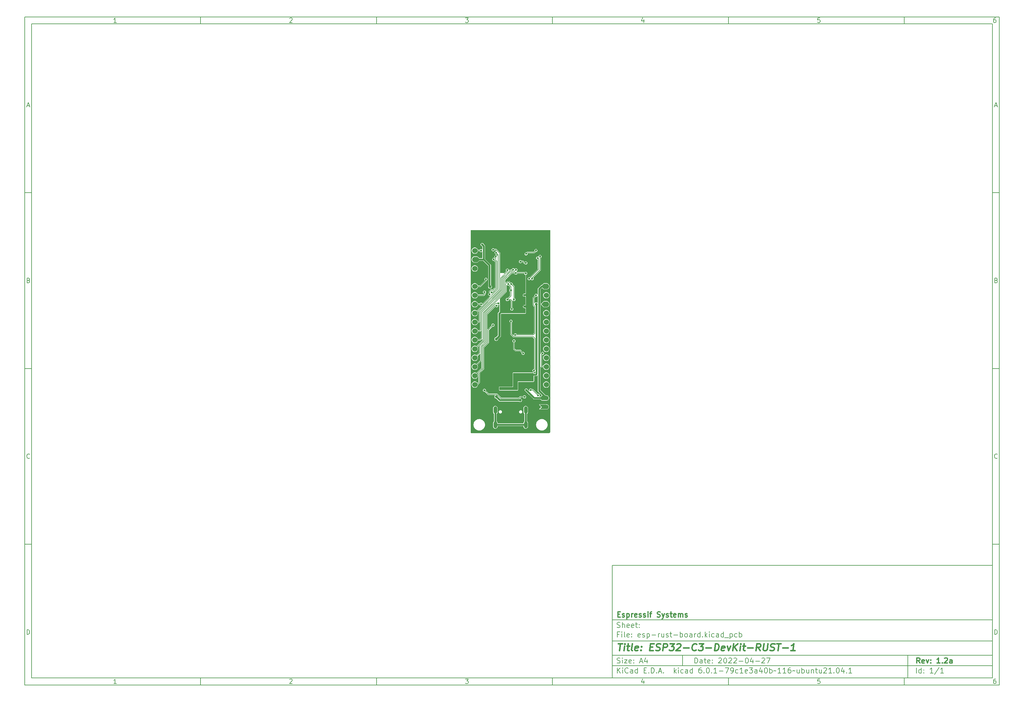
<source format=gbr>
G04 #@! TF.GenerationSoftware,KiCad,Pcbnew,6.0.1-79c1e3a40b~116~ubuntu21.04.1*
G04 #@! TF.CreationDate,2022-06-01T13:50:27+01:00*
G04 #@! TF.ProjectId,esp-rust-board,6573702d-7275-4737-942d-626f6172642e,1.2a*
G04 #@! TF.SameCoordinates,Original*
G04 #@! TF.FileFunction,Copper,L2,Bot*
G04 #@! TF.FilePolarity,Positive*
%FSLAX46Y46*%
G04 Gerber Fmt 4.6, Leading zero omitted, Abs format (unit mm)*
G04 Created by KiCad (PCBNEW 6.0.1-79c1e3a40b~116~ubuntu21.04.1) date 2022-06-01 13:50:27*
%MOMM*%
%LPD*%
G01*
G04 APERTURE LIST*
G04 Aperture macros list*
%AMRoundRect*
0 Rectangle with rounded corners*
0 $1 Rounding radius*
0 $2 $3 $4 $5 $6 $7 $8 $9 X,Y pos of 4 corners*
0 Add a 4 corners polygon primitive as box body*
4,1,4,$2,$3,$4,$5,$6,$7,$8,$9,$2,$3,0*
0 Add four circle primitives for the rounded corners*
1,1,$1+$1,$2,$3*
1,1,$1+$1,$4,$5*
1,1,$1+$1,$6,$7*
1,1,$1+$1,$8,$9*
0 Add four rect primitives between the rounded corners*
20,1,$1+$1,$2,$3,$4,$5,0*
20,1,$1+$1,$4,$5,$6,$7,0*
20,1,$1+$1,$6,$7,$8,$9,0*
20,1,$1+$1,$8,$9,$2,$3,0*%
%AMFreePoly0*
4,1,20,0.635000,1.270000,0.635000,0.000000,0.634861,-0.013298,0.613363,-0.164350,0.556455,-0.305914,0.467422,-0.429816,0.351404,-0.528905,0.215099,-0.597459,0.066376,-0.631521,-0.086179,-0.629125,-0.233759,-0.590408,-0.367844,-0.517606,-0.480692,-0.414922,-0.565789,-0.288284,-0.618223,-0.145003,-0.634231,0.000000,-0.635000,0.000000,-0.635000,1.270000,0.000000,1.905000,0.635000,1.270000,
0.635000,1.270000,$1*%
%AMFreePoly1*
4,1,20,0.635000,0.000000,0.634861,-0.013298,0.613363,-0.164350,0.556455,-0.305914,0.467422,-0.429816,0.351404,-0.528905,0.215099,-0.597459,0.066376,-0.631521,-0.086179,-0.629125,-0.233759,-0.590408,-0.367844,-0.517606,-0.480692,-0.414922,-0.565789,-0.288284,-0.618223,-0.145003,-0.634231,0.000000,-0.635000,0.000000,-0.635000,1.905000,0.000000,1.270000,0.635000,1.905000,0.635000,0.000000,
0.635000,0.000000,$1*%
%AMFreePoly2*
4,1,49,0.002312,0.761665,0.005320,0.761981,0.174003,0.741867,0.334039,0.684881,0.477472,0.593856,0.597174,0.473315,0.687196,0.329249,0.743064,0.168820,0.762000,0.000000,0.761703,-0.021276,0.738060,-0.189502,0.677735,-0.348309,0.583726,-0.489804,0.460705,-0.606956,0.314786,-0.693941,0.153221,-0.746436,0.023340,-0.758256,0.017894,-0.760733,0.009500,-0.759516,0.008003,-0.759652,
0.000000,-0.762000,-0.635000,-0.762000,-0.657384,-0.758754,-0.662054,-0.759085,-0.664565,-0.757713,-0.671070,-0.756770,-0.697347,-0.739803,-0.724802,-0.724803,-1.359803,-0.089803,-1.381610,-0.060599,-1.383542,-0.051624,-1.389035,-0.044268,-1.390951,-0.017209,-1.396658,0.009301,-1.393436,0.017895,-1.394085,0.027055,-1.381079,0.050860,-1.371560,0.076254,-1.364205,0.081746,-1.359803,0.089803,
-0.724802,0.724803,-0.706680,0.738336,-0.703611,0.741872,-0.700865,0.742678,-0.695599,0.746610,-0.665018,0.753194,-0.635000,0.762000,0.000000,0.762000,0.002312,0.761665,0.002312,0.761665,$1*%
%AMFreePoly3*
4,1,48,0.657385,0.758754,0.662055,0.759085,0.664566,0.757713,0.671070,0.756770,0.697342,0.739806,0.724803,0.724803,1.359803,0.089802,1.381610,0.060599,1.383542,0.051625,1.389035,0.044269,1.390951,0.017212,1.396659,-0.009302,1.393437,-0.017898,1.394085,-0.027054,1.381082,-0.050854,1.371560,-0.076254,1.364204,-0.081747,1.359803,-0.089802,0.724803,-0.724803,0.706679,-0.738336,
0.703611,-0.741872,0.700866,-0.742677,0.695599,-0.746610,0.665023,-0.753192,0.635000,-0.762000,0.000000,-0.762000,-0.006861,-0.761005,-0.015958,-0.761833,-0.184344,-0.739365,-0.343569,-0.680150,-0.485717,-0.587131,-0.603725,-0.464931,-0.691726,-0.319622,-0.745348,-0.158429,-0.761926,0.010639,-0.740634,0.179178,-0.682532,0.338812,-0.590508,0.481606,-0.469134,0.600464,-0.324444,0.689478,
-0.163628,0.744224,-0.021304,0.759183,-0.017894,0.760733,-0.013128,0.760042,-0.003071,0.761099,0.000000,0.762000,0.635000,0.762000,0.657385,0.758754,0.657385,0.758754,$1*%
G04 Aperture macros list end*
%ADD10C,0.100000*%
%ADD11C,0.150000*%
%ADD12C,0.300000*%
%ADD13C,0.400000*%
G04 #@! TA.AperFunction,ComponentPad*
%ADD14FreePoly0,90.000000*%
G04 #@! TD*
G04 #@! TA.AperFunction,ComponentPad*
%ADD15FreePoly1,90.000000*%
G04 #@! TD*
G04 #@! TA.AperFunction,ComponentPad*
%ADD16FreePoly2,0.000000*%
G04 #@! TD*
G04 #@! TA.AperFunction,ComponentPad*
%ADD17C,1.524000*%
G04 #@! TD*
G04 #@! TA.AperFunction,ComponentPad*
%ADD18RoundRect,0.381000X-0.381000X-0.381000X0.381000X-0.381000X0.381000X0.381000X-0.381000X0.381000X0*%
G04 #@! TD*
G04 #@! TA.AperFunction,ComponentPad*
%ADD19FreePoly3,0.000000*%
G04 #@! TD*
G04 #@! TA.AperFunction,ComponentPad*
%ADD20O,1.050000X2.100000*%
G04 #@! TD*
G04 #@! TA.AperFunction,ComponentPad*
%ADD21O,1.000000X2.000000*%
G04 #@! TD*
G04 #@! TA.AperFunction,ViaPad*
%ADD22C,0.600000*%
G04 #@! TD*
G04 #@! TA.AperFunction,ViaPad*
%ADD23C,0.800000*%
G04 #@! TD*
G04 #@! TA.AperFunction,Conductor*
%ADD24C,0.152400*%
G04 #@! TD*
G04 #@! TA.AperFunction,Conductor*
%ADD25C,0.609600*%
G04 #@! TD*
G04 #@! TA.AperFunction,Conductor*
%ADD26C,0.508000*%
G04 #@! TD*
G04 APERTURE END LIST*
D10*
D11*
X177002200Y-166007200D02*
X177002200Y-198007200D01*
X285002200Y-198007200D01*
X285002200Y-166007200D01*
X177002200Y-166007200D01*
D10*
D11*
X10000000Y-10000000D02*
X10000000Y-200007200D01*
X287002200Y-200007200D01*
X287002200Y-10000000D01*
X10000000Y-10000000D01*
D10*
D11*
X12000000Y-12000000D02*
X12000000Y-198007200D01*
X285002200Y-198007200D01*
X285002200Y-12000000D01*
X12000000Y-12000000D01*
D10*
D11*
X60000000Y-12000000D02*
X60000000Y-10000000D01*
D10*
D11*
X110000000Y-12000000D02*
X110000000Y-10000000D01*
D10*
D11*
X160000000Y-12000000D02*
X160000000Y-10000000D01*
D10*
D11*
X210000000Y-12000000D02*
X210000000Y-10000000D01*
D10*
D11*
X260000000Y-12000000D02*
X260000000Y-10000000D01*
D10*
D11*
X36065476Y-11588095D02*
X35322619Y-11588095D01*
X35694047Y-11588095D02*
X35694047Y-10288095D01*
X35570238Y-10473809D01*
X35446428Y-10597619D01*
X35322619Y-10659523D01*
D10*
D11*
X85322619Y-10411904D02*
X85384523Y-10350000D01*
X85508333Y-10288095D01*
X85817857Y-10288095D01*
X85941666Y-10350000D01*
X86003571Y-10411904D01*
X86065476Y-10535714D01*
X86065476Y-10659523D01*
X86003571Y-10845238D01*
X85260714Y-11588095D01*
X86065476Y-11588095D01*
D10*
D11*
X135260714Y-10288095D02*
X136065476Y-10288095D01*
X135632142Y-10783333D01*
X135817857Y-10783333D01*
X135941666Y-10845238D01*
X136003571Y-10907142D01*
X136065476Y-11030952D01*
X136065476Y-11340476D01*
X136003571Y-11464285D01*
X135941666Y-11526190D01*
X135817857Y-11588095D01*
X135446428Y-11588095D01*
X135322619Y-11526190D01*
X135260714Y-11464285D01*
D10*
D11*
X185941666Y-10721428D02*
X185941666Y-11588095D01*
X185632142Y-10226190D02*
X185322619Y-11154761D01*
X186127380Y-11154761D01*
D10*
D11*
X236003571Y-10288095D02*
X235384523Y-10288095D01*
X235322619Y-10907142D01*
X235384523Y-10845238D01*
X235508333Y-10783333D01*
X235817857Y-10783333D01*
X235941666Y-10845238D01*
X236003571Y-10907142D01*
X236065476Y-11030952D01*
X236065476Y-11340476D01*
X236003571Y-11464285D01*
X235941666Y-11526190D01*
X235817857Y-11588095D01*
X235508333Y-11588095D01*
X235384523Y-11526190D01*
X235322619Y-11464285D01*
D10*
D11*
X285941666Y-10288095D02*
X285694047Y-10288095D01*
X285570238Y-10350000D01*
X285508333Y-10411904D01*
X285384523Y-10597619D01*
X285322619Y-10845238D01*
X285322619Y-11340476D01*
X285384523Y-11464285D01*
X285446428Y-11526190D01*
X285570238Y-11588095D01*
X285817857Y-11588095D01*
X285941666Y-11526190D01*
X286003571Y-11464285D01*
X286065476Y-11340476D01*
X286065476Y-11030952D01*
X286003571Y-10907142D01*
X285941666Y-10845238D01*
X285817857Y-10783333D01*
X285570238Y-10783333D01*
X285446428Y-10845238D01*
X285384523Y-10907142D01*
X285322619Y-11030952D01*
D10*
D11*
X60000000Y-198007200D02*
X60000000Y-200007200D01*
D10*
D11*
X110000000Y-198007200D02*
X110000000Y-200007200D01*
D10*
D11*
X160000000Y-198007200D02*
X160000000Y-200007200D01*
D10*
D11*
X210000000Y-198007200D02*
X210000000Y-200007200D01*
D10*
D11*
X260000000Y-198007200D02*
X260000000Y-200007200D01*
D10*
D11*
X36065476Y-199595295D02*
X35322619Y-199595295D01*
X35694047Y-199595295D02*
X35694047Y-198295295D01*
X35570238Y-198481009D01*
X35446428Y-198604819D01*
X35322619Y-198666723D01*
D10*
D11*
X85322619Y-198419104D02*
X85384523Y-198357200D01*
X85508333Y-198295295D01*
X85817857Y-198295295D01*
X85941666Y-198357200D01*
X86003571Y-198419104D01*
X86065476Y-198542914D01*
X86065476Y-198666723D01*
X86003571Y-198852438D01*
X85260714Y-199595295D01*
X86065476Y-199595295D01*
D10*
D11*
X135260714Y-198295295D02*
X136065476Y-198295295D01*
X135632142Y-198790533D01*
X135817857Y-198790533D01*
X135941666Y-198852438D01*
X136003571Y-198914342D01*
X136065476Y-199038152D01*
X136065476Y-199347676D01*
X136003571Y-199471485D01*
X135941666Y-199533390D01*
X135817857Y-199595295D01*
X135446428Y-199595295D01*
X135322619Y-199533390D01*
X135260714Y-199471485D01*
D10*
D11*
X185941666Y-198728628D02*
X185941666Y-199595295D01*
X185632142Y-198233390D02*
X185322619Y-199161961D01*
X186127380Y-199161961D01*
D10*
D11*
X236003571Y-198295295D02*
X235384523Y-198295295D01*
X235322619Y-198914342D01*
X235384523Y-198852438D01*
X235508333Y-198790533D01*
X235817857Y-198790533D01*
X235941666Y-198852438D01*
X236003571Y-198914342D01*
X236065476Y-199038152D01*
X236065476Y-199347676D01*
X236003571Y-199471485D01*
X235941666Y-199533390D01*
X235817857Y-199595295D01*
X235508333Y-199595295D01*
X235384523Y-199533390D01*
X235322619Y-199471485D01*
D10*
D11*
X285941666Y-198295295D02*
X285694047Y-198295295D01*
X285570238Y-198357200D01*
X285508333Y-198419104D01*
X285384523Y-198604819D01*
X285322619Y-198852438D01*
X285322619Y-199347676D01*
X285384523Y-199471485D01*
X285446428Y-199533390D01*
X285570238Y-199595295D01*
X285817857Y-199595295D01*
X285941666Y-199533390D01*
X286003571Y-199471485D01*
X286065476Y-199347676D01*
X286065476Y-199038152D01*
X286003571Y-198914342D01*
X285941666Y-198852438D01*
X285817857Y-198790533D01*
X285570238Y-198790533D01*
X285446428Y-198852438D01*
X285384523Y-198914342D01*
X285322619Y-199038152D01*
D10*
D11*
X10000000Y-60000000D02*
X12000000Y-60000000D01*
D10*
D11*
X10000000Y-110000000D02*
X12000000Y-110000000D01*
D10*
D11*
X10000000Y-160000000D02*
X12000000Y-160000000D01*
D10*
D11*
X10690476Y-35216666D02*
X11309523Y-35216666D01*
X10566666Y-35588095D02*
X11000000Y-34288095D01*
X11433333Y-35588095D01*
D10*
D11*
X11092857Y-84907142D02*
X11278571Y-84969047D01*
X11340476Y-85030952D01*
X11402380Y-85154761D01*
X11402380Y-85340476D01*
X11340476Y-85464285D01*
X11278571Y-85526190D01*
X11154761Y-85588095D01*
X10659523Y-85588095D01*
X10659523Y-84288095D01*
X11092857Y-84288095D01*
X11216666Y-84350000D01*
X11278571Y-84411904D01*
X11340476Y-84535714D01*
X11340476Y-84659523D01*
X11278571Y-84783333D01*
X11216666Y-84845238D01*
X11092857Y-84907142D01*
X10659523Y-84907142D01*
D10*
D11*
X11402380Y-135464285D02*
X11340476Y-135526190D01*
X11154761Y-135588095D01*
X11030952Y-135588095D01*
X10845238Y-135526190D01*
X10721428Y-135402380D01*
X10659523Y-135278571D01*
X10597619Y-135030952D01*
X10597619Y-134845238D01*
X10659523Y-134597619D01*
X10721428Y-134473809D01*
X10845238Y-134350000D01*
X11030952Y-134288095D01*
X11154761Y-134288095D01*
X11340476Y-134350000D01*
X11402380Y-134411904D01*
D10*
D11*
X10659523Y-185588095D02*
X10659523Y-184288095D01*
X10969047Y-184288095D01*
X11154761Y-184350000D01*
X11278571Y-184473809D01*
X11340476Y-184597619D01*
X11402380Y-184845238D01*
X11402380Y-185030952D01*
X11340476Y-185278571D01*
X11278571Y-185402380D01*
X11154761Y-185526190D01*
X10969047Y-185588095D01*
X10659523Y-185588095D01*
D10*
D11*
X287002200Y-60000000D02*
X285002200Y-60000000D01*
D10*
D11*
X287002200Y-110000000D02*
X285002200Y-110000000D01*
D10*
D11*
X287002200Y-160000000D02*
X285002200Y-160000000D01*
D10*
D11*
X285692676Y-35216666D02*
X286311723Y-35216666D01*
X285568866Y-35588095D02*
X286002200Y-34288095D01*
X286435533Y-35588095D01*
D10*
D11*
X286095057Y-84907142D02*
X286280771Y-84969047D01*
X286342676Y-85030952D01*
X286404580Y-85154761D01*
X286404580Y-85340476D01*
X286342676Y-85464285D01*
X286280771Y-85526190D01*
X286156961Y-85588095D01*
X285661723Y-85588095D01*
X285661723Y-84288095D01*
X286095057Y-84288095D01*
X286218866Y-84350000D01*
X286280771Y-84411904D01*
X286342676Y-84535714D01*
X286342676Y-84659523D01*
X286280771Y-84783333D01*
X286218866Y-84845238D01*
X286095057Y-84907142D01*
X285661723Y-84907142D01*
D10*
D11*
X286404580Y-135464285D02*
X286342676Y-135526190D01*
X286156961Y-135588095D01*
X286033152Y-135588095D01*
X285847438Y-135526190D01*
X285723628Y-135402380D01*
X285661723Y-135278571D01*
X285599819Y-135030952D01*
X285599819Y-134845238D01*
X285661723Y-134597619D01*
X285723628Y-134473809D01*
X285847438Y-134350000D01*
X286033152Y-134288095D01*
X286156961Y-134288095D01*
X286342676Y-134350000D01*
X286404580Y-134411904D01*
D10*
D11*
X285661723Y-185588095D02*
X285661723Y-184288095D01*
X285971247Y-184288095D01*
X286156961Y-184350000D01*
X286280771Y-184473809D01*
X286342676Y-184597619D01*
X286404580Y-184845238D01*
X286404580Y-185030952D01*
X286342676Y-185278571D01*
X286280771Y-185402380D01*
X286156961Y-185526190D01*
X285971247Y-185588095D01*
X285661723Y-185588095D01*
D10*
D11*
X200434342Y-193785771D02*
X200434342Y-192285771D01*
X200791485Y-192285771D01*
X201005771Y-192357200D01*
X201148628Y-192500057D01*
X201220057Y-192642914D01*
X201291485Y-192928628D01*
X201291485Y-193142914D01*
X201220057Y-193428628D01*
X201148628Y-193571485D01*
X201005771Y-193714342D01*
X200791485Y-193785771D01*
X200434342Y-193785771D01*
X202577200Y-193785771D02*
X202577200Y-193000057D01*
X202505771Y-192857200D01*
X202362914Y-192785771D01*
X202077200Y-192785771D01*
X201934342Y-192857200D01*
X202577200Y-193714342D02*
X202434342Y-193785771D01*
X202077200Y-193785771D01*
X201934342Y-193714342D01*
X201862914Y-193571485D01*
X201862914Y-193428628D01*
X201934342Y-193285771D01*
X202077200Y-193214342D01*
X202434342Y-193214342D01*
X202577200Y-193142914D01*
X203077200Y-192785771D02*
X203648628Y-192785771D01*
X203291485Y-192285771D02*
X203291485Y-193571485D01*
X203362914Y-193714342D01*
X203505771Y-193785771D01*
X203648628Y-193785771D01*
X204720057Y-193714342D02*
X204577200Y-193785771D01*
X204291485Y-193785771D01*
X204148628Y-193714342D01*
X204077200Y-193571485D01*
X204077200Y-193000057D01*
X204148628Y-192857200D01*
X204291485Y-192785771D01*
X204577200Y-192785771D01*
X204720057Y-192857200D01*
X204791485Y-193000057D01*
X204791485Y-193142914D01*
X204077200Y-193285771D01*
X205434342Y-193642914D02*
X205505771Y-193714342D01*
X205434342Y-193785771D01*
X205362914Y-193714342D01*
X205434342Y-193642914D01*
X205434342Y-193785771D01*
X205434342Y-192857200D02*
X205505771Y-192928628D01*
X205434342Y-193000057D01*
X205362914Y-192928628D01*
X205434342Y-192857200D01*
X205434342Y-193000057D01*
X207220057Y-192428628D02*
X207291485Y-192357200D01*
X207434342Y-192285771D01*
X207791485Y-192285771D01*
X207934342Y-192357200D01*
X208005771Y-192428628D01*
X208077200Y-192571485D01*
X208077200Y-192714342D01*
X208005771Y-192928628D01*
X207148628Y-193785771D01*
X208077200Y-193785771D01*
X209005771Y-192285771D02*
X209148628Y-192285771D01*
X209291485Y-192357200D01*
X209362914Y-192428628D01*
X209434342Y-192571485D01*
X209505771Y-192857200D01*
X209505771Y-193214342D01*
X209434342Y-193500057D01*
X209362914Y-193642914D01*
X209291485Y-193714342D01*
X209148628Y-193785771D01*
X209005771Y-193785771D01*
X208862914Y-193714342D01*
X208791485Y-193642914D01*
X208720057Y-193500057D01*
X208648628Y-193214342D01*
X208648628Y-192857200D01*
X208720057Y-192571485D01*
X208791485Y-192428628D01*
X208862914Y-192357200D01*
X209005771Y-192285771D01*
X210077200Y-192428628D02*
X210148628Y-192357200D01*
X210291485Y-192285771D01*
X210648628Y-192285771D01*
X210791485Y-192357200D01*
X210862914Y-192428628D01*
X210934342Y-192571485D01*
X210934342Y-192714342D01*
X210862914Y-192928628D01*
X210005771Y-193785771D01*
X210934342Y-193785771D01*
X211505771Y-192428628D02*
X211577200Y-192357200D01*
X211720057Y-192285771D01*
X212077200Y-192285771D01*
X212220057Y-192357200D01*
X212291485Y-192428628D01*
X212362914Y-192571485D01*
X212362914Y-192714342D01*
X212291485Y-192928628D01*
X211434342Y-193785771D01*
X212362914Y-193785771D01*
X213005771Y-193214342D02*
X214148628Y-193214342D01*
X215148628Y-192285771D02*
X215291485Y-192285771D01*
X215434342Y-192357200D01*
X215505771Y-192428628D01*
X215577200Y-192571485D01*
X215648628Y-192857200D01*
X215648628Y-193214342D01*
X215577200Y-193500057D01*
X215505771Y-193642914D01*
X215434342Y-193714342D01*
X215291485Y-193785771D01*
X215148628Y-193785771D01*
X215005771Y-193714342D01*
X214934342Y-193642914D01*
X214862914Y-193500057D01*
X214791485Y-193214342D01*
X214791485Y-192857200D01*
X214862914Y-192571485D01*
X214934342Y-192428628D01*
X215005771Y-192357200D01*
X215148628Y-192285771D01*
X216934342Y-192785771D02*
X216934342Y-193785771D01*
X216577200Y-192214342D02*
X216220057Y-193285771D01*
X217148628Y-193285771D01*
X217720057Y-193214342D02*
X218862914Y-193214342D01*
X219505771Y-192428628D02*
X219577200Y-192357200D01*
X219720057Y-192285771D01*
X220077200Y-192285771D01*
X220220057Y-192357200D01*
X220291485Y-192428628D01*
X220362914Y-192571485D01*
X220362914Y-192714342D01*
X220291485Y-192928628D01*
X219434342Y-193785771D01*
X220362914Y-193785771D01*
X220862914Y-192285771D02*
X221862914Y-192285771D01*
X221220057Y-193785771D01*
D10*
D11*
X177002200Y-194507200D02*
X285002200Y-194507200D01*
D10*
D11*
X178434342Y-196585771D02*
X178434342Y-195085771D01*
X179291485Y-196585771D02*
X178648628Y-195728628D01*
X179291485Y-195085771D02*
X178434342Y-195942914D01*
X179934342Y-196585771D02*
X179934342Y-195585771D01*
X179934342Y-195085771D02*
X179862914Y-195157200D01*
X179934342Y-195228628D01*
X180005771Y-195157200D01*
X179934342Y-195085771D01*
X179934342Y-195228628D01*
X181505771Y-196442914D02*
X181434342Y-196514342D01*
X181220057Y-196585771D01*
X181077200Y-196585771D01*
X180862914Y-196514342D01*
X180720057Y-196371485D01*
X180648628Y-196228628D01*
X180577200Y-195942914D01*
X180577200Y-195728628D01*
X180648628Y-195442914D01*
X180720057Y-195300057D01*
X180862914Y-195157200D01*
X181077200Y-195085771D01*
X181220057Y-195085771D01*
X181434342Y-195157200D01*
X181505771Y-195228628D01*
X182791485Y-196585771D02*
X182791485Y-195800057D01*
X182720057Y-195657200D01*
X182577200Y-195585771D01*
X182291485Y-195585771D01*
X182148628Y-195657200D01*
X182791485Y-196514342D02*
X182648628Y-196585771D01*
X182291485Y-196585771D01*
X182148628Y-196514342D01*
X182077200Y-196371485D01*
X182077200Y-196228628D01*
X182148628Y-196085771D01*
X182291485Y-196014342D01*
X182648628Y-196014342D01*
X182791485Y-195942914D01*
X184148628Y-196585771D02*
X184148628Y-195085771D01*
X184148628Y-196514342D02*
X184005771Y-196585771D01*
X183720057Y-196585771D01*
X183577200Y-196514342D01*
X183505771Y-196442914D01*
X183434342Y-196300057D01*
X183434342Y-195871485D01*
X183505771Y-195728628D01*
X183577200Y-195657200D01*
X183720057Y-195585771D01*
X184005771Y-195585771D01*
X184148628Y-195657200D01*
X186005771Y-195800057D02*
X186505771Y-195800057D01*
X186720057Y-196585771D02*
X186005771Y-196585771D01*
X186005771Y-195085771D01*
X186720057Y-195085771D01*
X187362914Y-196442914D02*
X187434342Y-196514342D01*
X187362914Y-196585771D01*
X187291485Y-196514342D01*
X187362914Y-196442914D01*
X187362914Y-196585771D01*
X188077200Y-196585771D02*
X188077200Y-195085771D01*
X188434342Y-195085771D01*
X188648628Y-195157200D01*
X188791485Y-195300057D01*
X188862914Y-195442914D01*
X188934342Y-195728628D01*
X188934342Y-195942914D01*
X188862914Y-196228628D01*
X188791485Y-196371485D01*
X188648628Y-196514342D01*
X188434342Y-196585771D01*
X188077200Y-196585771D01*
X189577200Y-196442914D02*
X189648628Y-196514342D01*
X189577200Y-196585771D01*
X189505771Y-196514342D01*
X189577200Y-196442914D01*
X189577200Y-196585771D01*
X190220057Y-196157200D02*
X190934342Y-196157200D01*
X190077200Y-196585771D02*
X190577200Y-195085771D01*
X191077200Y-196585771D01*
X191577200Y-196442914D02*
X191648628Y-196514342D01*
X191577200Y-196585771D01*
X191505771Y-196514342D01*
X191577200Y-196442914D01*
X191577200Y-196585771D01*
X194577200Y-196585771D02*
X194577200Y-195085771D01*
X194720057Y-196014342D02*
X195148628Y-196585771D01*
X195148628Y-195585771D02*
X194577200Y-196157200D01*
X195791485Y-196585771D02*
X195791485Y-195585771D01*
X195791485Y-195085771D02*
X195720057Y-195157200D01*
X195791485Y-195228628D01*
X195862914Y-195157200D01*
X195791485Y-195085771D01*
X195791485Y-195228628D01*
X197148628Y-196514342D02*
X197005771Y-196585771D01*
X196720057Y-196585771D01*
X196577200Y-196514342D01*
X196505771Y-196442914D01*
X196434342Y-196300057D01*
X196434342Y-195871485D01*
X196505771Y-195728628D01*
X196577200Y-195657200D01*
X196720057Y-195585771D01*
X197005771Y-195585771D01*
X197148628Y-195657200D01*
X198434342Y-196585771D02*
X198434342Y-195800057D01*
X198362914Y-195657200D01*
X198220057Y-195585771D01*
X197934342Y-195585771D01*
X197791485Y-195657200D01*
X198434342Y-196514342D02*
X198291485Y-196585771D01*
X197934342Y-196585771D01*
X197791485Y-196514342D01*
X197720057Y-196371485D01*
X197720057Y-196228628D01*
X197791485Y-196085771D01*
X197934342Y-196014342D01*
X198291485Y-196014342D01*
X198434342Y-195942914D01*
X199791485Y-196585771D02*
X199791485Y-195085771D01*
X199791485Y-196514342D02*
X199648628Y-196585771D01*
X199362914Y-196585771D01*
X199220057Y-196514342D01*
X199148628Y-196442914D01*
X199077200Y-196300057D01*
X199077200Y-195871485D01*
X199148628Y-195728628D01*
X199220057Y-195657200D01*
X199362914Y-195585771D01*
X199648628Y-195585771D01*
X199791485Y-195657200D01*
X202291485Y-195085771D02*
X202005771Y-195085771D01*
X201862914Y-195157200D01*
X201791485Y-195228628D01*
X201648628Y-195442914D01*
X201577200Y-195728628D01*
X201577200Y-196300057D01*
X201648628Y-196442914D01*
X201720057Y-196514342D01*
X201862914Y-196585771D01*
X202148628Y-196585771D01*
X202291485Y-196514342D01*
X202362914Y-196442914D01*
X202434342Y-196300057D01*
X202434342Y-195942914D01*
X202362914Y-195800057D01*
X202291485Y-195728628D01*
X202148628Y-195657200D01*
X201862914Y-195657200D01*
X201720057Y-195728628D01*
X201648628Y-195800057D01*
X201577200Y-195942914D01*
X203077200Y-196442914D02*
X203148628Y-196514342D01*
X203077200Y-196585771D01*
X203005771Y-196514342D01*
X203077200Y-196442914D01*
X203077200Y-196585771D01*
X204077200Y-195085771D02*
X204220057Y-195085771D01*
X204362914Y-195157200D01*
X204434342Y-195228628D01*
X204505771Y-195371485D01*
X204577200Y-195657200D01*
X204577200Y-196014342D01*
X204505771Y-196300057D01*
X204434342Y-196442914D01*
X204362914Y-196514342D01*
X204220057Y-196585771D01*
X204077200Y-196585771D01*
X203934342Y-196514342D01*
X203862914Y-196442914D01*
X203791485Y-196300057D01*
X203720057Y-196014342D01*
X203720057Y-195657200D01*
X203791485Y-195371485D01*
X203862914Y-195228628D01*
X203934342Y-195157200D01*
X204077200Y-195085771D01*
X205220057Y-196442914D02*
X205291485Y-196514342D01*
X205220057Y-196585771D01*
X205148628Y-196514342D01*
X205220057Y-196442914D01*
X205220057Y-196585771D01*
X206720057Y-196585771D02*
X205862914Y-196585771D01*
X206291485Y-196585771D02*
X206291485Y-195085771D01*
X206148628Y-195300057D01*
X206005771Y-195442914D01*
X205862914Y-195514342D01*
X207362914Y-196014342D02*
X208505771Y-196014342D01*
X209077200Y-195085771D02*
X210077200Y-195085771D01*
X209434342Y-196585771D01*
X210720057Y-196585771D02*
X211005771Y-196585771D01*
X211148628Y-196514342D01*
X211220057Y-196442914D01*
X211362914Y-196228628D01*
X211434342Y-195942914D01*
X211434342Y-195371485D01*
X211362914Y-195228628D01*
X211291485Y-195157200D01*
X211148628Y-195085771D01*
X210862914Y-195085771D01*
X210720057Y-195157200D01*
X210648628Y-195228628D01*
X210577200Y-195371485D01*
X210577200Y-195728628D01*
X210648628Y-195871485D01*
X210720057Y-195942914D01*
X210862914Y-196014342D01*
X211148628Y-196014342D01*
X211291485Y-195942914D01*
X211362914Y-195871485D01*
X211434342Y-195728628D01*
X212720057Y-196514342D02*
X212577200Y-196585771D01*
X212291485Y-196585771D01*
X212148628Y-196514342D01*
X212077200Y-196442914D01*
X212005771Y-196300057D01*
X212005771Y-195871485D01*
X212077200Y-195728628D01*
X212148628Y-195657200D01*
X212291485Y-195585771D01*
X212577200Y-195585771D01*
X212720057Y-195657200D01*
X214148628Y-196585771D02*
X213291485Y-196585771D01*
X213720057Y-196585771D02*
X213720057Y-195085771D01*
X213577200Y-195300057D01*
X213434342Y-195442914D01*
X213291485Y-195514342D01*
X215362914Y-196514342D02*
X215220057Y-196585771D01*
X214934342Y-196585771D01*
X214791485Y-196514342D01*
X214720057Y-196371485D01*
X214720057Y-195800057D01*
X214791485Y-195657200D01*
X214934342Y-195585771D01*
X215220057Y-195585771D01*
X215362914Y-195657200D01*
X215434342Y-195800057D01*
X215434342Y-195942914D01*
X214720057Y-196085771D01*
X215934342Y-195085771D02*
X216862914Y-195085771D01*
X216362914Y-195657200D01*
X216577200Y-195657200D01*
X216720057Y-195728628D01*
X216791485Y-195800057D01*
X216862914Y-195942914D01*
X216862914Y-196300057D01*
X216791485Y-196442914D01*
X216720057Y-196514342D01*
X216577200Y-196585771D01*
X216148628Y-196585771D01*
X216005771Y-196514342D01*
X215934342Y-196442914D01*
X218148628Y-196585771D02*
X218148628Y-195800057D01*
X218077200Y-195657200D01*
X217934342Y-195585771D01*
X217648628Y-195585771D01*
X217505771Y-195657200D01*
X218148628Y-196514342D02*
X218005771Y-196585771D01*
X217648628Y-196585771D01*
X217505771Y-196514342D01*
X217434342Y-196371485D01*
X217434342Y-196228628D01*
X217505771Y-196085771D01*
X217648628Y-196014342D01*
X218005771Y-196014342D01*
X218148628Y-195942914D01*
X219505771Y-195585771D02*
X219505771Y-196585771D01*
X219148628Y-195014342D02*
X218791485Y-196085771D01*
X219720057Y-196085771D01*
X220577200Y-195085771D02*
X220720057Y-195085771D01*
X220862914Y-195157200D01*
X220934342Y-195228628D01*
X221005771Y-195371485D01*
X221077200Y-195657200D01*
X221077200Y-196014342D01*
X221005771Y-196300057D01*
X220934342Y-196442914D01*
X220862914Y-196514342D01*
X220720057Y-196585771D01*
X220577200Y-196585771D01*
X220434342Y-196514342D01*
X220362914Y-196442914D01*
X220291485Y-196300057D01*
X220220057Y-196014342D01*
X220220057Y-195657200D01*
X220291485Y-195371485D01*
X220362914Y-195228628D01*
X220434342Y-195157200D01*
X220577200Y-195085771D01*
X221720057Y-196585771D02*
X221720057Y-195085771D01*
X221720057Y-195657200D02*
X221862914Y-195585771D01*
X222148628Y-195585771D01*
X222291485Y-195657200D01*
X222362914Y-195728628D01*
X222434342Y-195871485D01*
X222434342Y-196300057D01*
X222362914Y-196442914D01*
X222291485Y-196514342D01*
X222148628Y-196585771D01*
X221862914Y-196585771D01*
X221720057Y-196514342D01*
X222862914Y-196014342D02*
X222934342Y-195942914D01*
X223077200Y-195871485D01*
X223362914Y-196014342D01*
X223505771Y-195942914D01*
X223577200Y-195871485D01*
X224934342Y-196585771D02*
X224077200Y-196585771D01*
X224505771Y-196585771D02*
X224505771Y-195085771D01*
X224362914Y-195300057D01*
X224220057Y-195442914D01*
X224077200Y-195514342D01*
X226362914Y-196585771D02*
X225505771Y-196585771D01*
X225934342Y-196585771D02*
X225934342Y-195085771D01*
X225791485Y-195300057D01*
X225648628Y-195442914D01*
X225505771Y-195514342D01*
X227648628Y-195085771D02*
X227362914Y-195085771D01*
X227220057Y-195157200D01*
X227148628Y-195228628D01*
X227005771Y-195442914D01*
X226934342Y-195728628D01*
X226934342Y-196300057D01*
X227005771Y-196442914D01*
X227077199Y-196514342D01*
X227220057Y-196585771D01*
X227505771Y-196585771D01*
X227648628Y-196514342D01*
X227720057Y-196442914D01*
X227791485Y-196300057D01*
X227791485Y-195942914D01*
X227720057Y-195800057D01*
X227648628Y-195728628D01*
X227505771Y-195657200D01*
X227220057Y-195657200D01*
X227077199Y-195728628D01*
X227005771Y-195800057D01*
X226934342Y-195942914D01*
X228220057Y-196014342D02*
X228291485Y-195942914D01*
X228434342Y-195871485D01*
X228720057Y-196014342D01*
X228862914Y-195942914D01*
X228934342Y-195871485D01*
X230148628Y-195585771D02*
X230148628Y-196585771D01*
X229505771Y-195585771D02*
X229505771Y-196371485D01*
X229577199Y-196514342D01*
X229720057Y-196585771D01*
X229934342Y-196585771D01*
X230077199Y-196514342D01*
X230148628Y-196442914D01*
X230862914Y-196585771D02*
X230862914Y-195085771D01*
X230862914Y-195657200D02*
X231005771Y-195585771D01*
X231291485Y-195585771D01*
X231434342Y-195657200D01*
X231505771Y-195728628D01*
X231577200Y-195871485D01*
X231577200Y-196300057D01*
X231505771Y-196442914D01*
X231434342Y-196514342D01*
X231291485Y-196585771D01*
X231005771Y-196585771D01*
X230862914Y-196514342D01*
X232862914Y-195585771D02*
X232862914Y-196585771D01*
X232220057Y-195585771D02*
X232220057Y-196371485D01*
X232291485Y-196514342D01*
X232434342Y-196585771D01*
X232648628Y-196585771D01*
X232791485Y-196514342D01*
X232862914Y-196442914D01*
X233577200Y-195585771D02*
X233577200Y-196585771D01*
X233577200Y-195728628D02*
X233648628Y-195657200D01*
X233791485Y-195585771D01*
X234005771Y-195585771D01*
X234148628Y-195657200D01*
X234220057Y-195800057D01*
X234220057Y-196585771D01*
X234720057Y-195585771D02*
X235291485Y-195585771D01*
X234934342Y-195085771D02*
X234934342Y-196371485D01*
X235005771Y-196514342D01*
X235148628Y-196585771D01*
X235291485Y-196585771D01*
X236434342Y-195585771D02*
X236434342Y-196585771D01*
X235791485Y-195585771D02*
X235791485Y-196371485D01*
X235862914Y-196514342D01*
X236005771Y-196585771D01*
X236220057Y-196585771D01*
X236362914Y-196514342D01*
X236434342Y-196442914D01*
X237077200Y-195228628D02*
X237148628Y-195157200D01*
X237291485Y-195085771D01*
X237648628Y-195085771D01*
X237791485Y-195157200D01*
X237862914Y-195228628D01*
X237934342Y-195371485D01*
X237934342Y-195514342D01*
X237862914Y-195728628D01*
X237005771Y-196585771D01*
X237934342Y-196585771D01*
X239362914Y-196585771D02*
X238505771Y-196585771D01*
X238934342Y-196585771D02*
X238934342Y-195085771D01*
X238791485Y-195300057D01*
X238648628Y-195442914D01*
X238505771Y-195514342D01*
X240005771Y-196442914D02*
X240077199Y-196514342D01*
X240005771Y-196585771D01*
X239934342Y-196514342D01*
X240005771Y-196442914D01*
X240005771Y-196585771D01*
X241005771Y-195085771D02*
X241148628Y-195085771D01*
X241291485Y-195157200D01*
X241362914Y-195228628D01*
X241434342Y-195371485D01*
X241505771Y-195657200D01*
X241505771Y-196014342D01*
X241434342Y-196300057D01*
X241362914Y-196442914D01*
X241291485Y-196514342D01*
X241148628Y-196585771D01*
X241005771Y-196585771D01*
X240862914Y-196514342D01*
X240791485Y-196442914D01*
X240720057Y-196300057D01*
X240648628Y-196014342D01*
X240648628Y-195657200D01*
X240720057Y-195371485D01*
X240791485Y-195228628D01*
X240862914Y-195157200D01*
X241005771Y-195085771D01*
X242791485Y-195585771D02*
X242791485Y-196585771D01*
X242434342Y-195014342D02*
X242077199Y-196085771D01*
X243005771Y-196085771D01*
X243577199Y-196442914D02*
X243648628Y-196514342D01*
X243577199Y-196585771D01*
X243505771Y-196514342D01*
X243577199Y-196442914D01*
X243577199Y-196585771D01*
X245077199Y-196585771D02*
X244220057Y-196585771D01*
X244648628Y-196585771D02*
X244648628Y-195085771D01*
X244505771Y-195300057D01*
X244362914Y-195442914D01*
X244220057Y-195514342D01*
D10*
D11*
X177002200Y-191507200D02*
X285002200Y-191507200D01*
D10*
D12*
X264411485Y-193785771D02*
X263911485Y-193071485D01*
X263554342Y-193785771D02*
X263554342Y-192285771D01*
X264125771Y-192285771D01*
X264268628Y-192357200D01*
X264340057Y-192428628D01*
X264411485Y-192571485D01*
X264411485Y-192785771D01*
X264340057Y-192928628D01*
X264268628Y-193000057D01*
X264125771Y-193071485D01*
X263554342Y-193071485D01*
X265625771Y-193714342D02*
X265482914Y-193785771D01*
X265197200Y-193785771D01*
X265054342Y-193714342D01*
X264982914Y-193571485D01*
X264982914Y-193000057D01*
X265054342Y-192857200D01*
X265197200Y-192785771D01*
X265482914Y-192785771D01*
X265625771Y-192857200D01*
X265697200Y-193000057D01*
X265697200Y-193142914D01*
X264982914Y-193285771D01*
X266197200Y-192785771D02*
X266554342Y-193785771D01*
X266911485Y-192785771D01*
X267482914Y-193642914D02*
X267554342Y-193714342D01*
X267482914Y-193785771D01*
X267411485Y-193714342D01*
X267482914Y-193642914D01*
X267482914Y-193785771D01*
X267482914Y-192857200D02*
X267554342Y-192928628D01*
X267482914Y-193000057D01*
X267411485Y-192928628D01*
X267482914Y-192857200D01*
X267482914Y-193000057D01*
X270125771Y-193785771D02*
X269268628Y-193785771D01*
X269697200Y-193785771D02*
X269697200Y-192285771D01*
X269554342Y-192500057D01*
X269411485Y-192642914D01*
X269268628Y-192714342D01*
X270768628Y-193642914D02*
X270840057Y-193714342D01*
X270768628Y-193785771D01*
X270697200Y-193714342D01*
X270768628Y-193642914D01*
X270768628Y-193785771D01*
X271411485Y-192428628D02*
X271482914Y-192357200D01*
X271625771Y-192285771D01*
X271982914Y-192285771D01*
X272125771Y-192357200D01*
X272197200Y-192428628D01*
X272268628Y-192571485D01*
X272268628Y-192714342D01*
X272197200Y-192928628D01*
X271340057Y-193785771D01*
X272268628Y-193785771D01*
X273554342Y-193785771D02*
X273554342Y-193000057D01*
X273482914Y-192857200D01*
X273340057Y-192785771D01*
X273054342Y-192785771D01*
X272911485Y-192857200D01*
X273554342Y-193714342D02*
X273411485Y-193785771D01*
X273054342Y-193785771D01*
X272911485Y-193714342D01*
X272840057Y-193571485D01*
X272840057Y-193428628D01*
X272911485Y-193285771D01*
X273054342Y-193214342D01*
X273411485Y-193214342D01*
X273554342Y-193142914D01*
D10*
D11*
X178362914Y-193714342D02*
X178577200Y-193785771D01*
X178934342Y-193785771D01*
X179077200Y-193714342D01*
X179148628Y-193642914D01*
X179220057Y-193500057D01*
X179220057Y-193357200D01*
X179148628Y-193214342D01*
X179077200Y-193142914D01*
X178934342Y-193071485D01*
X178648628Y-193000057D01*
X178505771Y-192928628D01*
X178434342Y-192857200D01*
X178362914Y-192714342D01*
X178362914Y-192571485D01*
X178434342Y-192428628D01*
X178505771Y-192357200D01*
X178648628Y-192285771D01*
X179005771Y-192285771D01*
X179220057Y-192357200D01*
X179862914Y-193785771D02*
X179862914Y-192785771D01*
X179862914Y-192285771D02*
X179791485Y-192357200D01*
X179862914Y-192428628D01*
X179934342Y-192357200D01*
X179862914Y-192285771D01*
X179862914Y-192428628D01*
X180434342Y-192785771D02*
X181220057Y-192785771D01*
X180434342Y-193785771D01*
X181220057Y-193785771D01*
X182362914Y-193714342D02*
X182220057Y-193785771D01*
X181934342Y-193785771D01*
X181791485Y-193714342D01*
X181720057Y-193571485D01*
X181720057Y-193000057D01*
X181791485Y-192857200D01*
X181934342Y-192785771D01*
X182220057Y-192785771D01*
X182362914Y-192857200D01*
X182434342Y-193000057D01*
X182434342Y-193142914D01*
X181720057Y-193285771D01*
X183077200Y-193642914D02*
X183148628Y-193714342D01*
X183077200Y-193785771D01*
X183005771Y-193714342D01*
X183077200Y-193642914D01*
X183077200Y-193785771D01*
X183077200Y-192857200D02*
X183148628Y-192928628D01*
X183077200Y-193000057D01*
X183005771Y-192928628D01*
X183077200Y-192857200D01*
X183077200Y-193000057D01*
X184862914Y-193357200D02*
X185577200Y-193357200D01*
X184720057Y-193785771D02*
X185220057Y-192285771D01*
X185720057Y-193785771D01*
X186862914Y-192785771D02*
X186862914Y-193785771D01*
X186505771Y-192214342D02*
X186148628Y-193285771D01*
X187077200Y-193285771D01*
D10*
D11*
X263434342Y-196585771D02*
X263434342Y-195085771D01*
X264791485Y-196585771D02*
X264791485Y-195085771D01*
X264791485Y-196514342D02*
X264648628Y-196585771D01*
X264362914Y-196585771D01*
X264220057Y-196514342D01*
X264148628Y-196442914D01*
X264077200Y-196300057D01*
X264077200Y-195871485D01*
X264148628Y-195728628D01*
X264220057Y-195657200D01*
X264362914Y-195585771D01*
X264648628Y-195585771D01*
X264791485Y-195657200D01*
X265505771Y-196442914D02*
X265577200Y-196514342D01*
X265505771Y-196585771D01*
X265434342Y-196514342D01*
X265505771Y-196442914D01*
X265505771Y-196585771D01*
X265505771Y-195657200D02*
X265577200Y-195728628D01*
X265505771Y-195800057D01*
X265434342Y-195728628D01*
X265505771Y-195657200D01*
X265505771Y-195800057D01*
X268148628Y-196585771D02*
X267291485Y-196585771D01*
X267720057Y-196585771D02*
X267720057Y-195085771D01*
X267577200Y-195300057D01*
X267434342Y-195442914D01*
X267291485Y-195514342D01*
X269862914Y-195014342D02*
X268577200Y-196942914D01*
X271148628Y-196585771D02*
X270291485Y-196585771D01*
X270720057Y-196585771D02*
X270720057Y-195085771D01*
X270577200Y-195300057D01*
X270434342Y-195442914D01*
X270291485Y-195514342D01*
D10*
D11*
X177002200Y-187507200D02*
X285002200Y-187507200D01*
D10*
D13*
X178714580Y-188211961D02*
X179857438Y-188211961D01*
X179036009Y-190211961D02*
X179286009Y-188211961D01*
X180274104Y-190211961D02*
X180440771Y-188878628D01*
X180524104Y-188211961D02*
X180416961Y-188307200D01*
X180500295Y-188402438D01*
X180607438Y-188307200D01*
X180524104Y-188211961D01*
X180500295Y-188402438D01*
X181107438Y-188878628D02*
X181869342Y-188878628D01*
X181476485Y-188211961D02*
X181262200Y-189926247D01*
X181333628Y-190116723D01*
X181512200Y-190211961D01*
X181702676Y-190211961D01*
X182655057Y-190211961D02*
X182476485Y-190116723D01*
X182405057Y-189926247D01*
X182619342Y-188211961D01*
X184190771Y-190116723D02*
X183988390Y-190211961D01*
X183607438Y-190211961D01*
X183428866Y-190116723D01*
X183357438Y-189926247D01*
X183452676Y-189164342D01*
X183571723Y-188973866D01*
X183774104Y-188878628D01*
X184155057Y-188878628D01*
X184333628Y-188973866D01*
X184405057Y-189164342D01*
X184381247Y-189354819D01*
X183405057Y-189545295D01*
X185155057Y-190021485D02*
X185238390Y-190116723D01*
X185131247Y-190211961D01*
X185047914Y-190116723D01*
X185155057Y-190021485D01*
X185131247Y-190211961D01*
X185286009Y-188973866D02*
X185369342Y-189069104D01*
X185262200Y-189164342D01*
X185178866Y-189069104D01*
X185286009Y-188973866D01*
X185262200Y-189164342D01*
X187738390Y-189164342D02*
X188405057Y-189164342D01*
X188559819Y-190211961D02*
X187607438Y-190211961D01*
X187857438Y-188211961D01*
X188809819Y-188211961D01*
X189333628Y-190116723D02*
X189607438Y-190211961D01*
X190083628Y-190211961D01*
X190286009Y-190116723D01*
X190393152Y-190021485D01*
X190512200Y-189831009D01*
X190536009Y-189640533D01*
X190464580Y-189450057D01*
X190381247Y-189354819D01*
X190202676Y-189259580D01*
X189833628Y-189164342D01*
X189655057Y-189069104D01*
X189571723Y-188973866D01*
X189500295Y-188783390D01*
X189524104Y-188592914D01*
X189643152Y-188402438D01*
X189750295Y-188307200D01*
X189952676Y-188211961D01*
X190428866Y-188211961D01*
X190702676Y-188307200D01*
X191321723Y-190211961D02*
X191571723Y-188211961D01*
X192333628Y-188211961D01*
X192512200Y-188307200D01*
X192595533Y-188402438D01*
X192666961Y-188592914D01*
X192631247Y-188878628D01*
X192512200Y-189069104D01*
X192405057Y-189164342D01*
X192202676Y-189259580D01*
X191440771Y-189259580D01*
X193381247Y-188211961D02*
X194619342Y-188211961D01*
X193857438Y-188973866D01*
X194143152Y-188973866D01*
X194321723Y-189069104D01*
X194405057Y-189164342D01*
X194476485Y-189354819D01*
X194416961Y-189831009D01*
X194297914Y-190021485D01*
X194190771Y-190116723D01*
X193988390Y-190211961D01*
X193416961Y-190211961D01*
X193238390Y-190116723D01*
X193155057Y-190021485D01*
X195357438Y-188402438D02*
X195464580Y-188307200D01*
X195666961Y-188211961D01*
X196143152Y-188211961D01*
X196321723Y-188307200D01*
X196405057Y-188402438D01*
X196476485Y-188592914D01*
X196452676Y-188783390D01*
X196321723Y-189069104D01*
X195036009Y-190211961D01*
X196274104Y-190211961D01*
X197226485Y-189450057D02*
X198750295Y-189450057D01*
X200774104Y-190021485D02*
X200666961Y-190116723D01*
X200369342Y-190211961D01*
X200178866Y-190211961D01*
X199905057Y-190116723D01*
X199738390Y-189926247D01*
X199666961Y-189735771D01*
X199619342Y-189354819D01*
X199655057Y-189069104D01*
X199797914Y-188688152D01*
X199916961Y-188497676D01*
X200131247Y-188307200D01*
X200428866Y-188211961D01*
X200619342Y-188211961D01*
X200893152Y-188307200D01*
X200976485Y-188402438D01*
X201666961Y-188211961D02*
X202905057Y-188211961D01*
X202143152Y-188973866D01*
X202428866Y-188973866D01*
X202607438Y-189069104D01*
X202690771Y-189164342D01*
X202762200Y-189354819D01*
X202702676Y-189831009D01*
X202583628Y-190021485D01*
X202476485Y-190116723D01*
X202274104Y-190211961D01*
X201702676Y-190211961D01*
X201524104Y-190116723D01*
X201440771Y-190021485D01*
X203607438Y-189450057D02*
X205131247Y-189450057D01*
X205988390Y-190211961D02*
X206238390Y-188211961D01*
X206714580Y-188211961D01*
X206988390Y-188307200D01*
X207155057Y-188497676D01*
X207226485Y-188688152D01*
X207274104Y-189069104D01*
X207238390Y-189354819D01*
X207095533Y-189735771D01*
X206976485Y-189926247D01*
X206762200Y-190116723D01*
X206464580Y-190211961D01*
X205988390Y-190211961D01*
X208762200Y-190116723D02*
X208559819Y-190211961D01*
X208178866Y-190211961D01*
X208000295Y-190116723D01*
X207928866Y-189926247D01*
X208024104Y-189164342D01*
X208143152Y-188973866D01*
X208345533Y-188878628D01*
X208726485Y-188878628D01*
X208905057Y-188973866D01*
X208976485Y-189164342D01*
X208952676Y-189354819D01*
X207976485Y-189545295D01*
X209678866Y-188878628D02*
X209988390Y-190211961D01*
X210631247Y-188878628D01*
X211226485Y-190211961D02*
X211476485Y-188211961D01*
X212369342Y-190211961D02*
X211655057Y-189069104D01*
X212619342Y-188211961D02*
X211333628Y-189354819D01*
X213226485Y-190211961D02*
X213393152Y-188878628D01*
X213476485Y-188211961D02*
X213369342Y-188307200D01*
X213452676Y-188402438D01*
X213559819Y-188307200D01*
X213476485Y-188211961D01*
X213452676Y-188402438D01*
X214059819Y-188878628D02*
X214821723Y-188878628D01*
X214428866Y-188211961D02*
X214214580Y-189926247D01*
X214286009Y-190116723D01*
X214464580Y-190211961D01*
X214655057Y-190211961D01*
X215416961Y-189450057D02*
X216940771Y-189450057D01*
X218940771Y-190211961D02*
X218393152Y-189259580D01*
X217797914Y-190211961D02*
X218047914Y-188211961D01*
X218809819Y-188211961D01*
X218988390Y-188307200D01*
X219071723Y-188402438D01*
X219143152Y-188592914D01*
X219107438Y-188878628D01*
X218988390Y-189069104D01*
X218881247Y-189164342D01*
X218678866Y-189259580D01*
X217916961Y-189259580D01*
X220047914Y-188211961D02*
X219845533Y-189831009D01*
X219916961Y-190021485D01*
X220000295Y-190116723D01*
X220178866Y-190211961D01*
X220559819Y-190211961D01*
X220762200Y-190116723D01*
X220869342Y-190021485D01*
X220988390Y-189831009D01*
X221190771Y-188211961D01*
X221809819Y-190116723D02*
X222083628Y-190211961D01*
X222559819Y-190211961D01*
X222762200Y-190116723D01*
X222869342Y-190021485D01*
X222988390Y-189831009D01*
X223012200Y-189640533D01*
X222940771Y-189450057D01*
X222857438Y-189354819D01*
X222678866Y-189259580D01*
X222309819Y-189164342D01*
X222131247Y-189069104D01*
X222047914Y-188973866D01*
X221976485Y-188783390D01*
X222000295Y-188592914D01*
X222119342Y-188402438D01*
X222226485Y-188307200D01*
X222428866Y-188211961D01*
X222905057Y-188211961D01*
X223178866Y-188307200D01*
X223762200Y-188211961D02*
X224905057Y-188211961D01*
X224083628Y-190211961D02*
X224333628Y-188211961D01*
X225416961Y-189450057D02*
X226940771Y-189450057D01*
X228845533Y-190211961D02*
X227702676Y-190211961D01*
X228274104Y-190211961D02*
X228524104Y-188211961D01*
X228297914Y-188497676D01*
X228083628Y-188688152D01*
X227881247Y-188783390D01*
D10*
D11*
X178934342Y-185600057D02*
X178434342Y-185600057D01*
X178434342Y-186385771D02*
X178434342Y-184885771D01*
X179148628Y-184885771D01*
X179720057Y-186385771D02*
X179720057Y-185385771D01*
X179720057Y-184885771D02*
X179648628Y-184957200D01*
X179720057Y-185028628D01*
X179791485Y-184957200D01*
X179720057Y-184885771D01*
X179720057Y-185028628D01*
X180648628Y-186385771D02*
X180505771Y-186314342D01*
X180434342Y-186171485D01*
X180434342Y-184885771D01*
X181791485Y-186314342D02*
X181648628Y-186385771D01*
X181362914Y-186385771D01*
X181220057Y-186314342D01*
X181148628Y-186171485D01*
X181148628Y-185600057D01*
X181220057Y-185457200D01*
X181362914Y-185385771D01*
X181648628Y-185385771D01*
X181791485Y-185457200D01*
X181862914Y-185600057D01*
X181862914Y-185742914D01*
X181148628Y-185885771D01*
X182505771Y-186242914D02*
X182577200Y-186314342D01*
X182505771Y-186385771D01*
X182434342Y-186314342D01*
X182505771Y-186242914D01*
X182505771Y-186385771D01*
X182505771Y-185457200D02*
X182577200Y-185528628D01*
X182505771Y-185600057D01*
X182434342Y-185528628D01*
X182505771Y-185457200D01*
X182505771Y-185600057D01*
X184934342Y-186314342D02*
X184791485Y-186385771D01*
X184505771Y-186385771D01*
X184362914Y-186314342D01*
X184291485Y-186171485D01*
X184291485Y-185600057D01*
X184362914Y-185457200D01*
X184505771Y-185385771D01*
X184791485Y-185385771D01*
X184934342Y-185457200D01*
X185005771Y-185600057D01*
X185005771Y-185742914D01*
X184291485Y-185885771D01*
X185577200Y-186314342D02*
X185720057Y-186385771D01*
X186005771Y-186385771D01*
X186148628Y-186314342D01*
X186220057Y-186171485D01*
X186220057Y-186100057D01*
X186148628Y-185957200D01*
X186005771Y-185885771D01*
X185791485Y-185885771D01*
X185648628Y-185814342D01*
X185577200Y-185671485D01*
X185577200Y-185600057D01*
X185648628Y-185457200D01*
X185791485Y-185385771D01*
X186005771Y-185385771D01*
X186148628Y-185457200D01*
X186862914Y-185385771D02*
X186862914Y-186885771D01*
X186862914Y-185457200D02*
X187005771Y-185385771D01*
X187291485Y-185385771D01*
X187434342Y-185457200D01*
X187505771Y-185528628D01*
X187577200Y-185671485D01*
X187577200Y-186100057D01*
X187505771Y-186242914D01*
X187434342Y-186314342D01*
X187291485Y-186385771D01*
X187005771Y-186385771D01*
X186862914Y-186314342D01*
X188220057Y-185814342D02*
X189362914Y-185814342D01*
X190077200Y-186385771D02*
X190077200Y-185385771D01*
X190077200Y-185671485D02*
X190148628Y-185528628D01*
X190220057Y-185457200D01*
X190362914Y-185385771D01*
X190505771Y-185385771D01*
X191648628Y-185385771D02*
X191648628Y-186385771D01*
X191005771Y-185385771D02*
X191005771Y-186171485D01*
X191077200Y-186314342D01*
X191220057Y-186385771D01*
X191434342Y-186385771D01*
X191577200Y-186314342D01*
X191648628Y-186242914D01*
X192291485Y-186314342D02*
X192434342Y-186385771D01*
X192720057Y-186385771D01*
X192862914Y-186314342D01*
X192934342Y-186171485D01*
X192934342Y-186100057D01*
X192862914Y-185957200D01*
X192720057Y-185885771D01*
X192505771Y-185885771D01*
X192362914Y-185814342D01*
X192291485Y-185671485D01*
X192291485Y-185600057D01*
X192362914Y-185457200D01*
X192505771Y-185385771D01*
X192720057Y-185385771D01*
X192862914Y-185457200D01*
X193362914Y-185385771D02*
X193934342Y-185385771D01*
X193577200Y-184885771D02*
X193577200Y-186171485D01*
X193648628Y-186314342D01*
X193791485Y-186385771D01*
X193934342Y-186385771D01*
X194434342Y-185814342D02*
X195577200Y-185814342D01*
X196291485Y-186385771D02*
X196291485Y-184885771D01*
X196291485Y-185457200D02*
X196434342Y-185385771D01*
X196720057Y-185385771D01*
X196862914Y-185457200D01*
X196934342Y-185528628D01*
X197005771Y-185671485D01*
X197005771Y-186100057D01*
X196934342Y-186242914D01*
X196862914Y-186314342D01*
X196720057Y-186385771D01*
X196434342Y-186385771D01*
X196291485Y-186314342D01*
X197862914Y-186385771D02*
X197720057Y-186314342D01*
X197648628Y-186242914D01*
X197577200Y-186100057D01*
X197577200Y-185671485D01*
X197648628Y-185528628D01*
X197720057Y-185457200D01*
X197862914Y-185385771D01*
X198077200Y-185385771D01*
X198220057Y-185457200D01*
X198291485Y-185528628D01*
X198362914Y-185671485D01*
X198362914Y-186100057D01*
X198291485Y-186242914D01*
X198220057Y-186314342D01*
X198077200Y-186385771D01*
X197862914Y-186385771D01*
X199648628Y-186385771D02*
X199648628Y-185600057D01*
X199577200Y-185457200D01*
X199434342Y-185385771D01*
X199148628Y-185385771D01*
X199005771Y-185457200D01*
X199648628Y-186314342D02*
X199505771Y-186385771D01*
X199148628Y-186385771D01*
X199005771Y-186314342D01*
X198934342Y-186171485D01*
X198934342Y-186028628D01*
X199005771Y-185885771D01*
X199148628Y-185814342D01*
X199505771Y-185814342D01*
X199648628Y-185742914D01*
X200362914Y-186385771D02*
X200362914Y-185385771D01*
X200362914Y-185671485D02*
X200434342Y-185528628D01*
X200505771Y-185457200D01*
X200648628Y-185385771D01*
X200791485Y-185385771D01*
X201934342Y-186385771D02*
X201934342Y-184885771D01*
X201934342Y-186314342D02*
X201791485Y-186385771D01*
X201505771Y-186385771D01*
X201362914Y-186314342D01*
X201291485Y-186242914D01*
X201220057Y-186100057D01*
X201220057Y-185671485D01*
X201291485Y-185528628D01*
X201362914Y-185457200D01*
X201505771Y-185385771D01*
X201791485Y-185385771D01*
X201934342Y-185457200D01*
X202648628Y-186242914D02*
X202720057Y-186314342D01*
X202648628Y-186385771D01*
X202577200Y-186314342D01*
X202648628Y-186242914D01*
X202648628Y-186385771D01*
X203362914Y-186385771D02*
X203362914Y-184885771D01*
X203505771Y-185814342D02*
X203934342Y-186385771D01*
X203934342Y-185385771D02*
X203362914Y-185957200D01*
X204577200Y-186385771D02*
X204577200Y-185385771D01*
X204577200Y-184885771D02*
X204505771Y-184957200D01*
X204577200Y-185028628D01*
X204648628Y-184957200D01*
X204577200Y-184885771D01*
X204577200Y-185028628D01*
X205934342Y-186314342D02*
X205791485Y-186385771D01*
X205505771Y-186385771D01*
X205362914Y-186314342D01*
X205291485Y-186242914D01*
X205220057Y-186100057D01*
X205220057Y-185671485D01*
X205291485Y-185528628D01*
X205362914Y-185457200D01*
X205505771Y-185385771D01*
X205791485Y-185385771D01*
X205934342Y-185457200D01*
X207220057Y-186385771D02*
X207220057Y-185600057D01*
X207148628Y-185457200D01*
X207005771Y-185385771D01*
X206720057Y-185385771D01*
X206577200Y-185457200D01*
X207220057Y-186314342D02*
X207077200Y-186385771D01*
X206720057Y-186385771D01*
X206577200Y-186314342D01*
X206505771Y-186171485D01*
X206505771Y-186028628D01*
X206577200Y-185885771D01*
X206720057Y-185814342D01*
X207077200Y-185814342D01*
X207220057Y-185742914D01*
X208577200Y-186385771D02*
X208577200Y-184885771D01*
X208577200Y-186314342D02*
X208434342Y-186385771D01*
X208148628Y-186385771D01*
X208005771Y-186314342D01*
X207934342Y-186242914D01*
X207862914Y-186100057D01*
X207862914Y-185671485D01*
X207934342Y-185528628D01*
X208005771Y-185457200D01*
X208148628Y-185385771D01*
X208434342Y-185385771D01*
X208577200Y-185457200D01*
X208934342Y-186528628D02*
X210077200Y-186528628D01*
X210434342Y-185385771D02*
X210434342Y-186885771D01*
X210434342Y-185457200D02*
X210577200Y-185385771D01*
X210862914Y-185385771D01*
X211005771Y-185457200D01*
X211077200Y-185528628D01*
X211148628Y-185671485D01*
X211148628Y-186100057D01*
X211077200Y-186242914D01*
X211005771Y-186314342D01*
X210862914Y-186385771D01*
X210577200Y-186385771D01*
X210434342Y-186314342D01*
X212434342Y-186314342D02*
X212291485Y-186385771D01*
X212005771Y-186385771D01*
X211862914Y-186314342D01*
X211791485Y-186242914D01*
X211720057Y-186100057D01*
X211720057Y-185671485D01*
X211791485Y-185528628D01*
X211862914Y-185457200D01*
X212005771Y-185385771D01*
X212291485Y-185385771D01*
X212434342Y-185457200D01*
X213077200Y-186385771D02*
X213077200Y-184885771D01*
X213077200Y-185457200D02*
X213220057Y-185385771D01*
X213505771Y-185385771D01*
X213648628Y-185457200D01*
X213720057Y-185528628D01*
X213791485Y-185671485D01*
X213791485Y-186100057D01*
X213720057Y-186242914D01*
X213648628Y-186314342D01*
X213505771Y-186385771D01*
X213220057Y-186385771D01*
X213077200Y-186314342D01*
D10*
D11*
X177002200Y-181507200D02*
X285002200Y-181507200D01*
D10*
D11*
X178362914Y-183614342D02*
X178577200Y-183685771D01*
X178934342Y-183685771D01*
X179077200Y-183614342D01*
X179148628Y-183542914D01*
X179220057Y-183400057D01*
X179220057Y-183257200D01*
X179148628Y-183114342D01*
X179077200Y-183042914D01*
X178934342Y-182971485D01*
X178648628Y-182900057D01*
X178505771Y-182828628D01*
X178434342Y-182757200D01*
X178362914Y-182614342D01*
X178362914Y-182471485D01*
X178434342Y-182328628D01*
X178505771Y-182257200D01*
X178648628Y-182185771D01*
X179005771Y-182185771D01*
X179220057Y-182257200D01*
X179862914Y-183685771D02*
X179862914Y-182185771D01*
X180505771Y-183685771D02*
X180505771Y-182900057D01*
X180434342Y-182757200D01*
X180291485Y-182685771D01*
X180077200Y-182685771D01*
X179934342Y-182757200D01*
X179862914Y-182828628D01*
X181791485Y-183614342D02*
X181648628Y-183685771D01*
X181362914Y-183685771D01*
X181220057Y-183614342D01*
X181148628Y-183471485D01*
X181148628Y-182900057D01*
X181220057Y-182757200D01*
X181362914Y-182685771D01*
X181648628Y-182685771D01*
X181791485Y-182757200D01*
X181862914Y-182900057D01*
X181862914Y-183042914D01*
X181148628Y-183185771D01*
X183077200Y-183614342D02*
X182934342Y-183685771D01*
X182648628Y-183685771D01*
X182505771Y-183614342D01*
X182434342Y-183471485D01*
X182434342Y-182900057D01*
X182505771Y-182757200D01*
X182648628Y-182685771D01*
X182934342Y-182685771D01*
X183077200Y-182757200D01*
X183148628Y-182900057D01*
X183148628Y-183042914D01*
X182434342Y-183185771D01*
X183577200Y-182685771D02*
X184148628Y-182685771D01*
X183791485Y-182185771D02*
X183791485Y-183471485D01*
X183862914Y-183614342D01*
X184005771Y-183685771D01*
X184148628Y-183685771D01*
X184648628Y-183542914D02*
X184720057Y-183614342D01*
X184648628Y-183685771D01*
X184577200Y-183614342D01*
X184648628Y-183542914D01*
X184648628Y-183685771D01*
X184648628Y-182757200D02*
X184720057Y-182828628D01*
X184648628Y-182900057D01*
X184577200Y-182828628D01*
X184648628Y-182757200D01*
X184648628Y-182900057D01*
D10*
D12*
X178554342Y-179900057D02*
X179054342Y-179900057D01*
X179268628Y-180685771D02*
X178554342Y-180685771D01*
X178554342Y-179185771D01*
X179268628Y-179185771D01*
X179840057Y-180614342D02*
X179982914Y-180685771D01*
X180268628Y-180685771D01*
X180411485Y-180614342D01*
X180482914Y-180471485D01*
X180482914Y-180400057D01*
X180411485Y-180257200D01*
X180268628Y-180185771D01*
X180054342Y-180185771D01*
X179911485Y-180114342D01*
X179840057Y-179971485D01*
X179840057Y-179900057D01*
X179911485Y-179757200D01*
X180054342Y-179685771D01*
X180268628Y-179685771D01*
X180411485Y-179757200D01*
X181125771Y-179685771D02*
X181125771Y-181185771D01*
X181125771Y-179757200D02*
X181268628Y-179685771D01*
X181554342Y-179685771D01*
X181697200Y-179757200D01*
X181768628Y-179828628D01*
X181840057Y-179971485D01*
X181840057Y-180400057D01*
X181768628Y-180542914D01*
X181697200Y-180614342D01*
X181554342Y-180685771D01*
X181268628Y-180685771D01*
X181125771Y-180614342D01*
X182482914Y-180685771D02*
X182482914Y-179685771D01*
X182482914Y-179971485D02*
X182554342Y-179828628D01*
X182625771Y-179757200D01*
X182768628Y-179685771D01*
X182911485Y-179685771D01*
X183982914Y-180614342D02*
X183840057Y-180685771D01*
X183554342Y-180685771D01*
X183411485Y-180614342D01*
X183340057Y-180471485D01*
X183340057Y-179900057D01*
X183411485Y-179757200D01*
X183554342Y-179685771D01*
X183840057Y-179685771D01*
X183982914Y-179757200D01*
X184054342Y-179900057D01*
X184054342Y-180042914D01*
X183340057Y-180185771D01*
X184625771Y-180614342D02*
X184768628Y-180685771D01*
X185054342Y-180685771D01*
X185197200Y-180614342D01*
X185268628Y-180471485D01*
X185268628Y-180400057D01*
X185197200Y-180257200D01*
X185054342Y-180185771D01*
X184840057Y-180185771D01*
X184697200Y-180114342D01*
X184625771Y-179971485D01*
X184625771Y-179900057D01*
X184697200Y-179757200D01*
X184840057Y-179685771D01*
X185054342Y-179685771D01*
X185197200Y-179757200D01*
X185840057Y-180614342D02*
X185982914Y-180685771D01*
X186268628Y-180685771D01*
X186411485Y-180614342D01*
X186482914Y-180471485D01*
X186482914Y-180400057D01*
X186411485Y-180257200D01*
X186268628Y-180185771D01*
X186054342Y-180185771D01*
X185911485Y-180114342D01*
X185840057Y-179971485D01*
X185840057Y-179900057D01*
X185911485Y-179757200D01*
X186054342Y-179685771D01*
X186268628Y-179685771D01*
X186411485Y-179757200D01*
X187125771Y-180685771D02*
X187125771Y-179685771D01*
X187125771Y-179185771D02*
X187054342Y-179257200D01*
X187125771Y-179328628D01*
X187197200Y-179257200D01*
X187125771Y-179185771D01*
X187125771Y-179328628D01*
X187625771Y-179685771D02*
X188197200Y-179685771D01*
X187840057Y-180685771D02*
X187840057Y-179400057D01*
X187911485Y-179257200D01*
X188054342Y-179185771D01*
X188197200Y-179185771D01*
X189768628Y-180614342D02*
X189982914Y-180685771D01*
X190340057Y-180685771D01*
X190482914Y-180614342D01*
X190554342Y-180542914D01*
X190625771Y-180400057D01*
X190625771Y-180257200D01*
X190554342Y-180114342D01*
X190482914Y-180042914D01*
X190340057Y-179971485D01*
X190054342Y-179900057D01*
X189911485Y-179828628D01*
X189840057Y-179757200D01*
X189768628Y-179614342D01*
X189768628Y-179471485D01*
X189840057Y-179328628D01*
X189911485Y-179257200D01*
X190054342Y-179185771D01*
X190411485Y-179185771D01*
X190625771Y-179257200D01*
X191125771Y-179685771D02*
X191482914Y-180685771D01*
X191840057Y-179685771D02*
X191482914Y-180685771D01*
X191340057Y-181042914D01*
X191268628Y-181114342D01*
X191125771Y-181185771D01*
X192340057Y-180614342D02*
X192482914Y-180685771D01*
X192768628Y-180685771D01*
X192911485Y-180614342D01*
X192982914Y-180471485D01*
X192982914Y-180400057D01*
X192911485Y-180257200D01*
X192768628Y-180185771D01*
X192554342Y-180185771D01*
X192411485Y-180114342D01*
X192340057Y-179971485D01*
X192340057Y-179900057D01*
X192411485Y-179757200D01*
X192554342Y-179685771D01*
X192768628Y-179685771D01*
X192911485Y-179757200D01*
X193411485Y-179685771D02*
X193982914Y-179685771D01*
X193625771Y-179185771D02*
X193625771Y-180471485D01*
X193697200Y-180614342D01*
X193840057Y-180685771D01*
X193982914Y-180685771D01*
X195054342Y-180614342D02*
X194911485Y-180685771D01*
X194625771Y-180685771D01*
X194482914Y-180614342D01*
X194411485Y-180471485D01*
X194411485Y-179900057D01*
X194482914Y-179757200D01*
X194625771Y-179685771D01*
X194911485Y-179685771D01*
X195054342Y-179757200D01*
X195125771Y-179900057D01*
X195125771Y-180042914D01*
X194411485Y-180185771D01*
X195768628Y-180685771D02*
X195768628Y-179685771D01*
X195768628Y-179828628D02*
X195840057Y-179757200D01*
X195982914Y-179685771D01*
X196197200Y-179685771D01*
X196340057Y-179757200D01*
X196411485Y-179900057D01*
X196411485Y-180685771D01*
X196411485Y-179900057D02*
X196482914Y-179757200D01*
X196625771Y-179685771D01*
X196840057Y-179685771D01*
X196982914Y-179757200D01*
X197054342Y-179900057D01*
X197054342Y-180685771D01*
X197697200Y-180614342D02*
X197840057Y-180685771D01*
X198125771Y-180685771D01*
X198268628Y-180614342D01*
X198340057Y-180471485D01*
X198340057Y-180400057D01*
X198268628Y-180257200D01*
X198125771Y-180185771D01*
X197911485Y-180185771D01*
X197768628Y-180114342D01*
X197697200Y-179971485D01*
X197697200Y-179900057D01*
X197768628Y-179757200D01*
X197911485Y-179685771D01*
X198125771Y-179685771D01*
X198268628Y-179757200D01*
D10*
D11*
D10*
D11*
D10*
D11*
D10*
D11*
D10*
D11*
X197002200Y-191507200D02*
X197002200Y-194507200D01*
D10*
D11*
X261002200Y-191507200D02*
X261002200Y-198007200D01*
D14*
G04 #@! TO.P,U4,30,BAT+*
G04 #@! TO.N,+BATT*
X158242000Y-118364000D03*
D15*
G04 #@! TO.P,U4,29,BAT-*
G04 #@! TO.N,GND*
X158242000Y-120904000D03*
D16*
G04 #@! TO.P,U4,28,VBAT*
G04 #@! TO.N,+BATT*
X158242000Y-86614000D03*
D17*
G04 #@! TO.P,U4,27,ENABLE*
G04 #@! TO.N,ENABLE*
X158242000Y-89154000D03*
D16*
G04 #@! TO.P,U4,26,VBUS*
G04 #@! TO.N,VBUS*
X158242000Y-91694000D03*
D17*
G04 #@! TO.P,U4,25,SPIHD/GPIO12*
G04 #@! TO.N,unconnected-(U4-Pad25)*
X158242000Y-94234000D03*
G04 #@! TO.P,U4,24,SPIWP/GPIO13*
G04 #@! TO.N,unconnected-(U4-Pad24)*
X158242000Y-96774000D03*
G04 #@! TO.P,U4,23,SPICLK/GPIO15*
G04 #@! TO.N,unconnected-(U4-Pad23)*
X158242000Y-99314000D03*
G04 #@! TO.P,U4,22,SPID/GPIO16*
G04 #@! TO.N,unconnected-(U4-Pad22)*
X158242000Y-101854000D03*
G04 #@! TO.P,U4,21,SPIQ/GPIO17*
G04 #@! TO.N,unconnected-(U4-Pad21)*
X158242000Y-104394000D03*
G04 #@! TO.P,U4,20,USB_D-/GPIO18*
G04 #@! TO.N,USB_D-*
X158242000Y-106934000D03*
G04 #@! TO.P,U4,19,USB_D+/GPIO19*
G04 #@! TO.N,USB_D+*
X158242000Y-109474000D03*
G04 #@! TO.P,U4,18,SCL/GPIO8*
G04 #@! TO.N,IO8_SCL*
X158242000Y-112014000D03*
G04 #@! TO.P,U4,17,SDA/GPIO10*
G04 #@! TO.N,IO10_SDA*
X158242000Y-114554000D03*
G04 #@! TO.P,U4,16,BOOT/GPIO9*
G04 #@! TO.N,IO9_BOOT*
X137922000Y-114554000D03*
G04 #@! TO.P,U4,15,RXD/GPIO20*
G04 #@! TO.N,IO20_RX*
X137922000Y-112014000D03*
G04 #@! TO.P,U4,14,TXD/GPIO21*
G04 #@! TO.N,IO21_TX*
X137922000Y-109474000D03*
G04 #@! TO.P,U4,13,GPIO8*
G04 #@! TO.N,IO8_SCL*
X137922000Y-106934000D03*
G04 #@! TO.P,U4,12,GPIO7*
G04 #@! TO.N,IO7*
X137922000Y-104394000D03*
G04 #@! TO.P,U4,11,GPIO6*
G04 #@! TO.N,IO6*
X137922000Y-101854000D03*
G04 #@! TO.P,U4,10,A5/GPIO5*
G04 #@! TO.N,IO5*
X137922000Y-99314000D03*
G04 #@! TO.P,U4,9,A4/GPIO4*
G04 #@! TO.N,IO4*
X137922000Y-96774000D03*
G04 #@! TO.P,U4,8,A3/GPIO3*
G04 #@! TO.N,IO3*
X137922000Y-94234000D03*
G04 #@! TO.P,U4,7,A2/GPIO2*
G04 #@! TO.N,IO2*
X137922000Y-91694000D03*
G04 #@! TO.P,U4,6,A1/GPIO1*
G04 #@! TO.N,IO1*
X137922000Y-89154000D03*
G04 #@! TO.P,U4,5,A0/GPIO0*
G04 #@! TO.N,IO0*
X137922000Y-86614000D03*
D18*
G04 #@! TO.P,U4,4,GND*
G04 #@! TO.N,GND*
X137922000Y-84074000D03*
D17*
G04 #@! TO.P,U4,3,N/C*
G04 #@! TO.N,unconnected-(U4-Pad3)*
X137922000Y-81534000D03*
D19*
G04 #@! TO.P,U4,2,3V3*
G04 #@! TO.N,+3V3*
X137922000Y-78994000D03*
D17*
G04 #@! TO.P,U4,1,RST*
G04 #@! TO.N,CHIP_PU*
X137922000Y-76454000D03*
G04 #@! TD*
D20*
G04 #@! TO.P,J1,S1,SHELL_GND*
G04 #@! TO.N,Net-(J1-PadS1)*
X143762000Y-121804000D03*
D21*
G04 #@! TO.P,J1,S2,SHELL_GND*
X143762000Y-125984000D03*
G04 #@! TO.P,J1,S3,SHELL_GND*
X152402000Y-125984000D03*
D20*
G04 #@! TO.P,J1,S4,SHELL_GND*
X152402000Y-121804000D03*
G04 #@! TD*
D22*
G04 #@! TO.N,+3V3*
X149707600Y-85547200D03*
G04 #@! TO.N,IO10_SDA*
X148178311Y-87726311D03*
G04 #@! TO.N,+3V3*
X147675600Y-88595200D03*
X150418800Y-87528400D03*
G04 #@! TO.N,IO8_SCL*
X149047200Y-90373200D03*
G04 #@! TO.N,+3V3*
X151892000Y-85953600D03*
G04 #@! TO.N,GND*
X148463000Y-108331000D03*
X147421600Y-111760000D03*
X147320000Y-103378000D03*
X158496000Y-73152000D03*
X149758400Y-72390000D03*
X137287000Y-120523000D03*
X149072600Y-79146400D03*
X143256000Y-73202800D03*
X142621000Y-99695000D03*
X137287000Y-124079000D03*
X146507200Y-72390000D03*
X151053800Y-77216000D03*
X154330400Y-98399600D03*
X147447000Y-99441000D03*
X140716000Y-81661000D03*
X152984200Y-83642200D03*
X157480000Y-71120000D03*
X149047200Y-99441000D03*
X153924000Y-107315000D03*
X139192000Y-77724000D03*
X148463000Y-107569000D03*
X150571200Y-72390000D03*
X157099000Y-100584000D03*
X151053800Y-75234800D03*
X149987000Y-94996000D03*
X139446000Y-114808000D03*
X137160000Y-72136000D03*
X141097000Y-86487000D03*
X151384000Y-96647000D03*
X158496000Y-77216000D03*
X152044400Y-92354400D03*
X157988000Y-123952000D03*
X137160000Y-74168000D03*
X154330400Y-96672400D03*
X157327600Y-110744000D03*
X141224000Y-111760000D03*
X145415000Y-109728000D03*
X145642000Y-117034000D03*
X147320000Y-72390000D03*
X153060400Y-114909600D03*
X148945600Y-72390000D03*
X157099000Y-103124000D03*
X158496000Y-78232000D03*
X152392000Y-119084000D03*
X143764000Y-128016000D03*
X153009600Y-72390000D03*
X148463000Y-106807000D03*
X139192000Y-75565000D03*
X158750000Y-119634000D03*
X145110200Y-75234800D03*
X158496000Y-76200000D03*
X154330400Y-85445600D03*
X151616000Y-120134000D03*
X148082000Y-117449600D03*
X158496000Y-71120000D03*
X142138400Y-116281200D03*
X148971000Y-94996000D03*
X147091400Y-79146400D03*
X146786600Y-110845600D03*
X145034000Y-113284000D03*
X152857200Y-82143600D03*
X142443200Y-118008400D03*
X139039600Y-90424000D03*
X148132800Y-72390000D03*
X151511000Y-98552000D03*
X156464000Y-71120000D03*
X148463000Y-106045000D03*
X137160000Y-73152000D03*
X144366000Y-120134000D03*
X158496000Y-74168000D03*
X137287000Y-77724000D03*
X137160000Y-75184000D03*
X151028400Y-116230400D03*
X151384000Y-95250000D03*
X141224000Y-113792000D03*
X157099000Y-98044000D03*
X143002000Y-96647000D03*
X151511000Y-99695000D03*
X137287000Y-117348000D03*
X153924000Y-105410000D03*
X150114000Y-102920800D03*
X151688800Y-78613000D03*
X153162000Y-120134000D03*
X139446000Y-116205000D03*
X143002000Y-120134000D03*
X140182600Y-90424000D03*
X147421600Y-113157000D03*
X146558000Y-117043200D03*
X155295600Y-112572800D03*
X150114000Y-108356400D03*
X158496000Y-72136000D03*
X155346400Y-90525600D03*
X144881600Y-72390000D03*
X158496000Y-80264000D03*
X140716000Y-128016000D03*
X152400000Y-128016000D03*
X143154400Y-86258400D03*
X139192000Y-80264000D03*
X147066000Y-101854000D03*
X141097000Y-87376000D03*
X143256000Y-74015600D03*
X137287000Y-116205000D03*
X144018000Y-111963200D03*
X151231600Y-103886000D03*
X158496000Y-81280000D03*
X154228800Y-92354400D03*
X139192000Y-82784000D03*
X145923000Y-99441000D03*
X143205200Y-80111600D03*
X141782800Y-104749600D03*
X158496000Y-75184000D03*
X142621000Y-100965000D03*
X157124400Y-90373200D03*
X152196800Y-72390000D03*
D23*
X156019500Y-120904000D03*
D22*
X144068800Y-72390000D03*
X143256000Y-72390000D03*
X141249400Y-89357200D03*
X137160000Y-71120000D03*
X138842000Y-100584000D03*
X141782800Y-107137200D03*
X147066000Y-94996000D03*
X155448000Y-128016000D03*
X149072600Y-75234800D03*
X149072600Y-77216000D03*
X145694400Y-72390000D03*
X139242000Y-87884000D03*
X141224000Y-109728000D03*
X145923000Y-101854000D03*
X151384000Y-72390000D03*
X157530800Y-113284000D03*
X139192000Y-85384000D03*
X155244800Y-86410800D03*
X155346400Y-81432400D03*
X144018000Y-93980000D03*
X155448000Y-71120000D03*
X154279600Y-89154000D03*
X144018000Y-93091000D03*
X143205200Y-77597000D03*
X156718000Y-84124800D03*
X145923000Y-94996000D03*
X158496000Y-84328000D03*
X138842000Y-98034000D03*
X147091400Y-75234800D03*
X158496000Y-79248000D03*
X147091400Y-77216000D03*
X155194000Y-114198400D03*
X157099000Y-95504000D03*
X140716000Y-80645000D03*
X157988000Y-122428000D03*
X150114000Y-103886000D03*
X151993600Y-89103200D03*
D23*
G04 #@! TO.N,+3V3*
X144018000Y-101600000D03*
D22*
X144907000Y-97791411D03*
X140004800Y-74726800D03*
X150164800Y-92100400D03*
D23*
X145669000Y-90678000D03*
D22*
X148945600Y-83362800D03*
D23*
X142240000Y-86741000D03*
D22*
G04 #@! TO.N,+5V*
X149047200Y-102133400D03*
X151638000Y-105664000D03*
G04 #@! TO.N,CHIP_PU*
X139700000Y-76454000D03*
G04 #@! TO.N,IO0*
X141097000Y-84582000D03*
G04 #@! TO.N,IO1*
X140694003Y-88262965D03*
D23*
G04 #@! TO.N,VBUS*
X154178000Y-111760000D03*
D22*
X146050000Y-115722400D03*
D23*
X155356500Y-91694000D03*
X149352000Y-113157000D03*
X149352000Y-112014000D03*
D22*
X145288000Y-115722400D03*
D23*
X152908000Y-111760000D03*
D22*
G04 #@! TO.N,+BATT*
X152527000Y-116078000D03*
G04 #@! TO.N,USB_D-*
X153372000Y-84455000D03*
X155782479Y-78566479D03*
D23*
G04 #@! TO.N,Net-(D6-Pad2)*
X150827000Y-118999000D03*
X144018000Y-117983000D03*
D22*
G04 #@! TO.N,USB_D+*
X156464000Y-78130400D03*
X154222000Y-84455000D03*
X157175200Y-105664000D03*
G04 #@! TO.N,ENABLE*
X149402800Y-100451918D03*
X155346400Y-89154000D03*
G04 #@! TO.N,IO7*
X149579918Y-82828718D03*
X152400000Y-82931000D03*
G04 #@! TO.N,IO9_BOOT*
X143086990Y-97637600D03*
G04 #@! TO.N,IO8_SCL*
X140665200Y-116179600D03*
X152052900Y-118050700D03*
X148292000Y-85984000D03*
G04 #@! TO.N,IO10_SDA*
X147442000Y-85984000D03*
X155942000Y-117610500D03*
X154742000Y-110584000D03*
X148209000Y-96520000D03*
X153792000Y-116084000D03*
X148437600Y-93065600D03*
X147142000Y-90373200D03*
G04 #@! TO.N,IO21_TX*
X142692000Y-88309700D03*
X144642000Y-91434000D03*
X143916400Y-78130400D03*
X150876000Y-79584011D03*
X152442000Y-79984000D03*
G04 #@! TO.N,IO20_RX*
X155292000Y-76434000D03*
X143306800Y-78943200D03*
X144142000Y-92134000D03*
X152501600Y-77368400D03*
X142144977Y-88892770D03*
G04 #@! TO.N,IO6*
X149606000Y-81915000D03*
G04 #@! TO.N,IO5*
X148806942Y-81888365D03*
G04 #@! TO.N,IO4*
X147192000Y-81999502D03*
G04 #@! TO.N,IO3*
X143129000Y-76200000D03*
G04 #@! TO.N,IO2*
X143992000Y-77034000D03*
X139700000Y-91694000D03*
G04 #@! TD*
D24*
G04 #@! TO.N,IO10_SDA*
X148178311Y-86720311D02*
X148178311Y-87726311D01*
X148178311Y-87726311D02*
X148178311Y-89336889D01*
X147442000Y-85984000D02*
X148178311Y-86720311D01*
X148178311Y-89336889D02*
X147142000Y-90373200D01*
G04 #@! TO.N,IO8_SCL*
X148292000Y-85984000D02*
X149047200Y-86739200D01*
X149047200Y-86739200D02*
X149047200Y-90373200D01*
G04 #@! TO.N,IO10_SDA*
X148439235Y-90679635D02*
X148132800Y-90373200D01*
X148132800Y-90373200D02*
X147142000Y-90373200D01*
X148439235Y-90679635D02*
X148439235Y-93063965D01*
X148439235Y-93063965D02*
X148437600Y-93065600D01*
D25*
G04 #@! TO.N,+3V3*
X144907000Y-100711000D02*
X144907000Y-100330000D01*
X144018000Y-101600000D02*
X144907000Y-100711000D01*
D26*
X140462000Y-75336400D02*
X140462000Y-75184000D01*
X140462000Y-75184000D02*
X140004800Y-74726800D01*
D25*
X144907000Y-100330000D02*
X144907000Y-94361000D01*
X144907000Y-94361000D02*
X145669000Y-93599000D01*
D26*
X142113000Y-80645000D02*
X142113000Y-86614000D01*
X140462000Y-78994000D02*
X140462000Y-75336400D01*
X142113000Y-86614000D02*
X142240000Y-86741000D01*
X140462000Y-78994000D02*
X142113000Y-80645000D01*
X140462000Y-78994000D02*
X137922000Y-78994000D01*
D24*
G04 #@! TO.N,+5V*
X149504400Y-104902000D02*
X150876000Y-104902000D01*
X149047200Y-104444800D02*
X149504400Y-104902000D01*
X149047200Y-102133400D02*
X149047200Y-104444800D01*
X150876000Y-104902000D02*
X151638000Y-105664000D01*
G04 #@! TO.N,CHIP_PU*
X139700000Y-76454000D02*
X137922000Y-76454000D01*
G04 #@! TO.N,IO0*
X139426000Y-86634000D02*
X141097000Y-84963000D01*
X141097000Y-84963000D02*
X141097000Y-84582000D01*
X137892000Y-86634000D02*
X139426000Y-86634000D01*
G04 #@! TO.N,IO1*
X140411200Y-89154000D02*
X140694003Y-88871197D01*
X140411200Y-89154000D02*
X137922000Y-89154000D01*
X140694003Y-88871197D02*
X140694003Y-88262965D01*
D26*
G04 #@! TO.N,VBUS*
X155502480Y-91839980D02*
X155356500Y-91694000D01*
X155502480Y-111578520D02*
X155502480Y-91839980D01*
X154178000Y-111760000D02*
X155321000Y-111760000D01*
X155321000Y-111760000D02*
X155502480Y-111578520D01*
G04 #@! TO.N,+BATT*
X152527000Y-116078000D02*
X154813000Y-118364000D01*
X156210000Y-87376000D02*
X156972000Y-86614000D01*
X156210000Y-116332000D02*
X156210000Y-87376000D01*
X154813000Y-118364000D02*
X158115000Y-118364000D01*
X156972000Y-86614000D02*
X158242000Y-86614000D01*
X156210000Y-116332000D02*
X158242000Y-118364000D01*
D24*
G04 #@! TO.N,USB_D-*
X156061600Y-81765400D02*
X153372000Y-84455000D01*
X156061600Y-78845600D02*
X156061600Y-81765400D01*
X155782479Y-78566479D02*
X156061600Y-78845600D01*
D26*
G04 #@! TO.N,Net-(D6-Pad2)*
X145034000Y-118999000D02*
X150827000Y-118999000D01*
X144018000Y-117983000D02*
X145034000Y-118999000D01*
D24*
G04 #@! TO.N,USB_D+*
X156819600Y-106019600D02*
X157175200Y-105664000D01*
X154222000Y-84174080D02*
X154222000Y-84455000D01*
X156819600Y-109321600D02*
X156972000Y-109474000D01*
X156819600Y-108051600D02*
X156819600Y-109321600D01*
X156972000Y-109474000D02*
X158242000Y-109474000D01*
X156819600Y-108051600D02*
X156819600Y-106019600D01*
X156464000Y-78130400D02*
X156464000Y-81932080D01*
X156464000Y-81932080D02*
X154222000Y-84174080D01*
G04 #@! TO.N,ENABLE*
X154502602Y-100451918D02*
X154972760Y-99981760D01*
X154584400Y-89916000D02*
X155346400Y-89154000D01*
X154972760Y-99981760D02*
X154972760Y-92265861D01*
X154972760Y-92265861D02*
X154584400Y-91877501D01*
X149402800Y-100451918D02*
X154502602Y-100451918D01*
X154584400Y-91877501D02*
X154584400Y-89916000D01*
G04 #@! TO.N,IO7*
X146353311Y-84719300D02*
X148253521Y-82819090D01*
X137922000Y-104394000D02*
X140288606Y-102027394D01*
X146353311Y-87987050D02*
X146353311Y-84719300D01*
X152400000Y-82931000D02*
X152273000Y-82804000D01*
X152273000Y-82804000D02*
X149604636Y-82804000D01*
X140288606Y-102027394D02*
X140288606Y-94051755D01*
X149570290Y-82819090D02*
X149579918Y-82828718D01*
X140288606Y-94051755D02*
X146353311Y-87987050D01*
X149604636Y-82804000D02*
X149579918Y-82828718D01*
X148253521Y-82819090D02*
X149570290Y-82819090D01*
G04 #@! TO.N,IO9_BOOT*
X141700304Y-99024286D02*
X143086990Y-97637600D01*
X141696286Y-102625184D02*
X141696286Y-99024286D01*
X139192000Y-113893600D02*
X138531600Y-114554000D01*
X141696286Y-99024286D02*
X141700304Y-99024286D01*
X139192000Y-113893600D02*
X139192000Y-111241690D01*
X139192000Y-111241690D02*
X140400160Y-110033530D01*
X140400160Y-110033530D02*
X140400160Y-103921310D01*
X140400160Y-103921310D02*
X141696286Y-102625184D01*
X137922000Y-114554000D02*
X138531600Y-114554000D01*
G04 #@! TO.N,IO8_SCL*
X144235363Y-117348000D02*
X142951200Y-117348000D01*
X145600280Y-118542280D02*
X145429643Y-118542280D01*
X150418800Y-118542280D02*
X150910380Y-118050700D01*
X140640526Y-94197525D02*
X140640526Y-102173164D01*
X146710400Y-88127651D02*
X146710400Y-85901421D01*
X144406081Y-117518718D02*
X144235363Y-117348000D01*
X145600280Y-118542280D02*
X150418800Y-118542280D01*
X147692000Y-85384000D02*
X148292000Y-85984000D01*
X139344400Y-105511600D02*
X137922000Y-106934000D01*
X140640526Y-102173164D02*
X139344400Y-103469290D01*
X141833600Y-117348000D02*
X140716000Y-116230400D01*
X139344400Y-103469290D02*
X139344400Y-105511600D01*
X146710400Y-85901421D02*
X147227821Y-85384000D01*
X146710400Y-88127651D02*
X140640526Y-94197525D01*
X142951200Y-117348000D02*
X141833600Y-117348000D01*
X147227821Y-85384000D02*
X147692000Y-85384000D01*
X150910380Y-118050700D02*
X152052900Y-118050700D01*
X145429643Y-118542280D02*
X144406081Y-117518718D01*
G04 #@! TO.N,IO10_SDA*
X154523229Y-100954629D02*
X155045760Y-101477160D01*
X155045760Y-101477160D02*
X155045760Y-110280240D01*
X153792000Y-116084000D02*
X154415500Y-116084000D01*
X148209000Y-100177600D02*
X148986029Y-100954629D01*
X154415500Y-116084000D02*
X155942000Y-117610500D01*
X148209000Y-96520000D02*
X148209000Y-100177600D01*
X148986029Y-100954629D02*
X154523229Y-100954629D01*
X155045760Y-110280240D02*
X154742000Y-110584000D01*
G04 #@! TO.N,IO21_TX*
X143916400Y-79208400D02*
X144241791Y-79533791D01*
X139696320Y-103626820D02*
X140992446Y-102330694D01*
X143916400Y-78130400D02*
X143916400Y-79208400D01*
X139696320Y-107699680D02*
X139696320Y-103626820D01*
X140992446Y-94343295D02*
X143901741Y-91434000D01*
X152018400Y-79984000D02*
X152442000Y-79984000D01*
X144241791Y-87084000D02*
X143016090Y-88309700D01*
X140992446Y-102330694D02*
X140992446Y-94343295D01*
X143016090Y-88309700D02*
X142692000Y-88309700D01*
X144241791Y-79533791D02*
X144241791Y-87084000D01*
X137922000Y-109474000D02*
X139696320Y-107699680D01*
X150876000Y-79584011D02*
X151618411Y-79584011D01*
X143901741Y-91434000D02*
X144692000Y-91434000D01*
X151618411Y-79584011D02*
X152018400Y-79984000D01*
G04 #@! TO.N,IO20_RX*
X141344366Y-102479414D02*
X141344366Y-94489065D01*
X143695716Y-92137716D02*
X144138284Y-92137716D01*
X155292000Y-76434000D02*
X154692000Y-77034000D01*
X152836000Y-77034000D02*
X152501600Y-77368400D01*
X143889871Y-79627871D02*
X143306800Y-79044800D01*
X140048240Y-103775540D02*
X141344366Y-102479414D01*
X141344366Y-94489065D02*
X143695716Y-92137716D01*
X143306800Y-79044800D02*
X143306800Y-78943200D01*
X142144977Y-88892770D02*
X142116289Y-88864082D01*
X144138284Y-92137716D02*
X144142000Y-92134000D01*
X142116289Y-88864082D02*
X142116289Y-88071232D01*
X143094101Y-87734000D02*
X143889871Y-86938230D01*
X143889871Y-86938230D02*
X143889871Y-79627871D01*
X137922000Y-112014000D02*
X140048240Y-109887760D01*
X140048240Y-109887760D02*
X140048240Y-103775540D01*
X142453521Y-87734000D02*
X143094101Y-87734000D01*
X142116289Y-88071232D02*
X142453521Y-87734000D01*
X154692000Y-77034000D02*
X152836000Y-77034000D01*
G04 #@! TO.N,IO6*
X146001391Y-84524609D02*
X148060562Y-82465438D01*
X146001391Y-87841280D02*
X146001391Y-84524609D01*
X137942000Y-101834000D02*
X139392000Y-101834000D01*
X139936686Y-101289314D02*
X139936686Y-93905985D01*
X149055562Y-82465438D02*
X149606000Y-81915000D01*
X139936686Y-93905985D02*
X146001391Y-87841280D01*
X139392000Y-101834000D02*
X139936686Y-101289314D01*
X148060562Y-82465438D02*
X149055562Y-82465438D01*
G04 #@! TO.N,IO5*
X147912482Y-82113518D02*
X148581789Y-82113518D01*
X145649471Y-84376529D02*
X147912482Y-82113518D01*
X145649471Y-87695510D02*
X145649471Y-84376529D01*
X139584766Y-99041234D02*
X139584766Y-93760215D01*
X139584766Y-93760215D02*
X145649471Y-87695510D01*
X137942000Y-99334000D02*
X139292000Y-99334000D01*
X139292000Y-99334000D02*
X139584766Y-99041234D01*
X148581789Y-82113518D02*
X148806942Y-81888365D01*
G04 #@! TO.N,IO4*
X145297551Y-84230759D02*
X147118155Y-82410155D01*
X139232846Y-93614445D02*
X139232846Y-96534000D01*
X138982846Y-96784000D02*
X137942000Y-96784000D01*
X139232846Y-96534000D02*
X138982846Y-96784000D01*
X147134918Y-82393392D02*
X147192000Y-82336310D01*
X147118155Y-82410155D02*
X147134918Y-82393392D01*
X139232846Y-93614445D02*
X145297551Y-87549740D01*
X145297551Y-87549740D02*
X145297551Y-84230759D01*
X147192000Y-82336310D02*
X147192000Y-81999502D01*
G04 #@! TO.N,IO3*
X143972179Y-76200000D02*
X143129000Y-76200000D01*
X138115601Y-94234000D02*
X144945631Y-87403970D01*
X144945631Y-77173452D02*
X143972179Y-76200000D01*
X144945631Y-87403970D02*
X144945631Y-77173452D01*
X137922000Y-94234000D02*
X138115601Y-94234000D01*
G04 #@! TO.N,IO2*
X144590289Y-77632289D02*
X144593711Y-77632289D01*
X139700000Y-91694000D02*
X137922000Y-91694000D01*
X144593711Y-87258200D02*
X140157911Y-91694000D01*
X140157911Y-91694000D02*
X139700000Y-91694000D01*
X143992000Y-77034000D02*
X144590289Y-77632289D01*
X144593711Y-77632289D02*
X144593711Y-87258200D01*
D26*
G04 #@! TO.N,Net-(J1-PadS1)*
X143750000Y-126000000D02*
X152250000Y-126000000D01*
X152402000Y-125848000D02*
X152250000Y-126000000D01*
X143762000Y-125988000D02*
X143750000Y-126000000D01*
X143762000Y-121804000D02*
X143762000Y-125988000D01*
X152402000Y-121804000D02*
X152402000Y-125848000D01*
G04 #@! TD*
G04 #@! TA.AperFunction,Conductor*
G04 #@! TO.N,VBUS*
G36*
X154620848Y-111266352D02*
G01*
X154635200Y-111301000D01*
X154635200Y-113616000D01*
X154620848Y-113650648D01*
X154586200Y-113665000D01*
X150114000Y-113665000D01*
X150114000Y-116083000D01*
X150099648Y-116117648D01*
X150065000Y-116132000D01*
X144956000Y-116132000D01*
X144921352Y-116117648D01*
X144907000Y-116083000D01*
X144907000Y-115314200D01*
X144921352Y-115279552D01*
X144956000Y-115265200D01*
X148793200Y-115265200D01*
X148793200Y-111301000D01*
X148807552Y-111266352D01*
X148842200Y-111252000D01*
X154586200Y-111252000D01*
X154620848Y-111266352D01*
G37*
G04 #@! TD.AperFunction*
G04 #@! TD*
G04 #@! TA.AperFunction,Conductor*
G04 #@! TO.N,GND*
G36*
X159397648Y-70626352D02*
G01*
X159412000Y-70661000D01*
X159412000Y-127738400D01*
X159409602Y-127753541D01*
X159409252Y-127754618D01*
X159409252Y-127754620D01*
X159406854Y-127762000D01*
X159409252Y-127769380D01*
X159409252Y-127777142D01*
X159408762Y-127777142D01*
X159409487Y-127784300D01*
X159396020Y-127903823D01*
X159393578Y-127914521D01*
X159348264Y-128044020D01*
X159343504Y-128053905D01*
X159281774Y-128152149D01*
X159270510Y-128170075D01*
X159263668Y-128178654D01*
X159166654Y-128275668D01*
X159158078Y-128282508D01*
X159065181Y-128340879D01*
X159041905Y-128355504D01*
X159032020Y-128360264D01*
X158902521Y-128405578D01*
X158891823Y-128408020D01*
X158772300Y-128421487D01*
X158765142Y-128420762D01*
X158765142Y-128421252D01*
X158757380Y-128421252D01*
X158750000Y-128418854D01*
X158742620Y-128421252D01*
X158742618Y-128421252D01*
X158741541Y-128421602D01*
X158726400Y-128424000D01*
X137183600Y-128424000D01*
X137168459Y-128421602D01*
X137167382Y-128421252D01*
X137167380Y-128421252D01*
X137160000Y-128418854D01*
X137152619Y-128421252D01*
X137144859Y-128421252D01*
X137144859Y-128420414D01*
X137137737Y-128421069D01*
X137060796Y-128410940D01*
X137048441Y-128407629D01*
X136968402Y-128374475D01*
X136961957Y-128371806D01*
X136950884Y-128365412D01*
X136876616Y-128308424D01*
X136867576Y-128299384D01*
X136810588Y-128225116D01*
X136804194Y-128214042D01*
X136789536Y-128178654D01*
X136768371Y-128127558D01*
X136765060Y-128115203D01*
X136754931Y-128038263D01*
X136755586Y-128031141D01*
X136754748Y-128031141D01*
X136754748Y-128023381D01*
X136757146Y-128016000D01*
X136754748Y-128008620D01*
X136754748Y-128008618D01*
X136754398Y-128007541D01*
X136752000Y-127992400D01*
X136752000Y-125984000D01*
X137562978Y-125984000D01*
X137583034Y-126238835D01*
X137583485Y-126240713D01*
X137583485Y-126240714D01*
X137629049Y-126430500D01*
X137642708Y-126487395D01*
X137643444Y-126489171D01*
X137643444Y-126489172D01*
X137738863Y-126719533D01*
X137740531Y-126723561D01*
X137741536Y-126725201D01*
X137741537Y-126725203D01*
X137873089Y-126939876D01*
X137873093Y-126939881D01*
X137874094Y-126941515D01*
X137875338Y-126942972D01*
X137875342Y-126942977D01*
X138021974Y-127114662D01*
X138040107Y-127135893D01*
X138041567Y-127137140D01*
X138233023Y-127300658D01*
X138233028Y-127300662D01*
X138234485Y-127301906D01*
X138236119Y-127302907D01*
X138236124Y-127302911D01*
X138450797Y-127434463D01*
X138452439Y-127435469D01*
X138454217Y-127436205D01*
X138454220Y-127436207D01*
X138686828Y-127532556D01*
X138688605Y-127533292D01*
X138690471Y-127533740D01*
X138690474Y-127533741D01*
X138935286Y-127592515D01*
X138937165Y-127592966D01*
X138939084Y-127593117D01*
X138939090Y-127593118D01*
X139190081Y-127612871D01*
X139192000Y-127613022D01*
X139193919Y-127612871D01*
X139444910Y-127593118D01*
X139444916Y-127593117D01*
X139446835Y-127592966D01*
X139448714Y-127592515D01*
X139693526Y-127533741D01*
X139693529Y-127533740D01*
X139695395Y-127533292D01*
X139697172Y-127532556D01*
X139929780Y-127436207D01*
X139929783Y-127436205D01*
X139931561Y-127435469D01*
X139933203Y-127434463D01*
X140147876Y-127302911D01*
X140147881Y-127302907D01*
X140149515Y-127301906D01*
X140150972Y-127300662D01*
X140150977Y-127300658D01*
X140342433Y-127137140D01*
X140343893Y-127135893D01*
X140362026Y-127114662D01*
X140508658Y-126942977D01*
X140508662Y-126942972D01*
X140509906Y-126941515D01*
X140510907Y-126939881D01*
X140510911Y-126939876D01*
X140642463Y-126725203D01*
X140642464Y-126725201D01*
X140643469Y-126723561D01*
X140645138Y-126719533D01*
X140740556Y-126489172D01*
X140740556Y-126489171D01*
X140741292Y-126487395D01*
X140754952Y-126430500D01*
X140800515Y-126240714D01*
X140800515Y-126240713D01*
X140800966Y-126238835D01*
X140821022Y-125984000D01*
X140800966Y-125729165D01*
X140741292Y-125480605D01*
X140678811Y-125329762D01*
X140644207Y-125246220D01*
X140644205Y-125246217D01*
X140643469Y-125244439D01*
X140642463Y-125242797D01*
X140510911Y-125028124D01*
X140510907Y-125028119D01*
X140509906Y-125026485D01*
X140508662Y-125025028D01*
X140508658Y-125025023D01*
X140345140Y-124833567D01*
X140343893Y-124832107D01*
X140281737Y-124779021D01*
X140150977Y-124667342D01*
X140150972Y-124667338D01*
X140149515Y-124666094D01*
X140147881Y-124665093D01*
X140147876Y-124665089D01*
X139933203Y-124533537D01*
X139933201Y-124533536D01*
X139931561Y-124532531D01*
X139929783Y-124531795D01*
X139929780Y-124531793D01*
X139697172Y-124435444D01*
X139697171Y-124435444D01*
X139695395Y-124434708D01*
X139693529Y-124434260D01*
X139693526Y-124434259D01*
X139448714Y-124375485D01*
X139448713Y-124375485D01*
X139446835Y-124375034D01*
X139444916Y-124374883D01*
X139444910Y-124374882D01*
X139193919Y-124355129D01*
X139192000Y-124354978D01*
X139190081Y-124355129D01*
X138939090Y-124374882D01*
X138939084Y-124374883D01*
X138937165Y-124375034D01*
X138935287Y-124375485D01*
X138935286Y-124375485D01*
X138690474Y-124434259D01*
X138690471Y-124434260D01*
X138688605Y-124434708D01*
X138686829Y-124435444D01*
X138686828Y-124435444D01*
X138454220Y-124531793D01*
X138454217Y-124531795D01*
X138452439Y-124532531D01*
X138450799Y-124533536D01*
X138450797Y-124533537D01*
X138236124Y-124665089D01*
X138236119Y-124665093D01*
X138234485Y-124666094D01*
X138233028Y-124667338D01*
X138233023Y-124667342D01*
X138102263Y-124779021D01*
X138040107Y-124832107D01*
X138038860Y-124833567D01*
X137875342Y-125025023D01*
X137875338Y-125025028D01*
X137874094Y-125026485D01*
X137873093Y-125028119D01*
X137873089Y-125028124D01*
X137741537Y-125242797D01*
X137740531Y-125244439D01*
X137739795Y-125246217D01*
X137739793Y-125246220D01*
X137705189Y-125329762D01*
X137642708Y-125480605D01*
X137583034Y-125729165D01*
X137565716Y-125949209D01*
X137562978Y-125984000D01*
X136752000Y-125984000D01*
X136752000Y-122370052D01*
X143109500Y-122370052D01*
X143124976Y-122492560D01*
X143126110Y-122495424D01*
X143181258Y-122634711D01*
X143185665Y-122645843D01*
X143187473Y-122648332D01*
X143187475Y-122648335D01*
X143236331Y-122715578D01*
X143282568Y-122779217D01*
X143284941Y-122781180D01*
X143362734Y-122845537D01*
X143380283Y-122878681D01*
X143380500Y-122883292D01*
X143380500Y-124956184D01*
X143366148Y-124990832D01*
X143362733Y-124993940D01*
X143361445Y-124995006D01*
X143358838Y-124996660D01*
X143250307Y-125112233D01*
X143173928Y-125251166D01*
X143134500Y-125404728D01*
X143134500Y-126523476D01*
X143149384Y-126641293D01*
X143207747Y-126788703D01*
X143209555Y-126791192D01*
X143209557Y-126791195D01*
X143254511Y-126853068D01*
X143300937Y-126916967D01*
X143423097Y-127018026D01*
X143566551Y-127085531D01*
X143569579Y-127086109D01*
X143569580Y-127086109D01*
X143719260Y-127114662D01*
X143719262Y-127114662D01*
X143722286Y-127115239D01*
X143880516Y-127105284D01*
X143883441Y-127104334D01*
X143883444Y-127104333D01*
X144028367Y-127057244D01*
X144031300Y-127056291D01*
X144165162Y-126971340D01*
X144273693Y-126855767D01*
X144350072Y-126716834D01*
X144389500Y-126563272D01*
X144389500Y-126430500D01*
X144403852Y-126395852D01*
X144438500Y-126381500D01*
X151725500Y-126381500D01*
X151760148Y-126395852D01*
X151774500Y-126430500D01*
X151774500Y-126523476D01*
X151789384Y-126641293D01*
X151847747Y-126788703D01*
X151849555Y-126791192D01*
X151849557Y-126791195D01*
X151894511Y-126853068D01*
X151940937Y-126916967D01*
X152063097Y-127018026D01*
X152206551Y-127085531D01*
X152209579Y-127086109D01*
X152209580Y-127086109D01*
X152359260Y-127114662D01*
X152359262Y-127114662D01*
X152362286Y-127115239D01*
X152520516Y-127105284D01*
X152523441Y-127104334D01*
X152523444Y-127104333D01*
X152668367Y-127057244D01*
X152671300Y-127056291D01*
X152805162Y-126971340D01*
X152913693Y-126855767D01*
X152990072Y-126716834D01*
X153029500Y-126563272D01*
X153029500Y-125984000D01*
X155342978Y-125984000D01*
X155363034Y-126238835D01*
X155363485Y-126240713D01*
X155363485Y-126240714D01*
X155409049Y-126430500D01*
X155422708Y-126487395D01*
X155423444Y-126489171D01*
X155423444Y-126489172D01*
X155518863Y-126719533D01*
X155520531Y-126723561D01*
X155521536Y-126725201D01*
X155521537Y-126725203D01*
X155653089Y-126939876D01*
X155653093Y-126939881D01*
X155654094Y-126941515D01*
X155655338Y-126942972D01*
X155655342Y-126942977D01*
X155801974Y-127114662D01*
X155820107Y-127135893D01*
X155821567Y-127137140D01*
X156013023Y-127300658D01*
X156013028Y-127300662D01*
X156014485Y-127301906D01*
X156016119Y-127302907D01*
X156016124Y-127302911D01*
X156230797Y-127434463D01*
X156232439Y-127435469D01*
X156234217Y-127436205D01*
X156234220Y-127436207D01*
X156466828Y-127532556D01*
X156468605Y-127533292D01*
X156470471Y-127533740D01*
X156470474Y-127533741D01*
X156715286Y-127592515D01*
X156717165Y-127592966D01*
X156719084Y-127593117D01*
X156719090Y-127593118D01*
X156970081Y-127612871D01*
X156972000Y-127613022D01*
X156973919Y-127612871D01*
X157224910Y-127593118D01*
X157224916Y-127593117D01*
X157226835Y-127592966D01*
X157228714Y-127592515D01*
X157473526Y-127533741D01*
X157473529Y-127533740D01*
X157475395Y-127533292D01*
X157477172Y-127532556D01*
X157709780Y-127436207D01*
X157709783Y-127436205D01*
X157711561Y-127435469D01*
X157713203Y-127434463D01*
X157927876Y-127302911D01*
X157927881Y-127302907D01*
X157929515Y-127301906D01*
X157930972Y-127300662D01*
X157930977Y-127300658D01*
X158122433Y-127137140D01*
X158123893Y-127135893D01*
X158142026Y-127114662D01*
X158288658Y-126942977D01*
X158288662Y-126942972D01*
X158289906Y-126941515D01*
X158290907Y-126939881D01*
X158290911Y-126939876D01*
X158422463Y-126725203D01*
X158422464Y-126725201D01*
X158423469Y-126723561D01*
X158425138Y-126719533D01*
X158520556Y-126489172D01*
X158520556Y-126489171D01*
X158521292Y-126487395D01*
X158534952Y-126430500D01*
X158580515Y-126240714D01*
X158580515Y-126240713D01*
X158580966Y-126238835D01*
X158601022Y-125984000D01*
X158580966Y-125729165D01*
X158521292Y-125480605D01*
X158458811Y-125329762D01*
X158424207Y-125246220D01*
X158424205Y-125246217D01*
X158423469Y-125244439D01*
X158422463Y-125242797D01*
X158290911Y-125028124D01*
X158290907Y-125028119D01*
X158289906Y-125026485D01*
X158288662Y-125025028D01*
X158288658Y-125025023D01*
X158125140Y-124833567D01*
X158123893Y-124832107D01*
X158061737Y-124779021D01*
X157930977Y-124667342D01*
X157930972Y-124667338D01*
X157929515Y-124666094D01*
X157927881Y-124665093D01*
X157927876Y-124665089D01*
X157713203Y-124533537D01*
X157713201Y-124533536D01*
X157711561Y-124532531D01*
X157709783Y-124531795D01*
X157709780Y-124531793D01*
X157477172Y-124435444D01*
X157477171Y-124435444D01*
X157475395Y-124434708D01*
X157473529Y-124434260D01*
X157473526Y-124434259D01*
X157228714Y-124375485D01*
X157228713Y-124375485D01*
X157226835Y-124375034D01*
X157224916Y-124374883D01*
X157224910Y-124374882D01*
X156973919Y-124355129D01*
X156972000Y-124354978D01*
X156970081Y-124355129D01*
X156719090Y-124374882D01*
X156719084Y-124374883D01*
X156717165Y-124375034D01*
X156715287Y-124375485D01*
X156715286Y-124375485D01*
X156470474Y-124434259D01*
X156470471Y-124434260D01*
X156468605Y-124434708D01*
X156466829Y-124435444D01*
X156466828Y-124435444D01*
X156234220Y-124531793D01*
X156234217Y-124531795D01*
X156232439Y-124532531D01*
X156230799Y-124533536D01*
X156230797Y-124533537D01*
X156016124Y-124665089D01*
X156016119Y-124665093D01*
X156014485Y-124666094D01*
X156013028Y-124667338D01*
X156013023Y-124667342D01*
X155882263Y-124779021D01*
X155820107Y-124832107D01*
X155818860Y-124833567D01*
X155655342Y-125025023D01*
X155655338Y-125025028D01*
X155654094Y-125026485D01*
X155653093Y-125028119D01*
X155653089Y-125028124D01*
X155521537Y-125242797D01*
X155520531Y-125244439D01*
X155519795Y-125246217D01*
X155519793Y-125246220D01*
X155485189Y-125329762D01*
X155422708Y-125480605D01*
X155363034Y-125729165D01*
X155345716Y-125949209D01*
X155342978Y-125984000D01*
X153029500Y-125984000D01*
X153029500Y-125444524D01*
X153014616Y-125326707D01*
X152956253Y-125179297D01*
X152954445Y-125176808D01*
X152954443Y-125176805D01*
X152864872Y-125053523D01*
X152863063Y-125051033D01*
X152835371Y-125028124D01*
X152801266Y-124999910D01*
X152783717Y-124966766D01*
X152783500Y-124962155D01*
X152783500Y-122886635D01*
X152797852Y-122851987D01*
X152806245Y-122845263D01*
X152818620Y-122837410D01*
X152818624Y-122837406D01*
X152821225Y-122835756D01*
X152934079Y-122715578D01*
X153013501Y-122571110D01*
X153054500Y-122411430D01*
X153054500Y-121539000D01*
X156234531Y-121539000D01*
X156235473Y-121543736D01*
X156240833Y-121570680D01*
X156242331Y-121578213D01*
X156245010Y-121582223D01*
X156245011Y-121582225D01*
X156261863Y-121607446D01*
X156264543Y-121611457D01*
X156268554Y-121614137D01*
X156293775Y-121630989D01*
X156293777Y-121630990D01*
X156297787Y-121633669D01*
X156302519Y-121634610D01*
X156302521Y-121634611D01*
X156317959Y-121637682D01*
X156337000Y-121641469D01*
X158190215Y-121641469D01*
X158196611Y-121641888D01*
X158220465Y-121645029D01*
X158220473Y-121645030D01*
X158221927Y-121645221D01*
X158223398Y-121645236D01*
X158223406Y-121645237D01*
X158245075Y-121645464D01*
X158245082Y-121645464D01*
X158246547Y-121645479D01*
X158248003Y-121645318D01*
X158248008Y-121645318D01*
X158397839Y-121628776D01*
X158397843Y-121628775D01*
X158399313Y-121628613D01*
X158400756Y-121628274D01*
X158400759Y-121628274D01*
X158421846Y-121623328D01*
X158421849Y-121623327D01*
X158423282Y-121622991D01*
X158447477Y-121614137D01*
X158566231Y-121570680D01*
X158566239Y-121570677D01*
X158567615Y-121570173D01*
X158568924Y-121569506D01*
X158568931Y-121569503D01*
X158588242Y-121559663D01*
X158589553Y-121558995D01*
X158717122Y-121473272D01*
X158726891Y-121464840D01*
X158734652Y-121458141D01*
X158734656Y-121458137D01*
X158735759Y-121457185D01*
X158839197Y-121343508D01*
X158840714Y-121341373D01*
X158852602Y-121324646D01*
X158852607Y-121324637D01*
X158853459Y-121323439D01*
X158926796Y-121188370D01*
X158935860Y-121165478D01*
X158974861Y-121016814D01*
X158978202Y-120992421D01*
X158979591Y-120904000D01*
X158980593Y-120840226D01*
X158980593Y-120840222D01*
X158980616Y-120838746D01*
X158979570Y-120828783D01*
X158978197Y-120815722D01*
X158978196Y-120815714D01*
X158978043Y-120814261D01*
X158957302Y-120723697D01*
X158944062Y-120665890D01*
X158944061Y-120665886D01*
X158943731Y-120664446D01*
X158935391Y-120641281D01*
X158923066Y-120616775D01*
X158866996Y-120505291D01*
X158866991Y-120505283D01*
X158866333Y-120503974D01*
X158852708Y-120483466D01*
X158752891Y-120366596D01*
X158734768Y-120349932D01*
X158720191Y-120339457D01*
X158611159Y-120261110D01*
X158611157Y-120261109D01*
X158609955Y-120260245D01*
X158608665Y-120259536D01*
X158608659Y-120259532D01*
X158597525Y-120253412D01*
X158588380Y-120248384D01*
X158445777Y-120191058D01*
X158444359Y-120190678D01*
X158444353Y-120190676D01*
X158431614Y-120187263D01*
X158421995Y-120184685D01*
X158269834Y-120163029D01*
X158269033Y-120162968D01*
X158269032Y-120162968D01*
X158257283Y-120162075D01*
X158257282Y-120162075D01*
X158256467Y-120162013D01*
X158255656Y-120162005D01*
X158255644Y-120162004D01*
X158243881Y-120161881D01*
X158243867Y-120161881D01*
X158243071Y-120161873D01*
X158242274Y-120161917D01*
X158242266Y-120161917D01*
X158230503Y-120162564D01*
X158230494Y-120162565D01*
X158229690Y-120162609D01*
X158200214Y-120166176D01*
X158194327Y-120166531D01*
X156337000Y-120166531D01*
X156317959Y-120170318D01*
X156302521Y-120173389D01*
X156302519Y-120173390D01*
X156297787Y-120174331D01*
X156293777Y-120177010D01*
X156293775Y-120177011D01*
X156273324Y-120190676D01*
X156264543Y-120196543D01*
X156261863Y-120200554D01*
X156245011Y-120225775D01*
X156245010Y-120225777D01*
X156242331Y-120229787D01*
X156234531Y-120269000D01*
X156242331Y-120308213D01*
X156245010Y-120312223D01*
X156245011Y-120312225D01*
X156257259Y-120330555D01*
X156264543Y-120341457D01*
X156792438Y-120869352D01*
X156806790Y-120904000D01*
X156792438Y-120938648D01*
X156264543Y-121466543D01*
X156263207Y-121468543D01*
X156245011Y-121495775D01*
X156245010Y-121495777D01*
X156242331Y-121499787D01*
X156234531Y-121539000D01*
X153054500Y-121539000D01*
X153054500Y-121237948D01*
X153039024Y-121115440D01*
X152990895Y-120993880D01*
X152979470Y-120965023D01*
X152979469Y-120965021D01*
X152978335Y-120962157D01*
X152976527Y-120959668D01*
X152976525Y-120959665D01*
X152883241Y-120831273D01*
X152881432Y-120828783D01*
X152754406Y-120723697D01*
X152605236Y-120653503D01*
X152541165Y-120641281D01*
X152446323Y-120623189D01*
X152446320Y-120623189D01*
X152443296Y-120622612D01*
X152278762Y-120632963D01*
X152275837Y-120633913D01*
X152275834Y-120633914D01*
X152186155Y-120663053D01*
X152121971Y-120683908D01*
X151982775Y-120772244D01*
X151869921Y-120892422D01*
X151790499Y-121036890D01*
X151749500Y-121196570D01*
X151749500Y-122370052D01*
X151764976Y-122492560D01*
X151766110Y-122495424D01*
X151821258Y-122634711D01*
X151825665Y-122645843D01*
X151827473Y-122648332D01*
X151827475Y-122648335D01*
X151876331Y-122715578D01*
X151922568Y-122779217D01*
X151924941Y-122781180D01*
X152002734Y-122845537D01*
X152020283Y-122878681D01*
X152020500Y-122883292D01*
X152020500Y-124956184D01*
X152006148Y-124990832D01*
X152002733Y-124993940D01*
X152001445Y-124995006D01*
X151998838Y-124996660D01*
X151890307Y-125112233D01*
X151813928Y-125251166D01*
X151774500Y-125404728D01*
X151774500Y-125569500D01*
X151760148Y-125604148D01*
X151725500Y-125618500D01*
X144438500Y-125618500D01*
X144403852Y-125604148D01*
X144389500Y-125569500D01*
X144389500Y-125444524D01*
X144374616Y-125326707D01*
X144316253Y-125179297D01*
X144314445Y-125176808D01*
X144314443Y-125176805D01*
X144224872Y-125053523D01*
X144223063Y-125051033D01*
X144195371Y-125028124D01*
X144161266Y-124999910D01*
X144143717Y-124966766D01*
X144143500Y-124962155D01*
X144143500Y-122886635D01*
X144157852Y-122851987D01*
X144166245Y-122845263D01*
X144178620Y-122837410D01*
X144178624Y-122837406D01*
X144181225Y-122835756D01*
X144294079Y-122715578D01*
X144373501Y-122571110D01*
X144414500Y-122411430D01*
X144414500Y-122268096D01*
X144735800Y-122268096D01*
X144745410Y-122403825D01*
X144794505Y-122530727D01*
X144878744Y-122637584D01*
X144990679Y-122714947D01*
X145069247Y-122739795D01*
X145117751Y-122755135D01*
X145117753Y-122755135D01*
X145120414Y-122755977D01*
X145127059Y-122756500D01*
X145225995Y-122756500D01*
X145293636Y-122746330D01*
X145322932Y-122741926D01*
X145322933Y-122741926D01*
X145326556Y-122741381D01*
X145379304Y-122716052D01*
X145445914Y-122684067D01*
X145445916Y-122684066D01*
X145449216Y-122682481D01*
X145451904Y-122679997D01*
X145451906Y-122679995D01*
X145500893Y-122634711D01*
X145549134Y-122590118D01*
X145561907Y-122568129D01*
X145615636Y-122475626D01*
X145615636Y-122475625D01*
X145617476Y-122472458D01*
X145619037Y-122465723D01*
X145647374Y-122343469D01*
X145647374Y-122343467D01*
X145648200Y-122339904D01*
X145643116Y-122268096D01*
X150515800Y-122268096D01*
X150525410Y-122403825D01*
X150574505Y-122530727D01*
X150658744Y-122637584D01*
X150770679Y-122714947D01*
X150849247Y-122739795D01*
X150897751Y-122755135D01*
X150897753Y-122755135D01*
X150900414Y-122755977D01*
X150907059Y-122756500D01*
X151005995Y-122756500D01*
X151073636Y-122746330D01*
X151102932Y-122741926D01*
X151102933Y-122741926D01*
X151106556Y-122741381D01*
X151159304Y-122716052D01*
X151225914Y-122684067D01*
X151225916Y-122684066D01*
X151229216Y-122682481D01*
X151231904Y-122679997D01*
X151231906Y-122679995D01*
X151280893Y-122634711D01*
X151329134Y-122590118D01*
X151341907Y-122568129D01*
X151395636Y-122475626D01*
X151395636Y-122475625D01*
X151397476Y-122472458D01*
X151399037Y-122465723D01*
X151427374Y-122343469D01*
X151427374Y-122343467D01*
X151428200Y-122339904D01*
X151418590Y-122204175D01*
X151369495Y-122077273D01*
X151285256Y-121970416D01*
X151173321Y-121893053D01*
X151088015Y-121866074D01*
X151046249Y-121852865D01*
X151046247Y-121852865D01*
X151043586Y-121852023D01*
X151036941Y-121851500D01*
X150938005Y-121851500D01*
X150870364Y-121861670D01*
X150841068Y-121866074D01*
X150841067Y-121866074D01*
X150837444Y-121866619D01*
X150834141Y-121868205D01*
X150718086Y-121923933D01*
X150718084Y-121923934D01*
X150714784Y-121925519D01*
X150712096Y-121928003D01*
X150712094Y-121928005D01*
X150668466Y-121968335D01*
X150614866Y-122017882D01*
X150546524Y-122135542D01*
X150515800Y-122268096D01*
X145643116Y-122268096D01*
X145638590Y-122204175D01*
X145589495Y-122077273D01*
X145505256Y-121970416D01*
X145393321Y-121893053D01*
X145308015Y-121866074D01*
X145266249Y-121852865D01*
X145266247Y-121852865D01*
X145263586Y-121852023D01*
X145256941Y-121851500D01*
X145158005Y-121851500D01*
X145090364Y-121861670D01*
X145061068Y-121866074D01*
X145061067Y-121866074D01*
X145057444Y-121866619D01*
X145054141Y-121868205D01*
X144938086Y-121923933D01*
X144938084Y-121923934D01*
X144934784Y-121925519D01*
X144932096Y-121928003D01*
X144932094Y-121928005D01*
X144888466Y-121968335D01*
X144834866Y-122017882D01*
X144766524Y-122135542D01*
X144735800Y-122268096D01*
X144414500Y-122268096D01*
X144414500Y-121237948D01*
X144399024Y-121115440D01*
X144350895Y-120993880D01*
X144339470Y-120965023D01*
X144339469Y-120965021D01*
X144338335Y-120962157D01*
X144336527Y-120959668D01*
X144336525Y-120959665D01*
X144243241Y-120831273D01*
X144241432Y-120828783D01*
X144114406Y-120723697D01*
X143965236Y-120653503D01*
X143901165Y-120641281D01*
X143806323Y-120623189D01*
X143806320Y-120623189D01*
X143803296Y-120622612D01*
X143638762Y-120632963D01*
X143635837Y-120633913D01*
X143635834Y-120633914D01*
X143546155Y-120663053D01*
X143481971Y-120683908D01*
X143342775Y-120772244D01*
X143229921Y-120892422D01*
X143150499Y-121036890D01*
X143109500Y-121196570D01*
X143109500Y-122370052D01*
X136752000Y-122370052D01*
X136752000Y-116174324D01*
X140233336Y-116174324D01*
X140233788Y-116177781D01*
X140233788Y-116177784D01*
X140248629Y-116291275D01*
X140249214Y-116295745D01*
X140250620Y-116298939D01*
X140250620Y-116298941D01*
X140260930Y-116322371D01*
X140298533Y-116407830D01*
X140377327Y-116501568D01*
X140380233Y-116503503D01*
X140380236Y-116503505D01*
X140446604Y-116547683D01*
X140479264Y-116569423D01*
X140596148Y-116605940D01*
X140599638Y-116606004D01*
X140627818Y-116606520D01*
X140718583Y-116608184D01*
X140726580Y-116606004D01*
X140742253Y-116601731D01*
X140759614Y-116596998D01*
X140796816Y-116601731D01*
X140807149Y-116609625D01*
X141659088Y-117461564D01*
X141664222Y-117468808D01*
X141664261Y-117468777D01*
X141667695Y-117473095D01*
X141670083Y-117478068D01*
X141674389Y-117481511D01*
X141674390Y-117481513D01*
X141695473Y-117498373D01*
X141699517Y-117501993D01*
X141705802Y-117508278D01*
X141713058Y-117512839D01*
X141717580Y-117516053D01*
X141738352Y-117532665D01*
X141738354Y-117532666D01*
X141742663Y-117536112D01*
X141748041Y-117537349D01*
X141752789Y-117539644D01*
X141754898Y-117540519D01*
X141759872Y-117542261D01*
X141764542Y-117545196D01*
X141770020Y-117545815D01*
X141770022Y-117545816D01*
X141796456Y-117548804D01*
X141801933Y-117549741D01*
X141810452Y-117551700D01*
X141819305Y-117551700D01*
X141824810Y-117552010D01*
X141851405Y-117555017D01*
X141851406Y-117555017D01*
X141856890Y-117555637D01*
X141862102Y-117553817D01*
X141867582Y-117553202D01*
X141867583Y-117553207D01*
X141876473Y-117551700D01*
X143584686Y-117551700D01*
X143619334Y-117566052D01*
X143633686Y-117600700D01*
X143623560Y-117630529D01*
X143603670Y-117656451D01*
X143557229Y-117716974D01*
X143504077Y-117845295D01*
X143485948Y-117983000D01*
X143504077Y-118120705D01*
X143557229Y-118249026D01*
X143641782Y-118359218D01*
X143751974Y-118443771D01*
X143880295Y-118496923D01*
X143992907Y-118511748D01*
X144021159Y-118525681D01*
X144731753Y-119236275D01*
X144738270Y-119244344D01*
X144747929Y-119259304D01*
X144755187Y-119265026D01*
X144778034Y-119283037D01*
X144782346Y-119286869D01*
X144786648Y-119291171D01*
X144788295Y-119292348D01*
X144803925Y-119303518D01*
X144805770Y-119304903D01*
X144828086Y-119322495D01*
X144847670Y-119337934D01*
X144851491Y-119339276D01*
X144855041Y-119341228D01*
X144854965Y-119341367D01*
X144856844Y-119342343D01*
X144856914Y-119342199D01*
X144860547Y-119343979D01*
X144863843Y-119346334D01*
X144867722Y-119347494D01*
X144914956Y-119361620D01*
X144917152Y-119362334D01*
X144967502Y-119380016D01*
X144973002Y-119380492D01*
X144973006Y-119380493D01*
X144973091Y-119380500D01*
X144973090Y-119380507D01*
X144977597Y-119381266D01*
X144977623Y-119381057D01*
X144981645Y-119381565D01*
X144985524Y-119382725D01*
X144989572Y-119382566D01*
X145041179Y-119380538D01*
X145043103Y-119380500D01*
X150441033Y-119380500D01*
X150470863Y-119390626D01*
X150560974Y-119459771D01*
X150689295Y-119512923D01*
X150827000Y-119531052D01*
X150964705Y-119512923D01*
X151093026Y-119459771D01*
X151195336Y-119381266D01*
X151200669Y-119377174D01*
X151203218Y-119375218D01*
X151287771Y-119265026D01*
X151340923Y-119136705D01*
X151359052Y-118999000D01*
X151340923Y-118861295D01*
X151287771Y-118732974D01*
X151203218Y-118622782D01*
X151093026Y-118538229D01*
X150964705Y-118485077D01*
X150934875Y-118481150D01*
X150885931Y-118474706D01*
X150853453Y-118455954D01*
X150843746Y-118419729D01*
X150857679Y-118391477D01*
X150980404Y-118268752D01*
X151015052Y-118254400D01*
X151644330Y-118254400D01*
X151678978Y-118268752D01*
X151685205Y-118276595D01*
X151686233Y-118278930D01*
X151765027Y-118372668D01*
X151767933Y-118374603D01*
X151767936Y-118374605D01*
X151793283Y-118391477D01*
X151866964Y-118440523D01*
X151983848Y-118477040D01*
X151987338Y-118477104D01*
X152015518Y-118477620D01*
X152106283Y-118479284D01*
X152114280Y-118477104D01*
X152151532Y-118466948D01*
X152224427Y-118447075D01*
X152227807Y-118445000D01*
X152325807Y-118384827D01*
X152328781Y-118383001D01*
X152410958Y-118292213D01*
X152464351Y-118182011D01*
X152484667Y-118061252D01*
X152484796Y-118050700D01*
X152475557Y-117986183D01*
X152468617Y-117937728D01*
X152467436Y-117929481D01*
X152454313Y-117900617D01*
X152435735Y-117859758D01*
X152416752Y-117818007D01*
X152336818Y-117725239D01*
X152234060Y-117658635D01*
X152116738Y-117623548D01*
X152056599Y-117623181D01*
X151997777Y-117622821D01*
X151997775Y-117622821D01*
X151994285Y-117622800D01*
X151990930Y-117623759D01*
X151990929Y-117623759D01*
X151938369Y-117638781D01*
X151876544Y-117656451D01*
X151873593Y-117658313D01*
X151775930Y-117719933D01*
X151775927Y-117719936D01*
X151772980Y-117721795D01*
X151770672Y-117724408D01*
X151770671Y-117724409D01*
X151767601Y-117727885D01*
X151691918Y-117813579D01*
X151690435Y-117816737D01*
X151690434Y-117816739D01*
X151689453Y-117818828D01*
X151661735Y-117844090D01*
X151645100Y-117847000D01*
X150953480Y-117847000D01*
X150944728Y-117845508D01*
X150944722Y-117845557D01*
X150939238Y-117844932D01*
X150934032Y-117843104D01*
X150928549Y-117843714D01*
X150928547Y-117843714D01*
X150901728Y-117846699D01*
X150896308Y-117847000D01*
X150887413Y-117847000D01*
X150884740Y-117847610D01*
X150884729Y-117847611D01*
X150879057Y-117848905D01*
X150873582Y-117849831D01*
X150847154Y-117852772D01*
X150847152Y-117852773D01*
X150841667Y-117853383D01*
X150836989Y-117856312D01*
X150831997Y-117858050D01*
X150829900Y-117858917D01*
X150825150Y-117861203D01*
X150819772Y-117862430D01*
X150815459Y-117865867D01*
X150815457Y-117865868D01*
X150794659Y-117882442D01*
X150790122Y-117885654D01*
X150785064Y-117888820D01*
X150785062Y-117888822D01*
X150782710Y-117890294D01*
X150776449Y-117896555D01*
X150772338Y-117900228D01*
X150747090Y-117920347D01*
X150744691Y-117925321D01*
X150741252Y-117929629D01*
X150741247Y-117929625D01*
X150736027Y-117936977D01*
X150348776Y-118324228D01*
X150314128Y-118338580D01*
X145534315Y-118338580D01*
X145499667Y-118324228D01*
X144533879Y-117358440D01*
X144533877Y-117358439D01*
X144409877Y-117234439D01*
X144404742Y-117227193D01*
X144404703Y-117227224D01*
X144401268Y-117222905D01*
X144398880Y-117217932D01*
X144373490Y-117197627D01*
X144369446Y-117194007D01*
X144363161Y-117187722D01*
X144355905Y-117183161D01*
X144351383Y-117179947D01*
X144330609Y-117163334D01*
X144326300Y-117159888D01*
X144320922Y-117158652D01*
X144316165Y-117156352D01*
X144314069Y-117155482D01*
X144309090Y-117153738D01*
X144304420Y-117150803D01*
X144298941Y-117150184D01*
X144298939Y-117150183D01*
X144272505Y-117147195D01*
X144267031Y-117146260D01*
X144258511Y-117144300D01*
X144249660Y-117144300D01*
X144244156Y-117143990D01*
X144243390Y-117143903D01*
X144212073Y-117140363D01*
X144206864Y-117142182D01*
X144201381Y-117142797D01*
X144201381Y-117142793D01*
X144192490Y-117144300D01*
X141938272Y-117144300D01*
X141903624Y-117129948D01*
X141095658Y-116321982D01*
X141081306Y-116287334D01*
X141081985Y-116279205D01*
X141085384Y-116259000D01*
X141096967Y-116190152D01*
X141097096Y-116179600D01*
X141096341Y-116174324D01*
X141083262Y-116083000D01*
X144780000Y-116083000D01*
X144789668Y-116131602D01*
X144804020Y-116166250D01*
X144817031Y-116190078D01*
X144820791Y-116193108D01*
X144870018Y-116232779D01*
X144870021Y-116232781D01*
X144872750Y-116234980D01*
X144907398Y-116249332D01*
X144909761Y-116249802D01*
X144909764Y-116249803D01*
X144926855Y-116253202D01*
X144956000Y-116259000D01*
X150065000Y-116259000D01*
X150094145Y-116253202D01*
X150111236Y-116249803D01*
X150111239Y-116249802D01*
X150113602Y-116249332D01*
X150137423Y-116239465D01*
X150147029Y-116235486D01*
X150147033Y-116235484D01*
X150148250Y-116234980D01*
X150172078Y-116221969D01*
X150192456Y-116196682D01*
X150214779Y-116168982D01*
X150214781Y-116168979D01*
X150216980Y-116166250D01*
X150231332Y-116131602D01*
X150241000Y-116083000D01*
X150241000Y-113841000D01*
X150255352Y-113806352D01*
X150290000Y-113792000D01*
X154586200Y-113792000D01*
X154615345Y-113786202D01*
X154632436Y-113782803D01*
X154632439Y-113782802D01*
X154634802Y-113782332D01*
X154658623Y-113772465D01*
X154668229Y-113768486D01*
X154668233Y-113768484D01*
X154669450Y-113767980D01*
X154693278Y-113754969D01*
X154699413Y-113747357D01*
X154735979Y-113701982D01*
X154735981Y-113701979D01*
X154738180Y-113699250D01*
X154752532Y-113664602D01*
X154762200Y-113616000D01*
X154762200Y-112190500D01*
X154776552Y-112155852D01*
X154811200Y-112141500D01*
X155275062Y-112141500D01*
X155285366Y-112142596D01*
X155302780Y-112146345D01*
X155340845Y-112141840D01*
X155346604Y-112141500D01*
X155352692Y-112141500D01*
X155373663Y-112138010D01*
X155375908Y-112137691D01*
X155428907Y-112131418D01*
X155432556Y-112129666D01*
X155436449Y-112128535D01*
X155436494Y-112128689D01*
X155438508Y-112128052D01*
X155438456Y-112127899D01*
X155442287Y-112126587D01*
X155446283Y-112125922D01*
X155493240Y-112100585D01*
X155495286Y-112099543D01*
X155543398Y-112076440D01*
X155547692Y-112072830D01*
X155547697Y-112072836D01*
X155551422Y-112070184D01*
X155551293Y-112070017D01*
X155554493Y-112067535D01*
X155558057Y-112065612D01*
X155560804Y-112062640D01*
X155560807Y-112062638D01*
X155595879Y-112024696D01*
X155597213Y-112023309D01*
X155739757Y-111880766D01*
X155747819Y-111874254D01*
X155752921Y-111870960D01*
X155789812Y-111864221D01*
X155820664Y-111885543D01*
X155828500Y-111912124D01*
X155828500Y-116286062D01*
X155827404Y-116296366D01*
X155823655Y-116313780D01*
X155827942Y-116350005D01*
X155828160Y-116351845D01*
X155828500Y-116357604D01*
X155828500Y-116363692D01*
X155831990Y-116384663D01*
X155832309Y-116386908D01*
X155838582Y-116439907D01*
X155840334Y-116443556D01*
X155841465Y-116447449D01*
X155841311Y-116447494D01*
X155841948Y-116449508D01*
X155842101Y-116449456D01*
X155843413Y-116453287D01*
X155844078Y-116457283D01*
X155861999Y-116490495D01*
X155869415Y-116504240D01*
X155870457Y-116506286D01*
X155893560Y-116554398D01*
X155897112Y-116558623D01*
X155897170Y-116558692D01*
X155897164Y-116558697D01*
X155899816Y-116562422D01*
X155899983Y-116562293D01*
X155902464Y-116565492D01*
X155904388Y-116569057D01*
X155907363Y-116571807D01*
X155945306Y-116606881D01*
X155946693Y-116608215D01*
X156895093Y-117556616D01*
X156909445Y-117591264D01*
X156895093Y-117625912D01*
X156887670Y-117632005D01*
X156880078Y-117637078D01*
X156549008Y-117968148D01*
X156514360Y-117982500D01*
X156292392Y-117982500D01*
X156257744Y-117968148D01*
X156243392Y-117933500D01*
X156256064Y-117900617D01*
X156269608Y-117885654D01*
X156300058Y-117852013D01*
X156353451Y-117741811D01*
X156356003Y-117726645D01*
X156363963Y-117679326D01*
X156373767Y-117621052D01*
X156373896Y-117610500D01*
X156373141Y-117605224D01*
X156358418Y-117502423D01*
X156356536Y-117489281D01*
X156354760Y-117485373D01*
X156307296Y-117380984D01*
X156305852Y-117377807D01*
X156289165Y-117358440D01*
X156228198Y-117287685D01*
X156225918Y-117285039D01*
X156123160Y-117218435D01*
X156005838Y-117183348D01*
X155945699Y-117182981D01*
X155886877Y-117182621D01*
X155886875Y-117182621D01*
X155883385Y-117182600D01*
X155880030Y-117183559D01*
X155880029Y-117183559D01*
X155847950Y-117192727D01*
X155810692Y-117188448D01*
X155799837Y-117180261D01*
X154590012Y-115970436D01*
X154584878Y-115963192D01*
X154584839Y-115963223D01*
X154581405Y-115958905D01*
X154579017Y-115953932D01*
X154574711Y-115950489D01*
X154574710Y-115950487D01*
X154553627Y-115933627D01*
X154549583Y-115930007D01*
X154543298Y-115923722D01*
X154536042Y-115919161D01*
X154531520Y-115915947D01*
X154510746Y-115899334D01*
X154506437Y-115895888D01*
X154501059Y-115894652D01*
X154496302Y-115892352D01*
X154494206Y-115891482D01*
X154489227Y-115889738D01*
X154484557Y-115886803D01*
X154479078Y-115886184D01*
X154479076Y-115886183D01*
X154452642Y-115883195D01*
X154447168Y-115882260D01*
X154438648Y-115880300D01*
X154429797Y-115880300D01*
X154424293Y-115879990D01*
X154423527Y-115879903D01*
X154392210Y-115876363D01*
X154387001Y-115878182D01*
X154381518Y-115878797D01*
X154381518Y-115878793D01*
X154372627Y-115880300D01*
X154200583Y-115880300D01*
X154165935Y-115865948D01*
X154159761Y-115857053D01*
X154159178Y-115857426D01*
X154157296Y-115854483D01*
X154155852Y-115851307D01*
X154075918Y-115758539D01*
X153973160Y-115691935D01*
X153855838Y-115656848D01*
X153795699Y-115656481D01*
X153736877Y-115656121D01*
X153736875Y-115656121D01*
X153733385Y-115656100D01*
X153730030Y-115657059D01*
X153730029Y-115657059D01*
X153618999Y-115688792D01*
X153615644Y-115689751D01*
X153612693Y-115691613D01*
X153515030Y-115753233D01*
X153515027Y-115753236D01*
X153512080Y-115755095D01*
X153509772Y-115757708D01*
X153509771Y-115757709D01*
X153471549Y-115800987D01*
X153431018Y-115846879D01*
X153429536Y-115850035D01*
X153429535Y-115850037D01*
X153391990Y-115930007D01*
X153378976Y-115957726D01*
X153378439Y-115961175D01*
X153361607Y-116069279D01*
X153360136Y-116078724D01*
X153360588Y-116082181D01*
X153360588Y-116082184D01*
X153374951Y-116192016D01*
X153376014Y-116200145D01*
X153377420Y-116203339D01*
X153377420Y-116203341D01*
X153418025Y-116295622D01*
X153418843Y-116333116D01*
X153392910Y-116360207D01*
X153355416Y-116361025D01*
X153338527Y-116350005D01*
X152944676Y-115956154D01*
X152934718Y-115941787D01*
X152927389Y-115925667D01*
X152890852Y-115845307D01*
X152841073Y-115787535D01*
X152813198Y-115755185D01*
X152810918Y-115752539D01*
X152708160Y-115685935D01*
X152590838Y-115650848D01*
X152530699Y-115650481D01*
X152471877Y-115650121D01*
X152471875Y-115650121D01*
X152468385Y-115650100D01*
X152465030Y-115651059D01*
X152465029Y-115651059D01*
X152353999Y-115682792D01*
X152350644Y-115683751D01*
X152341135Y-115689751D01*
X152250030Y-115747233D01*
X152250027Y-115747236D01*
X152247080Y-115749095D01*
X152244772Y-115751708D01*
X152244771Y-115751709D01*
X152241781Y-115755095D01*
X152166018Y-115840879D01*
X152164536Y-115844035D01*
X152164535Y-115844037D01*
X152124173Y-115930007D01*
X152113976Y-115951726D01*
X152113439Y-115955175D01*
X152098649Y-116050165D01*
X152095136Y-116072724D01*
X152095588Y-116076181D01*
X152095588Y-116076184D01*
X152109112Y-116179600D01*
X152111014Y-116194145D01*
X152112420Y-116197339D01*
X152112420Y-116197341D01*
X152128982Y-116234980D01*
X152160333Y-116306230D01*
X152239127Y-116399968D01*
X152242033Y-116401903D01*
X152242036Y-116401905D01*
X152293084Y-116435885D01*
X152341064Y-116467823D01*
X152354082Y-116471890D01*
X152382258Y-116480693D01*
X152402294Y-116492816D01*
X153458281Y-117548804D01*
X154510752Y-118601275D01*
X154517269Y-118609344D01*
X154524730Y-118620900D01*
X154524734Y-118620904D01*
X154526929Y-118624304D01*
X154530109Y-118626811D01*
X154530110Y-118626812D01*
X154557034Y-118648037D01*
X154561346Y-118651869D01*
X154565648Y-118656171D01*
X154582950Y-118668536D01*
X154584763Y-118669898D01*
X154626670Y-118702934D01*
X154630491Y-118704276D01*
X154634040Y-118706227D01*
X154633962Y-118706369D01*
X154635839Y-118707344D01*
X154635910Y-118707198D01*
X154639549Y-118708981D01*
X154642842Y-118711334D01*
X154646719Y-118712493D01*
X154646720Y-118712494D01*
X154693953Y-118726619D01*
X154696149Y-118727333D01*
X154746502Y-118745016D01*
X154752002Y-118745492D01*
X154752006Y-118745493D01*
X154752091Y-118745500D01*
X154752090Y-118745507D01*
X154756597Y-118746266D01*
X154756623Y-118746057D01*
X154760645Y-118746565D01*
X154764524Y-118747725D01*
X154768572Y-118747566D01*
X154820179Y-118745538D01*
X154822103Y-118745500D01*
X156514360Y-118745500D01*
X156549008Y-118759852D01*
X156880078Y-119090922D01*
X156922252Y-119119102D01*
X156926983Y-119120043D01*
X156926985Y-119120044D01*
X156947320Y-119124089D01*
X156972000Y-119128998D01*
X158188407Y-119128998D01*
X158194803Y-119129417D01*
X158216872Y-119132323D01*
X158216880Y-119132324D01*
X158218334Y-119132515D01*
X158235112Y-119132691D01*
X158248096Y-119132827D01*
X158248103Y-119132827D01*
X158249568Y-119132842D01*
X158251024Y-119132681D01*
X158251029Y-119132681D01*
X158400867Y-119116138D01*
X158400868Y-119116138D01*
X158402334Y-119115976D01*
X158403767Y-119115640D01*
X158403772Y-119115639D01*
X158415441Y-119112901D01*
X158432743Y-119108843D01*
X158577076Y-119056025D01*
X158578383Y-119055359D01*
X158578390Y-119055356D01*
X158603591Y-119042516D01*
X158603597Y-119042512D01*
X158604907Y-119041845D01*
X158732476Y-118956122D01*
X158733586Y-118955164D01*
X158755014Y-118936668D01*
X158755018Y-118936664D01*
X158756121Y-118935712D01*
X158859559Y-118822035D01*
X158861185Y-118819746D01*
X158876795Y-118797782D01*
X158876800Y-118797773D01*
X158877652Y-118796575D01*
X158950989Y-118661506D01*
X158962488Y-118632464D01*
X159001489Y-118483800D01*
X159005728Y-118452854D01*
X159008142Y-118299179D01*
X159004877Y-118268115D01*
X159000505Y-118249026D01*
X158970896Y-118119744D01*
X158970895Y-118119740D01*
X158970565Y-118118300D01*
X158959985Y-118088912D01*
X158941723Y-118052602D01*
X158891589Y-117952920D01*
X158891584Y-117952912D01*
X158890927Y-117951605D01*
X158873641Y-117925588D01*
X158773824Y-117808718D01*
X158750832Y-117787576D01*
X158626019Y-117697889D01*
X158614666Y-117691647D01*
X158599940Y-117683551D01*
X158599936Y-117683549D01*
X158598648Y-117682841D01*
X158537633Y-117658313D01*
X158457414Y-117626065D01*
X158457409Y-117626063D01*
X158456045Y-117625515D01*
X158425874Y-117617431D01*
X158424421Y-117617224D01*
X158424415Y-117617223D01*
X158274496Y-117595886D01*
X158274483Y-117595885D01*
X158273713Y-117595775D01*
X158272943Y-117595716D01*
X158272930Y-117595715D01*
X158265437Y-117595145D01*
X158256755Y-117594485D01*
X158255949Y-117594477D01*
X158255936Y-117594476D01*
X158244169Y-117594353D01*
X158244155Y-117594353D01*
X158243359Y-117594345D01*
X158242562Y-117594389D01*
X158242555Y-117594389D01*
X158227197Y-117595234D01*
X158227190Y-117595235D01*
X158226383Y-117595279D01*
X158225576Y-117595377D01*
X158225572Y-117595377D01*
X158198551Y-117598647D01*
X158192664Y-117599002D01*
X158036820Y-117599002D01*
X158002172Y-117584650D01*
X156605852Y-116188329D01*
X156591500Y-116153681D01*
X156591500Y-114554000D01*
X157347600Y-114554000D01*
X157367145Y-114739956D01*
X157424925Y-114917785D01*
X157518415Y-115079715D01*
X157643530Y-115218669D01*
X157645610Y-115220180D01*
X157645612Y-115220182D01*
X157771762Y-115311835D01*
X157794800Y-115328573D01*
X157965615Y-115404625D01*
X158057063Y-115424063D01*
X158146001Y-115442967D01*
X158146004Y-115442967D01*
X158148510Y-115443500D01*
X158335490Y-115443500D01*
X158337996Y-115442967D01*
X158337999Y-115442967D01*
X158426937Y-115424063D01*
X158518385Y-115404625D01*
X158689200Y-115328573D01*
X158712238Y-115311835D01*
X158838388Y-115220182D01*
X158838390Y-115220180D01*
X158840470Y-115218669D01*
X158965585Y-115079715D01*
X159059075Y-114917785D01*
X159116855Y-114739956D01*
X159136400Y-114554000D01*
X159116855Y-114368044D01*
X159059075Y-114190215D01*
X158985593Y-114062939D01*
X158966872Y-114030514D01*
X158966872Y-114030513D01*
X158965585Y-114028285D01*
X158957284Y-114019065D01*
X158901558Y-113957176D01*
X158840470Y-113889331D01*
X158821833Y-113875790D01*
X158691280Y-113780938D01*
X158691279Y-113780937D01*
X158689200Y-113779427D01*
X158518385Y-113703375D01*
X158426937Y-113683937D01*
X158337999Y-113665033D01*
X158337996Y-113665033D01*
X158335490Y-113664500D01*
X158148510Y-113664500D01*
X158146004Y-113665033D01*
X158146001Y-113665033D01*
X158057063Y-113683937D01*
X157965615Y-113703375D01*
X157794800Y-113779427D01*
X157792721Y-113780937D01*
X157792720Y-113780938D01*
X157662168Y-113875790D01*
X157643530Y-113889331D01*
X157582442Y-113957176D01*
X157526717Y-114019065D01*
X157518415Y-114028285D01*
X157517128Y-114030513D01*
X157517128Y-114030514D01*
X157498408Y-114062939D01*
X157424925Y-114190215D01*
X157367145Y-114368044D01*
X157347600Y-114554000D01*
X156591500Y-114554000D01*
X156591500Y-112014000D01*
X157347600Y-112014000D01*
X157367145Y-112199956D01*
X157424925Y-112377785D01*
X157518415Y-112539715D01*
X157643530Y-112678669D01*
X157794800Y-112788573D01*
X157965615Y-112864625D01*
X158057062Y-112884062D01*
X158146001Y-112902967D01*
X158146004Y-112902967D01*
X158148510Y-112903500D01*
X158335490Y-112903500D01*
X158337996Y-112902967D01*
X158337999Y-112902967D01*
X158426938Y-112884062D01*
X158518385Y-112864625D01*
X158689200Y-112788573D01*
X158840470Y-112678669D01*
X158965585Y-112539715D01*
X159059075Y-112377785D01*
X159116855Y-112199956D01*
X159136400Y-112014000D01*
X159116855Y-111828044D01*
X159059075Y-111650215D01*
X158998603Y-111545473D01*
X158966872Y-111490514D01*
X158966872Y-111490513D01*
X158965585Y-111488285D01*
X158840470Y-111349331D01*
X158808449Y-111326066D01*
X158691280Y-111240938D01*
X158691279Y-111240937D01*
X158689200Y-111239427D01*
X158518385Y-111163375D01*
X158387670Y-111135591D01*
X158337999Y-111125033D01*
X158337996Y-111125033D01*
X158335490Y-111124500D01*
X158148510Y-111124500D01*
X158146004Y-111125033D01*
X158146001Y-111125033D01*
X158096330Y-111135591D01*
X157965615Y-111163375D01*
X157794800Y-111239427D01*
X157792721Y-111240937D01*
X157792720Y-111240938D01*
X157675552Y-111326066D01*
X157643530Y-111349331D01*
X157518415Y-111488285D01*
X157517128Y-111490513D01*
X157517128Y-111490514D01*
X157485398Y-111545473D01*
X157424925Y-111650215D01*
X157367145Y-111828044D01*
X157347600Y-112014000D01*
X156591500Y-112014000D01*
X156591500Y-109502343D01*
X156605852Y-109467695D01*
X156640500Y-109453343D01*
X156675148Y-109467695D01*
X156678821Y-109471807D01*
X156680569Y-109474000D01*
X156689247Y-109484890D01*
X156694221Y-109487289D01*
X156698529Y-109490728D01*
X156698525Y-109490733D01*
X156705877Y-109495953D01*
X156797488Y-109587564D01*
X156802622Y-109594808D01*
X156802661Y-109594777D01*
X156806095Y-109599095D01*
X156808483Y-109604068D01*
X156812789Y-109607511D01*
X156812790Y-109607513D01*
X156833873Y-109624373D01*
X156837917Y-109627993D01*
X156844202Y-109634278D01*
X156851458Y-109638839D01*
X156855980Y-109642053D01*
X156876752Y-109658665D01*
X156876754Y-109658666D01*
X156881063Y-109662112D01*
X156886441Y-109663349D01*
X156891189Y-109665644D01*
X156893298Y-109666519D01*
X156898272Y-109668261D01*
X156902942Y-109671196D01*
X156908420Y-109671815D01*
X156908422Y-109671816D01*
X156934856Y-109674804D01*
X156940333Y-109675741D01*
X156948852Y-109677700D01*
X156957705Y-109677700D01*
X156963210Y-109678010D01*
X156989805Y-109681017D01*
X156989806Y-109681017D01*
X156995290Y-109681637D01*
X157000502Y-109679817D01*
X157005982Y-109679202D01*
X157005983Y-109679207D01*
X157014873Y-109677700D01*
X157337309Y-109677700D01*
X157371957Y-109692052D01*
X157383911Y-109711558D01*
X157424925Y-109837785D01*
X157518415Y-109999715D01*
X157520136Y-110001627D01*
X157520138Y-110001629D01*
X157567210Y-110053907D01*
X157643530Y-110138669D01*
X157645610Y-110140180D01*
X157645612Y-110140182D01*
X157792720Y-110247062D01*
X157794800Y-110248573D01*
X157965615Y-110324625D01*
X158057063Y-110344063D01*
X158146001Y-110362967D01*
X158146004Y-110362967D01*
X158148510Y-110363500D01*
X158335490Y-110363500D01*
X158337996Y-110362967D01*
X158337999Y-110362967D01*
X158426937Y-110344063D01*
X158518385Y-110324625D01*
X158689200Y-110248573D01*
X158691280Y-110247062D01*
X158838388Y-110140182D01*
X158838390Y-110140180D01*
X158840470Y-110138669D01*
X158916790Y-110053907D01*
X158963862Y-110001629D01*
X158963864Y-110001627D01*
X158965585Y-109999715D01*
X159059075Y-109837785D01*
X159116855Y-109659956D01*
X159136400Y-109474000D01*
X159116855Y-109288044D01*
X159059075Y-109110215D01*
X158998603Y-109005473D01*
X158966872Y-108950514D01*
X158966872Y-108950513D01*
X158965585Y-108948285D01*
X158840470Y-108809331D01*
X158711962Y-108715964D01*
X158691280Y-108700938D01*
X158691279Y-108700937D01*
X158689200Y-108699427D01*
X158518385Y-108623375D01*
X158426937Y-108603937D01*
X158337999Y-108585033D01*
X158337996Y-108585033D01*
X158335490Y-108584500D01*
X158148510Y-108584500D01*
X158146004Y-108585033D01*
X158146001Y-108585033D01*
X158057063Y-108603937D01*
X157965615Y-108623375D01*
X157794800Y-108699427D01*
X157792721Y-108700937D01*
X157792720Y-108700938D01*
X157772039Y-108715964D01*
X157643530Y-108809331D01*
X157518415Y-108948285D01*
X157517128Y-108950513D01*
X157517128Y-108950514D01*
X157485398Y-109005473D01*
X157424925Y-109110215D01*
X157424132Y-109112657D01*
X157383911Y-109236442D01*
X157359554Y-109264959D01*
X157337309Y-109270300D01*
X157076672Y-109270300D01*
X157042024Y-109255948D01*
X157037652Y-109251576D01*
X157023300Y-109216928D01*
X157023300Y-106934000D01*
X157347600Y-106934000D01*
X157367145Y-107119956D01*
X157424925Y-107297785D01*
X157518415Y-107459715D01*
X157643530Y-107598669D01*
X157645610Y-107600180D01*
X157645612Y-107600182D01*
X157686181Y-107629657D01*
X157794800Y-107708573D01*
X157965615Y-107784625D01*
X158057062Y-107804062D01*
X158146001Y-107822967D01*
X158146004Y-107822967D01*
X158148510Y-107823500D01*
X158335490Y-107823500D01*
X158337996Y-107822967D01*
X158337999Y-107822967D01*
X158426938Y-107804062D01*
X158518385Y-107784625D01*
X158689200Y-107708573D01*
X158797819Y-107629657D01*
X158838388Y-107600182D01*
X158838390Y-107600180D01*
X158840470Y-107598669D01*
X158965585Y-107459715D01*
X159059075Y-107297785D01*
X159116855Y-107119956D01*
X159136400Y-106934000D01*
X159116855Y-106748044D01*
X159059075Y-106570215D01*
X158998603Y-106465473D01*
X158966872Y-106410514D01*
X158966872Y-106410513D01*
X158965585Y-106408285D01*
X158840470Y-106269331D01*
X158711962Y-106175964D01*
X158691280Y-106160938D01*
X158691279Y-106160937D01*
X158689200Y-106159427D01*
X158518385Y-106083375D01*
X158401582Y-106058548D01*
X158337999Y-106045033D01*
X158337996Y-106045033D01*
X158335490Y-106044500D01*
X158148510Y-106044500D01*
X158146004Y-106045033D01*
X158146001Y-106045033D01*
X158082418Y-106058548D01*
X157965615Y-106083375D01*
X157794800Y-106159427D01*
X157792721Y-106160937D01*
X157792720Y-106160938D01*
X157772039Y-106175964D01*
X157643530Y-106269331D01*
X157518415Y-106408285D01*
X157517128Y-106410513D01*
X157517128Y-106410514D01*
X157485398Y-106465473D01*
X157424925Y-106570215D01*
X157367145Y-106748044D01*
X157347600Y-106934000D01*
X157023300Y-106934000D01*
X157023300Y-106131101D01*
X157037652Y-106096453D01*
X157072300Y-106082101D01*
X157086913Y-106084331D01*
X157102812Y-106089298D01*
X157102814Y-106089298D01*
X157106148Y-106090340D01*
X157109638Y-106090404D01*
X157137818Y-106090920D01*
X157228583Y-106092584D01*
X157236580Y-106090404D01*
X157267035Y-106082101D01*
X157346727Y-106060375D01*
X157355703Y-106054864D01*
X157448107Y-105998127D01*
X157451081Y-105996301D01*
X157533258Y-105905513D01*
X157586651Y-105795311D01*
X157589203Y-105780145D01*
X157597163Y-105732826D01*
X157606967Y-105674552D01*
X157607096Y-105664000D01*
X157606341Y-105658724D01*
X157590231Y-105546238D01*
X157589736Y-105542781D01*
X157587960Y-105538873D01*
X157540496Y-105434484D01*
X157539052Y-105431307D01*
X157459118Y-105338539D01*
X157356360Y-105271935D01*
X157239038Y-105236848D01*
X157178899Y-105236481D01*
X157120077Y-105236121D01*
X157120075Y-105236121D01*
X157116585Y-105236100D01*
X157113230Y-105237059D01*
X157113229Y-105237059D01*
X157002199Y-105268792D01*
X156998844Y-105269751D01*
X156995893Y-105271613D01*
X156898230Y-105333233D01*
X156898227Y-105333236D01*
X156895280Y-105335095D01*
X156814218Y-105426879D01*
X156762176Y-105537726D01*
X156761639Y-105541175D01*
X156743873Y-105655277D01*
X156743336Y-105658724D01*
X156743788Y-105662181D01*
X156743788Y-105662184D01*
X156757445Y-105766615D01*
X156747707Y-105802832D01*
X156743507Y-105807617D01*
X156706036Y-105845088D01*
X156698792Y-105850222D01*
X156698823Y-105850261D01*
X156694507Y-105853694D01*
X156689532Y-105856083D01*
X156686086Y-105860392D01*
X156678768Y-105869542D01*
X156645920Y-105887638D01*
X156609897Y-105877207D01*
X156591801Y-105844359D01*
X156591500Y-105838939D01*
X156591500Y-104394000D01*
X157347600Y-104394000D01*
X157367145Y-104579956D01*
X157424925Y-104757785D01*
X157518415Y-104919715D01*
X157643530Y-105058669D01*
X157645610Y-105060180D01*
X157645612Y-105060182D01*
X157792720Y-105167062D01*
X157794800Y-105168573D01*
X157965615Y-105244625D01*
X158057063Y-105264063D01*
X158146001Y-105282967D01*
X158146004Y-105282967D01*
X158148510Y-105283500D01*
X158335490Y-105283500D01*
X158337996Y-105282967D01*
X158337999Y-105282967D01*
X158426938Y-105264062D01*
X158518385Y-105244625D01*
X158689200Y-105168573D01*
X158691280Y-105167062D01*
X158838388Y-105060182D01*
X158838390Y-105060180D01*
X158840470Y-105058669D01*
X158965585Y-104919715D01*
X159059075Y-104757785D01*
X159116855Y-104579956D01*
X159136400Y-104394000D01*
X159116855Y-104208044D01*
X159059075Y-104030215D01*
X158998603Y-103925473D01*
X158966872Y-103870514D01*
X158966872Y-103870513D01*
X158965585Y-103868285D01*
X158840470Y-103729331D01*
X158689200Y-103619427D01*
X158518385Y-103543375D01*
X158426937Y-103523937D01*
X158337999Y-103505033D01*
X158337996Y-103505033D01*
X158335490Y-103504500D01*
X158148510Y-103504500D01*
X158146004Y-103505033D01*
X158146001Y-103505033D01*
X158057063Y-103523937D01*
X157965615Y-103543375D01*
X157794800Y-103619427D01*
X157643530Y-103729331D01*
X157518415Y-103868285D01*
X157517128Y-103870513D01*
X157517128Y-103870514D01*
X157485398Y-103925473D01*
X157424925Y-104030215D01*
X157367145Y-104208044D01*
X157347600Y-104394000D01*
X156591500Y-104394000D01*
X156591500Y-101854000D01*
X157347600Y-101854000D01*
X157367145Y-102039956D01*
X157424925Y-102217785D01*
X157426209Y-102220010D01*
X157426210Y-102220011D01*
X157517128Y-102377486D01*
X157518415Y-102379715D01*
X157643530Y-102518669D01*
X157645610Y-102520180D01*
X157645612Y-102520182D01*
X157742562Y-102590620D01*
X157794800Y-102628573D01*
X157797147Y-102629618D01*
X157813096Y-102636719D01*
X157965615Y-102704625D01*
X158039973Y-102720430D01*
X158146001Y-102742967D01*
X158146004Y-102742967D01*
X158148510Y-102743500D01*
X158335490Y-102743500D01*
X158337996Y-102742967D01*
X158337999Y-102742967D01*
X158444027Y-102720430D01*
X158518385Y-102704625D01*
X158670904Y-102636719D01*
X158686853Y-102629618D01*
X158689200Y-102628573D01*
X158741438Y-102590620D01*
X158838388Y-102520182D01*
X158838390Y-102520180D01*
X158840470Y-102518669D01*
X158965585Y-102379715D01*
X158966872Y-102377486D01*
X159057790Y-102220011D01*
X159057791Y-102220010D01*
X159059075Y-102217785D01*
X159116855Y-102039956D01*
X159136400Y-101854000D01*
X159116855Y-101668044D01*
X159059075Y-101490215D01*
X159042956Y-101462295D01*
X158966872Y-101330514D01*
X158966872Y-101330513D01*
X158965585Y-101328285D01*
X158840470Y-101189331D01*
X158834017Y-101184642D01*
X158691280Y-101080938D01*
X158691279Y-101080937D01*
X158689200Y-101079427D01*
X158518385Y-101003375D01*
X158426938Y-100983938D01*
X158337999Y-100965033D01*
X158337996Y-100965033D01*
X158335490Y-100964500D01*
X158148510Y-100964500D01*
X158146004Y-100965033D01*
X158146001Y-100965033D01*
X158057062Y-100983938D01*
X157965615Y-101003375D01*
X157794800Y-101079427D01*
X157792721Y-101080937D01*
X157792720Y-101080938D01*
X157649984Y-101184642D01*
X157643530Y-101189331D01*
X157518415Y-101328285D01*
X157517128Y-101330513D01*
X157517128Y-101330514D01*
X157441045Y-101462295D01*
X157424925Y-101490215D01*
X157367145Y-101668044D01*
X157347600Y-101854000D01*
X156591500Y-101854000D01*
X156591500Y-99314000D01*
X157347600Y-99314000D01*
X157367145Y-99499956D01*
X157424925Y-99677785D01*
X157518415Y-99839715D01*
X157643530Y-99978669D01*
X157645610Y-99980180D01*
X157645612Y-99980182D01*
X157750944Y-100056710D01*
X157794800Y-100088573D01*
X157965615Y-100164625D01*
X158057062Y-100184062D01*
X158146001Y-100202967D01*
X158146004Y-100202967D01*
X158148510Y-100203500D01*
X158335490Y-100203500D01*
X158337996Y-100202967D01*
X158337999Y-100202967D01*
X158426937Y-100184063D01*
X158518385Y-100164625D01*
X158689200Y-100088573D01*
X158733056Y-100056710D01*
X158838388Y-99980182D01*
X158838390Y-99980180D01*
X158840470Y-99978669D01*
X158965585Y-99839715D01*
X159059075Y-99677785D01*
X159116855Y-99499956D01*
X159136400Y-99314000D01*
X159116855Y-99128044D01*
X159059075Y-98950215D01*
X158965585Y-98788285D01*
X158840470Y-98649331D01*
X158689200Y-98539427D01*
X158518385Y-98463375D01*
X158426938Y-98443938D01*
X158337999Y-98425033D01*
X158337996Y-98425033D01*
X158335490Y-98424500D01*
X158148510Y-98424500D01*
X158146004Y-98425033D01*
X158146001Y-98425033D01*
X158057062Y-98443938D01*
X157965615Y-98463375D01*
X157794800Y-98539427D01*
X157643530Y-98649331D01*
X157518415Y-98788285D01*
X157424925Y-98950215D01*
X157367145Y-99128044D01*
X157347600Y-99314000D01*
X156591500Y-99314000D01*
X156591500Y-96774000D01*
X157347600Y-96774000D01*
X157367145Y-96959956D01*
X157424925Y-97137785D01*
X157518415Y-97299715D01*
X157520136Y-97301627D01*
X157520138Y-97301629D01*
X157531984Y-97314785D01*
X157643530Y-97438669D01*
X157645610Y-97440180D01*
X157645612Y-97440182D01*
X157792720Y-97547062D01*
X157794800Y-97548573D01*
X157965615Y-97624625D01*
X158035607Y-97639502D01*
X158146001Y-97662967D01*
X158146004Y-97662967D01*
X158148510Y-97663500D01*
X158335490Y-97663500D01*
X158337996Y-97662967D01*
X158337999Y-97662967D01*
X158448393Y-97639502D01*
X158518385Y-97624625D01*
X158689200Y-97548573D01*
X158691280Y-97547062D01*
X158838388Y-97440182D01*
X158838390Y-97440180D01*
X158840470Y-97438669D01*
X158952016Y-97314785D01*
X158963862Y-97301629D01*
X158963864Y-97301627D01*
X158965585Y-97299715D01*
X159059075Y-97137785D01*
X159116855Y-96959956D01*
X159136400Y-96774000D01*
X159116855Y-96588044D01*
X159059075Y-96410215D01*
X159054470Y-96402238D01*
X158966872Y-96250514D01*
X158966872Y-96250513D01*
X158965585Y-96248285D01*
X158840470Y-96109331D01*
X158819160Y-96093848D01*
X158691280Y-96000938D01*
X158691279Y-96000937D01*
X158689200Y-95999427D01*
X158518385Y-95923375D01*
X158426937Y-95903937D01*
X158337999Y-95885033D01*
X158337996Y-95885033D01*
X158335490Y-95884500D01*
X158148510Y-95884500D01*
X158146004Y-95885033D01*
X158146001Y-95885033D01*
X158057062Y-95903938D01*
X157965615Y-95923375D01*
X157794800Y-95999427D01*
X157792721Y-96000937D01*
X157792720Y-96000938D01*
X157664841Y-96093848D01*
X157643530Y-96109331D01*
X157518415Y-96248285D01*
X157517128Y-96250513D01*
X157517128Y-96250514D01*
X157429531Y-96402238D01*
X157424925Y-96410215D01*
X157367145Y-96588044D01*
X157347600Y-96774000D01*
X156591500Y-96774000D01*
X156591500Y-94234000D01*
X157347600Y-94234000D01*
X157367145Y-94419956D01*
X157424925Y-94597785D01*
X157518415Y-94759715D01*
X157643530Y-94898669D01*
X157794800Y-95008573D01*
X157965615Y-95084625D01*
X158057062Y-95104062D01*
X158146001Y-95122967D01*
X158146004Y-95122967D01*
X158148510Y-95123500D01*
X158335490Y-95123500D01*
X158337996Y-95122967D01*
X158337999Y-95122967D01*
X158426937Y-95104063D01*
X158518385Y-95084625D01*
X158689200Y-95008573D01*
X158840470Y-94898669D01*
X158965585Y-94759715D01*
X159059075Y-94597785D01*
X159116855Y-94419956D01*
X159136400Y-94234000D01*
X159116855Y-94048044D01*
X159059075Y-93870215D01*
X158965585Y-93708285D01*
X158938161Y-93677827D01*
X158902061Y-93637735D01*
X158840470Y-93569331D01*
X158824093Y-93557432D01*
X158691280Y-93460938D01*
X158691279Y-93460937D01*
X158689200Y-93459427D01*
X158518385Y-93383375D01*
X158426938Y-93363938D01*
X158337999Y-93345033D01*
X158337996Y-93345033D01*
X158335490Y-93344500D01*
X158148510Y-93344500D01*
X158146004Y-93345033D01*
X158146001Y-93345033D01*
X158057063Y-93363937D01*
X157965615Y-93383375D01*
X157794800Y-93459427D01*
X157792721Y-93460937D01*
X157792720Y-93460938D01*
X157659908Y-93557432D01*
X157643530Y-93569331D01*
X157581939Y-93637735D01*
X157545840Y-93677827D01*
X157518415Y-93708285D01*
X157424925Y-93870215D01*
X157367145Y-94048044D01*
X157347600Y-94234000D01*
X156591500Y-94234000D01*
X156591500Y-91660951D01*
X156712111Y-91660951D01*
X156712166Y-91664450D01*
X156712821Y-91706100D01*
X156712908Y-91711667D01*
X156716191Y-91726917D01*
X156717165Y-91733759D01*
X156718267Y-91749317D01*
X156721941Y-91772131D01*
X156723446Y-91775286D01*
X156743524Y-91817386D01*
X156743896Y-91818185D01*
X156751504Y-91834921D01*
X156751875Y-91835418D01*
X156764127Y-91849576D01*
X156774620Y-91860069D01*
X156779234Y-91865400D01*
X156788364Y-91877627D01*
X156803785Y-91894844D01*
X156806761Y-91896689D01*
X156806763Y-91896691D01*
X156813731Y-91901011D01*
X156822558Y-91908007D01*
X157389808Y-92475257D01*
X157397786Y-92485739D01*
X157399861Y-92489399D01*
X157436286Y-92524698D01*
X157438305Y-92526002D01*
X157438308Y-92526004D01*
X157456269Y-92537601D01*
X157455966Y-92538070D01*
X157459542Y-92539630D01*
X157466213Y-92544625D01*
X157467794Y-92545809D01*
X157473927Y-92549159D01*
X157477011Y-92550993D01*
X157498890Y-92565121D01*
X157509186Y-92568980D01*
X157514533Y-92571428D01*
X157514544Y-92571406D01*
X157515372Y-92571812D01*
X157515458Y-92571851D01*
X157516478Y-92572408D01*
X157537661Y-92581640D01*
X157541132Y-92582078D01*
X157541851Y-92582276D01*
X157546240Y-92583113D01*
X157548297Y-92583641D01*
X157550759Y-92584564D01*
X157551373Y-92584653D01*
X157552578Y-92584740D01*
X157560104Y-92585283D01*
X157570021Y-92585998D01*
X157570653Y-92585998D01*
X157574839Y-92586337D01*
X157585596Y-92587696D01*
X157585603Y-92587696D01*
X157587984Y-92587997D01*
X157590373Y-92587828D01*
X157590377Y-92587828D01*
X157614495Y-92586120D01*
X157617956Y-92585998D01*
X158179169Y-92585998D01*
X158185650Y-92586428D01*
X158207398Y-92589330D01*
X158207400Y-92589330D01*
X158208748Y-92589510D01*
X158210111Y-92589539D01*
X158210117Y-92589539D01*
X158224146Y-92589833D01*
X158237725Y-92590117D01*
X158245515Y-92589408D01*
X158252643Y-92589281D01*
X158258835Y-92589622D01*
X158265072Y-92589965D01*
X158278022Y-92586927D01*
X158284766Y-92585836D01*
X158360148Y-92578975D01*
X158407973Y-92574623D01*
X158436363Y-92568795D01*
X158444836Y-92566042D01*
X158597656Y-92516388D01*
X158597665Y-92516385D01*
X158598950Y-92515967D01*
X158601450Y-92514833D01*
X158624086Y-92504565D01*
X158624090Y-92504563D01*
X158625342Y-92503995D01*
X158772184Y-92416460D01*
X158795269Y-92398938D01*
X158796254Y-92398000D01*
X158796261Y-92397994D01*
X158918078Y-92281989D01*
X158918081Y-92281986D01*
X158919069Y-92281045D01*
X158937698Y-92258844D01*
X159032302Y-92116453D01*
X159032925Y-92115241D01*
X159032929Y-92115234D01*
X159044927Y-92091887D01*
X159044929Y-92091882D01*
X159045549Y-92090676D01*
X159046031Y-92089406D01*
X159046035Y-92089398D01*
X159105770Y-91932144D01*
X159105771Y-91932140D01*
X159106256Y-91930864D01*
X159110510Y-91914299D01*
X159113121Y-91904129D01*
X159113121Y-91904128D01*
X159113464Y-91902793D01*
X159113715Y-91901011D01*
X159137147Y-91734279D01*
X159137147Y-91734277D01*
X159137256Y-91733503D01*
X159138508Y-91717226D01*
X159138807Y-91695815D01*
X159138010Y-91679509D01*
X159127240Y-91583495D01*
X159119107Y-91510982D01*
X159119106Y-91510976D01*
X159118954Y-91509621D01*
X159113903Y-91487390D01*
X159112838Y-91482700D01*
X159112835Y-91482691D01*
X159112533Y-91481360D01*
X159056312Y-91319915D01*
X159043789Y-91293778D01*
X158953197Y-91148801D01*
X158935196Y-91126089D01*
X158814737Y-91004786D01*
X158813668Y-91003926D01*
X158813663Y-91003922D01*
X158793221Y-90987486D01*
X158793217Y-90987483D01*
X158792151Y-90986626D01*
X158791000Y-90985895D01*
X158790995Y-90985892D01*
X158719981Y-90940825D01*
X158647810Y-90895024D01*
X158621761Y-90882319D01*
X158620479Y-90881862D01*
X158620473Y-90881860D01*
X158462005Y-90825432D01*
X158461998Y-90825430D01*
X158460712Y-90824972D01*
X158459379Y-90824659D01*
X158459371Y-90824657D01*
X158444673Y-90821210D01*
X158432496Y-90818354D01*
X158431139Y-90818192D01*
X158431138Y-90818192D01*
X158264107Y-90798275D01*
X158264100Y-90798275D01*
X158262745Y-90798113D01*
X158261388Y-90798104D01*
X158261379Y-90798103D01*
X158247659Y-90798008D01*
X158233768Y-90797911D01*
X158232401Y-90798055D01*
X158232393Y-90798055D01*
X158231781Y-90798119D01*
X158223985Y-90798312D01*
X158222440Y-90798227D01*
X158222435Y-90798227D01*
X158218938Y-90798035D01*
X158210796Y-90799944D01*
X158204599Y-90799818D01*
X158204719Y-90800963D01*
X158197395Y-90801733D01*
X158192272Y-90802002D01*
X157657158Y-90802002D01*
X157644105Y-90800231D01*
X157640049Y-90799110D01*
X157633619Y-90799211D01*
X157591737Y-90799869D01*
X157591735Y-90799869D01*
X157589332Y-90799907D01*
X157566076Y-90804914D01*
X157565959Y-90804368D01*
X157562324Y-90805794D01*
X157552130Y-90807258D01*
X157550455Y-90807749D01*
X157550452Y-90807750D01*
X157545417Y-90809227D01*
X157541944Y-90810109D01*
X157526822Y-90813365D01*
X157519057Y-90815037D01*
X157519056Y-90815037D01*
X157516480Y-90815592D01*
X157514081Y-90816683D01*
X157514080Y-90816683D01*
X157506456Y-90820149D01*
X157500975Y-90822188D01*
X157500983Y-90822213D01*
X157500045Y-90822534D01*
X157499984Y-90822557D01*
X157498902Y-90822874D01*
X157497896Y-90823269D01*
X157497888Y-90823272D01*
X157492391Y-90825432D01*
X157477387Y-90831327D01*
X157474618Y-90833475D01*
X157473958Y-90833850D01*
X157470292Y-90836341D01*
X157468479Y-90837413D01*
X157466079Y-90838504D01*
X157465582Y-90838875D01*
X157451424Y-90851127D01*
X157450974Y-90851577D01*
X157447784Y-90854289D01*
X157437308Y-90862415D01*
X157435733Y-90864230D01*
X157419879Y-90882500D01*
X157417518Y-90885033D01*
X156805931Y-91496620D01*
X156800600Y-91501234D01*
X156788373Y-91510364D01*
X156771155Y-91525785D01*
X156769309Y-91528763D01*
X156752239Y-91556295D01*
X156744427Y-91568894D01*
X156743582Y-91571149D01*
X156738954Y-91583495D01*
X156736073Y-91589788D01*
X156728594Y-91603477D01*
X156719360Y-91624666D01*
X156718921Y-91628141D01*
X156717463Y-91639686D01*
X156716081Y-91646589D01*
X156712111Y-91660951D01*
X156591500Y-91660951D01*
X156591500Y-89154000D01*
X157347600Y-89154000D01*
X157367145Y-89339956D01*
X157424925Y-89517785D01*
X157426209Y-89520010D01*
X157426210Y-89520011D01*
X157482564Y-89617619D01*
X157518415Y-89679715D01*
X157643530Y-89818669D01*
X157645610Y-89820180D01*
X157645612Y-89820182D01*
X157761618Y-89904465D01*
X157794800Y-89928573D01*
X157965615Y-90004625D01*
X158041111Y-90020672D01*
X158146001Y-90042967D01*
X158146004Y-90042967D01*
X158148510Y-90043500D01*
X158335490Y-90043500D01*
X158337996Y-90042967D01*
X158337999Y-90042967D01*
X158442889Y-90020672D01*
X158518385Y-90004625D01*
X158689200Y-89928573D01*
X158722382Y-89904465D01*
X158838388Y-89820182D01*
X158838390Y-89820180D01*
X158840470Y-89818669D01*
X158965585Y-89679715D01*
X159001436Y-89617619D01*
X159057790Y-89520011D01*
X159057791Y-89520010D01*
X159059075Y-89517785D01*
X159116855Y-89339956D01*
X159136400Y-89154000D01*
X159116855Y-88968044D01*
X159059075Y-88790215D01*
X159048300Y-88771551D01*
X158966872Y-88630514D01*
X158966872Y-88630513D01*
X158965585Y-88628285D01*
X158960937Y-88623122D01*
X158887444Y-88541501D01*
X158840470Y-88489331D01*
X158713966Y-88397420D01*
X158691280Y-88380938D01*
X158691279Y-88380937D01*
X158689200Y-88379427D01*
X158518385Y-88303375D01*
X158386682Y-88275381D01*
X158337999Y-88265033D01*
X158337996Y-88265033D01*
X158335490Y-88264500D01*
X158148510Y-88264500D01*
X158146004Y-88265033D01*
X158146001Y-88265033D01*
X158097318Y-88275381D01*
X157965615Y-88303375D01*
X157794800Y-88379427D01*
X157792721Y-88380937D01*
X157792720Y-88380938D01*
X157770035Y-88397420D01*
X157643530Y-88489331D01*
X157596556Y-88541501D01*
X157523064Y-88623122D01*
X157518415Y-88628285D01*
X157517128Y-88630513D01*
X157517128Y-88630514D01*
X157435701Y-88771551D01*
X157424925Y-88790215D01*
X157367145Y-88968044D01*
X157347600Y-89154000D01*
X156591500Y-89154000D01*
X156591500Y-87554318D01*
X156605852Y-87519670D01*
X157025389Y-87100134D01*
X157060037Y-87085782D01*
X157094685Y-87100134D01*
X157389808Y-87395257D01*
X157397786Y-87405739D01*
X157399861Y-87409399D01*
X157436286Y-87444698D01*
X157438305Y-87446002D01*
X157438308Y-87446004D01*
X157456269Y-87457601D01*
X157455966Y-87458070D01*
X157459542Y-87459630D01*
X157466213Y-87464625D01*
X157467794Y-87465809D01*
X157473927Y-87469159D01*
X157477011Y-87470993D01*
X157498890Y-87485121D01*
X157509186Y-87488980D01*
X157514533Y-87491428D01*
X157514544Y-87491406D01*
X157515372Y-87491812D01*
X157515458Y-87491851D01*
X157516478Y-87492408D01*
X157537661Y-87501640D01*
X157541132Y-87502078D01*
X157541851Y-87502276D01*
X157546240Y-87503113D01*
X157548297Y-87503641D01*
X157550759Y-87504564D01*
X157551373Y-87504653D01*
X157552578Y-87504740D01*
X157560104Y-87505283D01*
X157570021Y-87505998D01*
X157570653Y-87505998D01*
X157574839Y-87506337D01*
X157585596Y-87507696D01*
X157585603Y-87507696D01*
X157587984Y-87507997D01*
X157590373Y-87507828D01*
X157590377Y-87507828D01*
X157614495Y-87506120D01*
X157617956Y-87505998D01*
X158179169Y-87505998D01*
X158185650Y-87506428D01*
X158207398Y-87509330D01*
X158207400Y-87509330D01*
X158208748Y-87509510D01*
X158210111Y-87509539D01*
X158210117Y-87509539D01*
X158224146Y-87509833D01*
X158237725Y-87510117D01*
X158245515Y-87509408D01*
X158252643Y-87509281D01*
X158258835Y-87509622D01*
X158265072Y-87509965D01*
X158278022Y-87506927D01*
X158284766Y-87505836D01*
X158360148Y-87498975D01*
X158407973Y-87494623D01*
X158436363Y-87488795D01*
X158444836Y-87486042D01*
X158597656Y-87436388D01*
X158597665Y-87436385D01*
X158598950Y-87435967D01*
X158600196Y-87435402D01*
X158624086Y-87424565D01*
X158624090Y-87424563D01*
X158625342Y-87423995D01*
X158772184Y-87336460D01*
X158795269Y-87318938D01*
X158796254Y-87318000D01*
X158796261Y-87317994D01*
X158918078Y-87201989D01*
X158918081Y-87201986D01*
X158919069Y-87201045D01*
X158937698Y-87178844D01*
X159032302Y-87036453D01*
X159032925Y-87035241D01*
X159032929Y-87035234D01*
X159044927Y-87011887D01*
X159044929Y-87011882D01*
X159045549Y-87010676D01*
X159046031Y-87009406D01*
X159046035Y-87009398D01*
X159105770Y-86852144D01*
X159105771Y-86852140D01*
X159106256Y-86850864D01*
X159113464Y-86822793D01*
X159116802Y-86799046D01*
X159137147Y-86654279D01*
X159137147Y-86654277D01*
X159137256Y-86653503D01*
X159138508Y-86637226D01*
X159138807Y-86615815D01*
X159138195Y-86603295D01*
X159138047Y-86600261D01*
X159138046Y-86600253D01*
X159138010Y-86599509D01*
X159126855Y-86500056D01*
X159119107Y-86430982D01*
X159119106Y-86430976D01*
X159118954Y-86429621D01*
X159116505Y-86418841D01*
X159112838Y-86402700D01*
X159112835Y-86402691D01*
X159112533Y-86401360D01*
X159056312Y-86239915D01*
X159043789Y-86213778D01*
X158953197Y-86068801D01*
X158935196Y-86046089D01*
X158814737Y-85924786D01*
X158813668Y-85923926D01*
X158813663Y-85923922D01*
X158793221Y-85907486D01*
X158793217Y-85907483D01*
X158792151Y-85906626D01*
X158791000Y-85905895D01*
X158790995Y-85905892D01*
X158716905Y-85858873D01*
X158647810Y-85815024D01*
X158621761Y-85802319D01*
X158620479Y-85801862D01*
X158620473Y-85801860D01*
X158462005Y-85745432D01*
X158461998Y-85745430D01*
X158460712Y-85744972D01*
X158459379Y-85744659D01*
X158459371Y-85744657D01*
X158444673Y-85741210D01*
X158432496Y-85738354D01*
X158431139Y-85738192D01*
X158431138Y-85738192D01*
X158264107Y-85718275D01*
X158264100Y-85718275D01*
X158262745Y-85718113D01*
X158261388Y-85718104D01*
X158261379Y-85718103D01*
X158247659Y-85718008D01*
X158233768Y-85717911D01*
X158232401Y-85718055D01*
X158232393Y-85718055D01*
X158231781Y-85718119D01*
X158223985Y-85718312D01*
X158222440Y-85718227D01*
X158222435Y-85718227D01*
X158218938Y-85718035D01*
X158210796Y-85719944D01*
X158204599Y-85719818D01*
X158204719Y-85720963D01*
X158197395Y-85721733D01*
X158192272Y-85722002D01*
X157657158Y-85722002D01*
X157644105Y-85720231D01*
X157640049Y-85719110D01*
X157633619Y-85719211D01*
X157591737Y-85719869D01*
X157591735Y-85719869D01*
X157589332Y-85719907D01*
X157566076Y-85724914D01*
X157565959Y-85724368D01*
X157562324Y-85725794D01*
X157552130Y-85727258D01*
X157550455Y-85727749D01*
X157550452Y-85727750D01*
X157545417Y-85729227D01*
X157541944Y-85730109D01*
X157526822Y-85733365D01*
X157519057Y-85735037D01*
X157519056Y-85735037D01*
X157516480Y-85735592D01*
X157514081Y-85736683D01*
X157514080Y-85736683D01*
X157506456Y-85740149D01*
X157500975Y-85742188D01*
X157500983Y-85742213D01*
X157500045Y-85742534D01*
X157499984Y-85742557D01*
X157498902Y-85742874D01*
X157497896Y-85743269D01*
X157497888Y-85743272D01*
X157492391Y-85745432D01*
X157477387Y-85751327D01*
X157474618Y-85753475D01*
X157473958Y-85753850D01*
X157470292Y-85756341D01*
X157468479Y-85757413D01*
X157466079Y-85758504D01*
X157465582Y-85758875D01*
X157451424Y-85771127D01*
X157450974Y-85771577D01*
X157447784Y-85774289D01*
X157437308Y-85782415D01*
X157435733Y-85784230D01*
X157419879Y-85802500D01*
X157417518Y-85805033D01*
X157007540Y-86215011D01*
X156978652Y-86229023D01*
X156965665Y-86230560D01*
X156952147Y-86232160D01*
X156946390Y-86232500D01*
X156940308Y-86232500D01*
X156938319Y-86232831D01*
X156938320Y-86232831D01*
X156919366Y-86235986D01*
X156917077Y-86236311D01*
X156864093Y-86242582D01*
X156860444Y-86244334D01*
X156856551Y-86245465D01*
X156856506Y-86245311D01*
X156854492Y-86245948D01*
X156854544Y-86246101D01*
X156850713Y-86247413D01*
X156846717Y-86248078D01*
X156842757Y-86250215D01*
X156799760Y-86273415D01*
X156797714Y-86274457D01*
X156749602Y-86297560D01*
X156747247Y-86299539D01*
X156747246Y-86299540D01*
X156746120Y-86300486D01*
X156746113Y-86300492D01*
X156745409Y-86301084D01*
X156745405Y-86301087D01*
X156745308Y-86301169D01*
X156745301Y-86301161D01*
X156741577Y-86303812D01*
X156741708Y-86303981D01*
X156738504Y-86306467D01*
X156734943Y-86308388D01*
X156732196Y-86311360D01*
X156697131Y-86349293D01*
X156695797Y-86350680D01*
X155972725Y-87073752D01*
X155964656Y-87080269D01*
X155953100Y-87087730D01*
X155953096Y-87087734D01*
X155949696Y-87089929D01*
X155947189Y-87093109D01*
X155947188Y-87093110D01*
X155925963Y-87120034D01*
X155922131Y-87124346D01*
X155917829Y-87128648D01*
X155916652Y-87130295D01*
X155905482Y-87145925D01*
X155904097Y-87147770D01*
X155871066Y-87189670D01*
X155869724Y-87193491D01*
X155867772Y-87197041D01*
X155867633Y-87196965D01*
X155866657Y-87198844D01*
X155866801Y-87198914D01*
X155865021Y-87202547D01*
X155862666Y-87205843D01*
X155861506Y-87209722D01*
X155847380Y-87256956D01*
X155846666Y-87259152D01*
X155828984Y-87309502D01*
X155828500Y-87315091D01*
X155828493Y-87315090D01*
X155827734Y-87319597D01*
X155827943Y-87319623D01*
X155827435Y-87323645D01*
X155826275Y-87327524D01*
X155826434Y-87331572D01*
X155828462Y-87383179D01*
X155828500Y-87385103D01*
X155828500Y-88955223D01*
X155814148Y-88989871D01*
X155779500Y-89004223D01*
X155744852Y-88989871D01*
X155734894Y-88975504D01*
X155725673Y-88955223D01*
X155710252Y-88921307D01*
X155684633Y-88891574D01*
X155632598Y-88831185D01*
X155630318Y-88828539D01*
X155527560Y-88761935D01*
X155410238Y-88726848D01*
X155350099Y-88726481D01*
X155291277Y-88726121D01*
X155291275Y-88726121D01*
X155287785Y-88726100D01*
X155284430Y-88727059D01*
X155284429Y-88727059D01*
X155173399Y-88758792D01*
X155170044Y-88759751D01*
X155167093Y-88761613D01*
X155069430Y-88823233D01*
X155069427Y-88823236D01*
X155066480Y-88825095D01*
X155064172Y-88827708D01*
X155064171Y-88827709D01*
X155025949Y-88870987D01*
X154985418Y-88916879D01*
X154983936Y-88920035D01*
X154983935Y-88920037D01*
X154936362Y-89021366D01*
X154933376Y-89027726D01*
X154932839Y-89031175D01*
X154918437Y-89123672D01*
X154914536Y-89148724D01*
X154914988Y-89152181D01*
X154914988Y-89152184D01*
X154928645Y-89256616D01*
X154918907Y-89292833D01*
X154914707Y-89297618D01*
X154692313Y-89520011D01*
X154470836Y-89741488D01*
X154463592Y-89746622D01*
X154463623Y-89746661D01*
X154459305Y-89750095D01*
X154454332Y-89752483D01*
X154450889Y-89756789D01*
X154450887Y-89756790D01*
X154434027Y-89777873D01*
X154430407Y-89781917D01*
X154424122Y-89788202D01*
X154419565Y-89795453D01*
X154416347Y-89799980D01*
X154396288Y-89825063D01*
X154395052Y-89830441D01*
X154392752Y-89835198D01*
X154391882Y-89837294D01*
X154390138Y-89842273D01*
X154387203Y-89846943D01*
X154386584Y-89852422D01*
X154386583Y-89852424D01*
X154383595Y-89878858D01*
X154382660Y-89884332D01*
X154380700Y-89892852D01*
X154380700Y-89901703D01*
X154380390Y-89907207D01*
X154376763Y-89939290D01*
X154378582Y-89944499D01*
X154379197Y-89949982D01*
X154379193Y-89949982D01*
X154380700Y-89958873D01*
X154380700Y-91834401D01*
X154379208Y-91843153D01*
X154379257Y-91843159D01*
X154378632Y-91848643D01*
X154376804Y-91853849D01*
X154377414Y-91859332D01*
X154377414Y-91859334D01*
X154380399Y-91886153D01*
X154380700Y-91891573D01*
X154380700Y-91900468D01*
X154381310Y-91903141D01*
X154381311Y-91903152D01*
X154382605Y-91908824D01*
X154383531Y-91914299D01*
X154385726Y-91934016D01*
X154387083Y-91946214D01*
X154390012Y-91950892D01*
X154391750Y-91955884D01*
X154392617Y-91957981D01*
X154394903Y-91962731D01*
X154396130Y-91968109D01*
X154399567Y-91972422D01*
X154399568Y-91972424D01*
X154416142Y-91993222D01*
X154419354Y-91997759D01*
X154423994Y-92005171D01*
X154430255Y-92011432D01*
X154433928Y-92015543D01*
X154454047Y-92040791D01*
X154459021Y-92043190D01*
X154463329Y-92046629D01*
X154463325Y-92046634D01*
X154470677Y-92051854D01*
X154754708Y-92335885D01*
X154769060Y-92370533D01*
X154769060Y-99877089D01*
X154754708Y-99911737D01*
X154432578Y-100233866D01*
X154397930Y-100248218D01*
X149811383Y-100248218D01*
X149776735Y-100233866D01*
X149770561Y-100224971D01*
X149769978Y-100225344D01*
X149768096Y-100222401D01*
X149766652Y-100219225D01*
X149753103Y-100203500D01*
X149688998Y-100129103D01*
X149686718Y-100126457D01*
X149583960Y-100059853D01*
X149466638Y-100024766D01*
X149406499Y-100024399D01*
X149347677Y-100024039D01*
X149347675Y-100024039D01*
X149344185Y-100024018D01*
X149340830Y-100024977D01*
X149340829Y-100024977D01*
X149229799Y-100056710D01*
X149226444Y-100057669D01*
X149223493Y-100059531D01*
X149125830Y-100121151D01*
X149125827Y-100121154D01*
X149122880Y-100123013D01*
X149120572Y-100125626D01*
X149120571Y-100125627D01*
X149087050Y-100163582D01*
X149041818Y-100214797D01*
X149040336Y-100217953D01*
X149040335Y-100217955D01*
X149021497Y-100258080D01*
X148989776Y-100325644D01*
X148989239Y-100329093D01*
X148985680Y-100351953D01*
X148970936Y-100446642D01*
X148971388Y-100450099D01*
X148971388Y-100450102D01*
X148983059Y-100539347D01*
X148973321Y-100575564D01*
X148940827Y-100594287D01*
X148904610Y-100584549D01*
X148899825Y-100580349D01*
X148427052Y-100107576D01*
X148412700Y-100072928D01*
X148412700Y-96924034D01*
X148427052Y-96889386D01*
X148436061Y-96882277D01*
X148481907Y-96854127D01*
X148484881Y-96852301D01*
X148567058Y-96761513D01*
X148620451Y-96651311D01*
X148623003Y-96636145D01*
X148634812Y-96565948D01*
X148640767Y-96530552D01*
X148640896Y-96520000D01*
X148640141Y-96514724D01*
X148624031Y-96402238D01*
X148623536Y-96398781D01*
X148619801Y-96390565D01*
X148574296Y-96290484D01*
X148572852Y-96287307D01*
X148492918Y-96194539D01*
X148390160Y-96127935D01*
X148272838Y-96092848D01*
X148212699Y-96092481D01*
X148153877Y-96092121D01*
X148153875Y-96092121D01*
X148150385Y-96092100D01*
X148147030Y-96093059D01*
X148147029Y-96093059D01*
X148083402Y-96111244D01*
X148032644Y-96125751D01*
X148029693Y-96127613D01*
X147932030Y-96189233D01*
X147932027Y-96189236D01*
X147929080Y-96191095D01*
X147848018Y-96282879D01*
X147795976Y-96393726D01*
X147795439Y-96397175D01*
X147785038Y-96463977D01*
X147777136Y-96514724D01*
X147777588Y-96518181D01*
X147777588Y-96518184D01*
X147792561Y-96632682D01*
X147793014Y-96636145D01*
X147794420Y-96639339D01*
X147794420Y-96639341D01*
X147810031Y-96674819D01*
X147842333Y-96748230D01*
X147921127Y-96841968D01*
X147924033Y-96843902D01*
X147924037Y-96843906D01*
X147983452Y-96883456D01*
X148004342Y-96914602D01*
X148005300Y-96924245D01*
X148005300Y-100134500D01*
X148003808Y-100143252D01*
X148003857Y-100143258D01*
X148003232Y-100148742D01*
X148001404Y-100153948D01*
X148002014Y-100159431D01*
X148002014Y-100159433D01*
X148004999Y-100186252D01*
X148005300Y-100191672D01*
X148005300Y-100200567D01*
X148005910Y-100203240D01*
X148005911Y-100203251D01*
X148007205Y-100208923D01*
X148008131Y-100214398D01*
X148010971Y-100239911D01*
X148011683Y-100246313D01*
X148014612Y-100250991D01*
X148016350Y-100255983D01*
X148017217Y-100258080D01*
X148019503Y-100262830D01*
X148020730Y-100268208D01*
X148024167Y-100272521D01*
X148024168Y-100272523D01*
X148040742Y-100293321D01*
X148043954Y-100297858D01*
X148048594Y-100305270D01*
X148054855Y-100311531D01*
X148058528Y-100315642D01*
X148078647Y-100340890D01*
X148083621Y-100343289D01*
X148087929Y-100346728D01*
X148087925Y-100346733D01*
X148095277Y-100351953D01*
X148811515Y-101068190D01*
X148816651Y-101075437D01*
X148816690Y-101075406D01*
X148820123Y-101079722D01*
X148822512Y-101084697D01*
X148826821Y-101088143D01*
X148847907Y-101105006D01*
X148851951Y-101108626D01*
X148858232Y-101114907D01*
X148860563Y-101116372D01*
X148860564Y-101116373D01*
X148865482Y-101119465D01*
X148870001Y-101122676D01*
X148895092Y-101142741D01*
X148900468Y-101143978D01*
X148905190Y-101146260D01*
X148907346Y-101147155D01*
X148912301Y-101148890D01*
X148916972Y-101151826D01*
X148922451Y-101152445D01*
X148922453Y-101152446D01*
X148948887Y-101155434D01*
X148954361Y-101156369D01*
X148962881Y-101158329D01*
X148971732Y-101158329D01*
X148977236Y-101158639D01*
X149009319Y-101162266D01*
X149014528Y-101160447D01*
X149020011Y-101159832D01*
X149020011Y-101159836D01*
X149028902Y-101158329D01*
X154418557Y-101158329D01*
X154453205Y-101172681D01*
X154827708Y-101547183D01*
X154842060Y-101581831D01*
X154842060Y-110107769D01*
X154827708Y-110142417D01*
X154792761Y-110156768D01*
X154686877Y-110156121D01*
X154686875Y-110156121D01*
X154683385Y-110156100D01*
X154680030Y-110157059D01*
X154680029Y-110157059D01*
X154568999Y-110188792D01*
X154565644Y-110189751D01*
X154562693Y-110191613D01*
X154465030Y-110253233D01*
X154465027Y-110253236D01*
X154462080Y-110255095D01*
X154381018Y-110346879D01*
X154379536Y-110350035D01*
X154379535Y-110350037D01*
X154330460Y-110454565D01*
X154328976Y-110457726D01*
X154310136Y-110578724D01*
X154326014Y-110700145D01*
X154375333Y-110812230D01*
X154454127Y-110905968D01*
X154457033Y-110907903D01*
X154457036Y-110907905D01*
X154489555Y-110929551D01*
X154556064Y-110973823D01*
X154672948Y-111010340D01*
X154676438Y-111010404D01*
X154704618Y-111010920D01*
X154795383Y-111012584D01*
X154803380Y-111010404D01*
X154819796Y-111005928D01*
X154913527Y-110980375D01*
X154922503Y-110974864D01*
X155014907Y-110918127D01*
X155017881Y-110916301D01*
X155035652Y-110896668D01*
X155069544Y-110880612D01*
X155104863Y-110893223D01*
X155120980Y-110929551D01*
X155120980Y-111329500D01*
X155106628Y-111364148D01*
X155071980Y-111378500D01*
X154811200Y-111378500D01*
X154776552Y-111364148D01*
X154762200Y-111329500D01*
X154762200Y-111301000D01*
X154755035Y-111264980D01*
X154753003Y-111254764D01*
X154753002Y-111254761D01*
X154752532Y-111252398D01*
X154738180Y-111217750D01*
X154725169Y-111193922D01*
X154717557Y-111187787D01*
X154672182Y-111151221D01*
X154672179Y-111151219D01*
X154669450Y-111149020D01*
X154634802Y-111134668D01*
X154632439Y-111134198D01*
X154632436Y-111134197D01*
X154615345Y-111130798D01*
X154586200Y-111125000D01*
X148842200Y-111125000D01*
X148813055Y-111130798D01*
X148795964Y-111134197D01*
X148795961Y-111134198D01*
X148793598Y-111134668D01*
X148769777Y-111144535D01*
X148760171Y-111148514D01*
X148760167Y-111148516D01*
X148758950Y-111149020D01*
X148735122Y-111162031D01*
X148732092Y-111165791D01*
X148692421Y-111215018D01*
X148692419Y-111215021D01*
X148690220Y-111217750D01*
X148675868Y-111252398D01*
X148675398Y-111254761D01*
X148675397Y-111254764D01*
X148673365Y-111264980D01*
X148666200Y-111301000D01*
X148666200Y-115089200D01*
X148651848Y-115123848D01*
X148617200Y-115138200D01*
X144956000Y-115138200D01*
X144926855Y-115143998D01*
X144909764Y-115147397D01*
X144909761Y-115147398D01*
X144907398Y-115147868D01*
X144883577Y-115157735D01*
X144873971Y-115161714D01*
X144873967Y-115161716D01*
X144872750Y-115162220D01*
X144848922Y-115175231D01*
X144845892Y-115178991D01*
X144806221Y-115228218D01*
X144806219Y-115228221D01*
X144804020Y-115230950D01*
X144789668Y-115265598D01*
X144780000Y-115314200D01*
X144780000Y-116083000D01*
X141083262Y-116083000D01*
X141080231Y-116061838D01*
X141079736Y-116058381D01*
X141076001Y-116050165D01*
X141039750Y-115970436D01*
X141029052Y-115946907D01*
X141024641Y-115941787D01*
X140951398Y-115856785D01*
X140949118Y-115854139D01*
X140846360Y-115787535D01*
X140729038Y-115752448D01*
X140668899Y-115752081D01*
X140610077Y-115751721D01*
X140610075Y-115751721D01*
X140606585Y-115751700D01*
X140603230Y-115752659D01*
X140603229Y-115752659D01*
X140585560Y-115757709D01*
X140488844Y-115785351D01*
X140485893Y-115787213D01*
X140388230Y-115848833D01*
X140388227Y-115848836D01*
X140385280Y-115850695D01*
X140382972Y-115853308D01*
X140382971Y-115853309D01*
X140353938Y-115886183D01*
X140304218Y-115942479D01*
X140302736Y-115945635D01*
X140302735Y-115945637D01*
X140295440Y-115961175D01*
X140252176Y-116053326D01*
X140251639Y-116056775D01*
X140234168Y-116168982D01*
X140233336Y-116174324D01*
X136752000Y-116174324D01*
X136752000Y-114554000D01*
X137027600Y-114554000D01*
X137047145Y-114739956D01*
X137104925Y-114917785D01*
X137198415Y-115079715D01*
X137323530Y-115218669D01*
X137325610Y-115220180D01*
X137325612Y-115220182D01*
X137451762Y-115311835D01*
X137474800Y-115328573D01*
X137645615Y-115404625D01*
X137737063Y-115424063D01*
X137826001Y-115442967D01*
X137826004Y-115442967D01*
X137828510Y-115443500D01*
X138015490Y-115443500D01*
X138017996Y-115442967D01*
X138017999Y-115442967D01*
X138106937Y-115424063D01*
X138198385Y-115404625D01*
X138369200Y-115328573D01*
X138392238Y-115311835D01*
X138518388Y-115220182D01*
X138518390Y-115220180D01*
X138520470Y-115218669D01*
X138645585Y-115079715D01*
X138739075Y-114917785D01*
X138796855Y-114739956D01*
X138814201Y-114574916D01*
X138828285Y-114545391D01*
X139305561Y-114068114D01*
X139312808Y-114062978D01*
X139312777Y-114062939D01*
X139317093Y-114059506D01*
X139322068Y-114057117D01*
X139342377Y-114031722D01*
X139345997Y-114027678D01*
X139352278Y-114021397D01*
X139353744Y-114019065D01*
X139356836Y-114014147D01*
X139360047Y-114009628D01*
X139380112Y-113984537D01*
X139381349Y-113979161D01*
X139383631Y-113974439D01*
X139384526Y-113972283D01*
X139386261Y-113967328D01*
X139389197Y-113962657D01*
X139392805Y-113930742D01*
X139393741Y-113925265D01*
X139395079Y-113919446D01*
X139395700Y-113916748D01*
X139395700Y-113907897D01*
X139396010Y-113902393D01*
X139397270Y-113891244D01*
X139399637Y-113870310D01*
X139397818Y-113865101D01*
X139397203Y-113859618D01*
X139397207Y-113859618D01*
X139395700Y-113850727D01*
X139395700Y-111346362D01*
X139410052Y-111311714D01*
X140513724Y-110208042D01*
X140520968Y-110202908D01*
X140520937Y-110202869D01*
X140525255Y-110199435D01*
X140530228Y-110197047D01*
X140533671Y-110192741D01*
X140533673Y-110192740D01*
X140550533Y-110171657D01*
X140554153Y-110167613D01*
X140560438Y-110161328D01*
X140564999Y-110154072D01*
X140568213Y-110149550D01*
X140584825Y-110128778D01*
X140584826Y-110128776D01*
X140588272Y-110124467D01*
X140589509Y-110119089D01*
X140591804Y-110114341D01*
X140592679Y-110112232D01*
X140594421Y-110107258D01*
X140597356Y-110102588D01*
X140600964Y-110070674D01*
X140601901Y-110065196D01*
X140603238Y-110059381D01*
X140603860Y-110056678D01*
X140603860Y-110047825D01*
X140604170Y-110042320D01*
X140607177Y-110015725D01*
X140607177Y-110015724D01*
X140607797Y-110010240D01*
X140605977Y-110005028D01*
X140605362Y-109999548D01*
X140605367Y-109999547D01*
X140603860Y-109990657D01*
X140603860Y-104025982D01*
X140618212Y-103991334D01*
X141809850Y-102799696D01*
X141817094Y-102794562D01*
X141817063Y-102794523D01*
X141821381Y-102791089D01*
X141826354Y-102788701D01*
X141829797Y-102784395D01*
X141829799Y-102784394D01*
X141846659Y-102763311D01*
X141850279Y-102759267D01*
X141856564Y-102752982D01*
X141861125Y-102745726D01*
X141864339Y-102741204D01*
X141880952Y-102720430D01*
X141884398Y-102716121D01*
X141885634Y-102710743D01*
X141887934Y-102705986D01*
X141888804Y-102703890D01*
X141890548Y-102698911D01*
X141893483Y-102694241D01*
X141897091Y-102662326D01*
X141898027Y-102656849D01*
X141899365Y-102651030D01*
X141899986Y-102648332D01*
X141899986Y-102639481D01*
X141900296Y-102633977D01*
X141903303Y-102607374D01*
X141903923Y-102601894D01*
X141902104Y-102596685D01*
X141901489Y-102591202D01*
X141901493Y-102591202D01*
X141899986Y-102582311D01*
X141899986Y-99132976D01*
X141914338Y-99098328D01*
X142944238Y-98068428D01*
X142978886Y-98054076D01*
X142993497Y-98056305D01*
X143014604Y-98062899D01*
X143014608Y-98062900D01*
X143017938Y-98063940D01*
X143021428Y-98064004D01*
X143049608Y-98064520D01*
X143140373Y-98066184D01*
X143148370Y-98064004D01*
X143164786Y-98059528D01*
X143258517Y-98033975D01*
X143362871Y-97969901D01*
X143445048Y-97879113D01*
X143498441Y-97768911D01*
X143500993Y-97753745D01*
X143516175Y-97663500D01*
X143518757Y-97648152D01*
X143518886Y-97637600D01*
X143518131Y-97632324D01*
X143502021Y-97519838D01*
X143501526Y-97516381D01*
X143497791Y-97508165D01*
X143478620Y-97466002D01*
X143450842Y-97404907D01*
X143370908Y-97312139D01*
X143268150Y-97245535D01*
X143150828Y-97210448D01*
X143090689Y-97210081D01*
X143031867Y-97209721D01*
X143031865Y-97209721D01*
X143028375Y-97209700D01*
X143025020Y-97210659D01*
X143025019Y-97210659D01*
X142913989Y-97242392D01*
X142910634Y-97243351D01*
X142907683Y-97245213D01*
X142810020Y-97306833D01*
X142810017Y-97306836D01*
X142807070Y-97308695D01*
X142726008Y-97400479D01*
X142724526Y-97403635D01*
X142724525Y-97403637D01*
X142675450Y-97508165D01*
X142673966Y-97511326D01*
X142673429Y-97514775D01*
X142656242Y-97625158D01*
X142655126Y-97632324D01*
X142655578Y-97635781D01*
X142655578Y-97635784D01*
X142669235Y-97740215D01*
X142659497Y-97776432D01*
X142655297Y-97781217D01*
X141631714Y-98804800D01*
X141597066Y-98819152D01*
X141562418Y-98804800D01*
X141548066Y-98770152D01*
X141548066Y-94593737D01*
X141562418Y-94559089D01*
X143730221Y-92391286D01*
X143764869Y-92376934D01*
X143799517Y-92391286D01*
X143802378Y-92394405D01*
X143820917Y-92416460D01*
X143854127Y-92455968D01*
X143857033Y-92457903D01*
X143857036Y-92457905D01*
X143923404Y-92502083D01*
X143956064Y-92523823D01*
X144072948Y-92560340D01*
X144076438Y-92560404D01*
X144104618Y-92560920D01*
X144195383Y-92562584D01*
X144203380Y-92560404D01*
X144237881Y-92550998D01*
X144313527Y-92530375D01*
X144322503Y-92524864D01*
X144414907Y-92468127D01*
X144417881Y-92466301D01*
X144500058Y-92375513D01*
X144529331Y-92315094D01*
X144551928Y-92268455D01*
X144551929Y-92268453D01*
X144553451Y-92265311D01*
X144554466Y-92259281D01*
X144573453Y-92146416D01*
X144573767Y-92144552D01*
X144573896Y-92134000D01*
X144573103Y-92128457D01*
X144557031Y-92016238D01*
X144556536Y-92012781D01*
X144523775Y-91940727D01*
X144518029Y-91928088D01*
X144516753Y-91890607D01*
X144542354Y-91863201D01*
X144570181Y-91859476D01*
X144572948Y-91860340D01*
X144695383Y-91862584D01*
X144701667Y-91860871D01*
X144727423Y-91853849D01*
X144813527Y-91830375D01*
X144840360Y-91813899D01*
X144877397Y-91808000D01*
X144907757Y-91830017D01*
X144915000Y-91855656D01*
X144915000Y-93721339D01*
X144900648Y-93755987D01*
X144621533Y-94035102D01*
X144617231Y-94038926D01*
X144588307Y-94061728D01*
X144555674Y-94108945D01*
X144554780Y-94110197D01*
X144520633Y-94156429D01*
X144519420Y-94159883D01*
X144517903Y-94162748D01*
X144516480Y-94165653D01*
X144514398Y-94168666D01*
X144505922Y-94195467D01*
X144497081Y-94223422D01*
X144496594Y-94224882D01*
X144482559Y-94264849D01*
X144477561Y-94279080D01*
X144477417Y-94282739D01*
X144476731Y-94286337D01*
X144476346Y-94286264D01*
X144476195Y-94287130D01*
X144476575Y-94287204D01*
X144476040Y-94289951D01*
X144475199Y-94292610D01*
X144474700Y-94298951D01*
X144474700Y-94350934D01*
X144474662Y-94352858D01*
X144472457Y-94408974D01*
X144473395Y-94412510D01*
X144473797Y-94416158D01*
X144473703Y-94416168D01*
X144474700Y-94423821D01*
X144474700Y-100511639D01*
X144460348Y-100546287D01*
X143938424Y-101068211D01*
X143910171Y-101082144D01*
X143880295Y-101086077D01*
X143751974Y-101139229D01*
X143641782Y-101223782D01*
X143557229Y-101333974D01*
X143504077Y-101462295D01*
X143485948Y-101600000D01*
X143504077Y-101737705D01*
X143557229Y-101866026D01*
X143641782Y-101976218D01*
X143751974Y-102060771D01*
X143880295Y-102113923D01*
X144018000Y-102132052D01*
X144047836Y-102128124D01*
X148615336Y-102128124D01*
X148615788Y-102131581D01*
X148615788Y-102131584D01*
X148626741Y-102215343D01*
X148631214Y-102249545D01*
X148632620Y-102252739D01*
X148632620Y-102252741D01*
X148655873Y-102305587D01*
X148680533Y-102361630D01*
X148759327Y-102455368D01*
X148762233Y-102457302D01*
X148762237Y-102457306D01*
X148821652Y-102496856D01*
X148842542Y-102528002D01*
X148843500Y-102537645D01*
X148843500Y-104401700D01*
X148842008Y-104410452D01*
X148842057Y-104410458D01*
X148841432Y-104415942D01*
X148839604Y-104421148D01*
X148840214Y-104426631D01*
X148840214Y-104426633D01*
X148843199Y-104453452D01*
X148843500Y-104458872D01*
X148843500Y-104467767D01*
X148844110Y-104470440D01*
X148844111Y-104470451D01*
X148845405Y-104476123D01*
X148846331Y-104481598D01*
X148849883Y-104513513D01*
X148852812Y-104518191D01*
X148854550Y-104523183D01*
X148855417Y-104525280D01*
X148857703Y-104530030D01*
X148858930Y-104535408D01*
X148862367Y-104539721D01*
X148862368Y-104539723D01*
X148878942Y-104560521D01*
X148882154Y-104565058D01*
X148886794Y-104572470D01*
X148893055Y-104578731D01*
X148896728Y-104582842D01*
X148916847Y-104608090D01*
X148921816Y-104610486D01*
X148926130Y-104613930D01*
X148926127Y-104613934D01*
X148933479Y-104619154D01*
X149329886Y-105015561D01*
X149335022Y-105022808D01*
X149335061Y-105022777D01*
X149338494Y-105027093D01*
X149340883Y-105032068D01*
X149345192Y-105035514D01*
X149366278Y-105052377D01*
X149370322Y-105055997D01*
X149376602Y-105062277D01*
X149378928Y-105063739D01*
X149383852Y-105066834D01*
X149388379Y-105070052D01*
X149413463Y-105090112D01*
X149418842Y-105091349D01*
X149423589Y-105093644D01*
X149425698Y-105094519D01*
X149430672Y-105096261D01*
X149435342Y-105099196D01*
X149440820Y-105099815D01*
X149440822Y-105099816D01*
X149467256Y-105102804D01*
X149472733Y-105103741D01*
X149481252Y-105105700D01*
X149490105Y-105105700D01*
X149495610Y-105106010D01*
X149522205Y-105109017D01*
X149522206Y-105109017D01*
X149527690Y-105109637D01*
X149532902Y-105107817D01*
X149538382Y-105107202D01*
X149538383Y-105107207D01*
X149547273Y-105105700D01*
X150771328Y-105105700D01*
X150805976Y-105120052D01*
X151207199Y-105521275D01*
X151221551Y-105555923D01*
X151220968Y-105563461D01*
X151206672Y-105655277D01*
X151206672Y-105655279D01*
X151206136Y-105658724D01*
X151206588Y-105662181D01*
X151206588Y-105662184D01*
X151208945Y-105680206D01*
X151222014Y-105780145D01*
X151223420Y-105783339D01*
X151223420Y-105783341D01*
X151234102Y-105807617D01*
X151271333Y-105892230D01*
X151350127Y-105985968D01*
X151353033Y-105987903D01*
X151353036Y-105987905D01*
X151419404Y-106032083D01*
X151452064Y-106053823D01*
X151568948Y-106090340D01*
X151572438Y-106090404D01*
X151600618Y-106090920D01*
X151691383Y-106092584D01*
X151699380Y-106090404D01*
X151729835Y-106082101D01*
X151809527Y-106060375D01*
X151818503Y-106054864D01*
X151910907Y-105998127D01*
X151913881Y-105996301D01*
X151996058Y-105905513D01*
X152049451Y-105795311D01*
X152052003Y-105780145D01*
X152059963Y-105732826D01*
X152069767Y-105674552D01*
X152069896Y-105664000D01*
X152069141Y-105658724D01*
X152053031Y-105546238D01*
X152052536Y-105542781D01*
X152050760Y-105538873D01*
X152003296Y-105434484D01*
X152001852Y-105431307D01*
X151921918Y-105338539D01*
X151819160Y-105271935D01*
X151701838Y-105236848D01*
X151641699Y-105236481D01*
X151582877Y-105236121D01*
X151582875Y-105236121D01*
X151579385Y-105236100D01*
X151576027Y-105237060D01*
X151576025Y-105237060D01*
X151543951Y-105246227D01*
X151506693Y-105241950D01*
X151495837Y-105233762D01*
X151277637Y-105015561D01*
X151050512Y-104788436D01*
X151045378Y-104781192D01*
X151045339Y-104781223D01*
X151041905Y-104776905D01*
X151039517Y-104771932D01*
X151035211Y-104768489D01*
X151035210Y-104768487D01*
X151014127Y-104751627D01*
X151010083Y-104748007D01*
X151003798Y-104741722D01*
X150996542Y-104737161D01*
X150992020Y-104733947D01*
X150971246Y-104717334D01*
X150966937Y-104713888D01*
X150961559Y-104712652D01*
X150956802Y-104710352D01*
X150954706Y-104709482D01*
X150949727Y-104707738D01*
X150945057Y-104704803D01*
X150939578Y-104704184D01*
X150939576Y-104704183D01*
X150913142Y-104701195D01*
X150907668Y-104700260D01*
X150899148Y-104698300D01*
X150890297Y-104698300D01*
X150884793Y-104697990D01*
X150884027Y-104697903D01*
X150852710Y-104694363D01*
X150847501Y-104696182D01*
X150842018Y-104696797D01*
X150842018Y-104696793D01*
X150833127Y-104698300D01*
X149609071Y-104698300D01*
X149574423Y-104683948D01*
X149265252Y-104374776D01*
X149250900Y-104340128D01*
X149250900Y-102537434D01*
X149265252Y-102502786D01*
X149274261Y-102495677D01*
X149320107Y-102467527D01*
X149323081Y-102465701D01*
X149405258Y-102374913D01*
X149458651Y-102264711D01*
X149461203Y-102249545D01*
X149478653Y-102145816D01*
X149478967Y-102143952D01*
X149479096Y-102133400D01*
X149478341Y-102128124D01*
X149464564Y-102031928D01*
X149461736Y-102012181D01*
X149458001Y-102003965D01*
X149436815Y-101957370D01*
X149411052Y-101900707D01*
X149368610Y-101851450D01*
X149333398Y-101810585D01*
X149331118Y-101807939D01*
X149228360Y-101741335D01*
X149111038Y-101706248D01*
X149050899Y-101705881D01*
X148992077Y-101705521D01*
X148992075Y-101705521D01*
X148988585Y-101705500D01*
X148985230Y-101706459D01*
X148985229Y-101706459D01*
X148887040Y-101734522D01*
X148870844Y-101739151D01*
X148867893Y-101741013D01*
X148770230Y-101802633D01*
X148770227Y-101802636D01*
X148767280Y-101804495D01*
X148686218Y-101896279D01*
X148684736Y-101899435D01*
X148684735Y-101899437D01*
X148637276Y-102000524D01*
X148634176Y-102007126D01*
X148633639Y-102010575D01*
X148617739Y-102112693D01*
X148615336Y-102128124D01*
X144047836Y-102128124D01*
X144155705Y-102113923D01*
X144284026Y-102060771D01*
X144394218Y-101976218D01*
X144478771Y-101866026D01*
X144531923Y-101737705D01*
X144535856Y-101707829D01*
X144549789Y-101679576D01*
X145192467Y-101036898D01*
X145196769Y-101033074D01*
X145225693Y-101010272D01*
X145258341Y-100963035D01*
X145259220Y-100961803D01*
X145291194Y-100918513D01*
X145293367Y-100915571D01*
X145294580Y-100912117D01*
X145296097Y-100909252D01*
X145297520Y-100906347D01*
X145299602Y-100903334D01*
X145316920Y-100848574D01*
X145317406Y-100847118D01*
X145335226Y-100796375D01*
X145335226Y-100796373D01*
X145336439Y-100792920D01*
X145336583Y-100789261D01*
X145337269Y-100785663D01*
X145337654Y-100785736D01*
X145337805Y-100784870D01*
X145337425Y-100784796D01*
X145337960Y-100782049D01*
X145338801Y-100779390D01*
X145339300Y-100773049D01*
X145339300Y-100721066D01*
X145339338Y-100719142D01*
X145341399Y-100666683D01*
X145341543Y-100663026D01*
X145340605Y-100659490D01*
X145340203Y-100655842D01*
X145340297Y-100655832D01*
X145339300Y-100648179D01*
X145339300Y-94560361D01*
X145353652Y-94525713D01*
X145454013Y-94425352D01*
X145488661Y-94411000D01*
X152206400Y-94411000D01*
X152207707Y-94410859D01*
X152207716Y-94410859D01*
X152232088Y-94408239D01*
X152232097Y-94408238D01*
X152233395Y-94408098D01*
X152234673Y-94407820D01*
X152234679Y-94407819D01*
X152252949Y-94403844D01*
X152285737Y-94396712D01*
X152288473Y-94395342D01*
X152288477Y-94395341D01*
X152339165Y-94369968D01*
X152339168Y-94369966D01*
X152341909Y-94368594D01*
X152395565Y-94322101D01*
X152434254Y-94261901D01*
X152454256Y-94193780D01*
X152459400Y-94158000D01*
X152459400Y-92883970D01*
X152459158Y-92876138D01*
X152458200Y-92860634D01*
X152447969Y-92817964D01*
X152419737Y-92752822D01*
X152417497Y-92750132D01*
X152417495Y-92750130D01*
X152376177Y-92700532D01*
X152373934Y-92697839D01*
X152344450Y-92678071D01*
X152317877Y-92660254D01*
X152317875Y-92660253D01*
X152314965Y-92658302D01*
X152311621Y-92657249D01*
X152250049Y-92637862D01*
X152250047Y-92637862D01*
X152246710Y-92636811D01*
X152175729Y-92635431D01*
X152139856Y-92639879D01*
X152138173Y-92640338D01*
X152138167Y-92640339D01*
X152088697Y-92653826D01*
X152074911Y-92655543D01*
X152038894Y-92654883D01*
X152002875Y-92654223D01*
X151989165Y-92652002D01*
X151920392Y-92630517D01*
X151907854Y-92624536D01*
X151902142Y-92620733D01*
X151902139Y-92620731D01*
X151902135Y-92620727D01*
X151847881Y-92584614D01*
X151837525Y-92575355D01*
X151799716Y-92530375D01*
X151791167Y-92520204D01*
X151783826Y-92508410D01*
X151754810Y-92442468D01*
X151751074Y-92429087D01*
X151747008Y-92397994D01*
X151741732Y-92357651D01*
X151741901Y-92343760D01*
X151743128Y-92335885D01*
X151747444Y-92308163D01*
X151752987Y-92272566D01*
X151757049Y-92259281D01*
X151787665Y-92194070D01*
X151795293Y-92182458D01*
X151842985Y-92128457D01*
X151853566Y-92119452D01*
X151914495Y-92081010D01*
X151927176Y-92075338D01*
X151996453Y-92055538D01*
X152010217Y-92053652D01*
X152048107Y-92053883D01*
X152082257Y-92054092D01*
X152095996Y-92056145D01*
X152113501Y-92061380D01*
X152133452Y-92067347D01*
X152133484Y-92067356D01*
X152133909Y-92067483D01*
X152142987Y-92069837D01*
X152143405Y-92069929D01*
X152159012Y-92073366D01*
X152159016Y-92073366D01*
X152161157Y-92073838D01*
X152179897Y-92074531D01*
X152204345Y-92075435D01*
X152204348Y-92075435D01*
X152206542Y-92075516D01*
X152208718Y-92075203D01*
X152208721Y-92075203D01*
X152273347Y-92065911D01*
X152273349Y-92065911D01*
X152276816Y-92065412D01*
X152317945Y-92046629D01*
X152338719Y-92037142D01*
X152338720Y-92037141D01*
X152341909Y-92035685D01*
X152395565Y-91989192D01*
X152434254Y-91928992D01*
X152448652Y-91879956D01*
X152453761Y-91862558D01*
X152453762Y-91862553D01*
X152454256Y-91860871D01*
X152459400Y-91825091D01*
X152459400Y-89617619D01*
X152458282Y-89600804D01*
X152453864Y-89567730D01*
X152436173Y-89518034D01*
X152434833Y-89515855D01*
X152434831Y-89515850D01*
X152400825Y-89460536D01*
X152398991Y-89457552D01*
X152345857Y-89409617D01*
X152342698Y-89408097D01*
X152342696Y-89408096D01*
X152308318Y-89391558D01*
X152281879Y-89378839D01*
X152211264Y-89367242D01*
X152207788Y-89367671D01*
X152207787Y-89367671D01*
X152149918Y-89374814D01*
X152149884Y-89374539D01*
X152139394Y-89377196D01*
X152135228Y-89377115D01*
X152135227Y-89377115D01*
X152131723Y-89377047D01*
X152096044Y-89386774D01*
X152037897Y-89402626D01*
X152024111Y-89404343D01*
X151989064Y-89403701D01*
X151952075Y-89403023D01*
X151938365Y-89400802D01*
X151869595Y-89379318D01*
X151857054Y-89373335D01*
X151855997Y-89372631D01*
X151855997Y-89372632D01*
X151855996Y-89372631D01*
X151797076Y-89333410D01*
X151786724Y-89324154D01*
X151785131Y-89322258D01*
X151745466Y-89275070D01*
X151740367Y-89269004D01*
X151733026Y-89257210D01*
X151704010Y-89191268D01*
X151700274Y-89177887D01*
X151693184Y-89123672D01*
X151690932Y-89106451D01*
X151691101Y-89092560D01*
X151702187Y-89021366D01*
X151706249Y-89008081D01*
X151736865Y-88942870D01*
X151744493Y-88931257D01*
X151787350Y-88882732D01*
X151792188Y-88877254D01*
X151802767Y-88868252D01*
X151823670Y-88855063D01*
X151863692Y-88829811D01*
X151876374Y-88824137D01*
X151945653Y-88804337D01*
X151959417Y-88802452D01*
X151997307Y-88802683D01*
X152031457Y-88802892D01*
X152045197Y-88804945D01*
X152133917Y-88831478D01*
X152134370Y-88831595D01*
X152134372Y-88831596D01*
X152142590Y-88833727D01*
X152142616Y-88833733D01*
X152142997Y-88833832D01*
X152143399Y-88833920D01*
X152143401Y-88833921D01*
X152159014Y-88837359D01*
X152159017Y-88837359D01*
X152161159Y-88837831D01*
X152179970Y-88838527D01*
X152204345Y-88839428D01*
X152204348Y-88839428D01*
X152206542Y-88839509D01*
X152208718Y-88839196D01*
X152208721Y-88839196D01*
X152273347Y-88829904D01*
X152273349Y-88829904D01*
X152276816Y-88829405D01*
X152330376Y-88804945D01*
X152338719Y-88801135D01*
X152338720Y-88801134D01*
X152341909Y-88799678D01*
X152395565Y-88753185D01*
X152434254Y-88692985D01*
X152454256Y-88624864D01*
X152459400Y-88589084D01*
X152459400Y-84449724D01*
X152940136Y-84449724D01*
X152940588Y-84453181D01*
X152940588Y-84453184D01*
X152947262Y-84504218D01*
X152956014Y-84571145D01*
X152957420Y-84574339D01*
X152957420Y-84574341D01*
X152979798Y-84625197D01*
X153005333Y-84683230D01*
X153084127Y-84776968D01*
X153087033Y-84778903D01*
X153087036Y-84778905D01*
X153138110Y-84812902D01*
X153186064Y-84844823D01*
X153302948Y-84881340D01*
X153306438Y-84881404D01*
X153334618Y-84881920D01*
X153425383Y-84883584D01*
X153433380Y-84881404D01*
X153449796Y-84876928D01*
X153543527Y-84851375D01*
X153552503Y-84845864D01*
X153644907Y-84789127D01*
X153647881Y-84787301D01*
X153730058Y-84696513D01*
X153752535Y-84650121D01*
X153780558Y-84625197D01*
X153817997Y-84627389D01*
X153841482Y-84651752D01*
X153853925Y-84680032D01*
X153853928Y-84680037D01*
X153855333Y-84683230D01*
X153934127Y-84776968D01*
X153937033Y-84778903D01*
X153937036Y-84778905D01*
X153988110Y-84812902D01*
X154036064Y-84844823D01*
X154152948Y-84881340D01*
X154156438Y-84881404D01*
X154184618Y-84881920D01*
X154275383Y-84883584D01*
X154283380Y-84881404D01*
X154299796Y-84876928D01*
X154393527Y-84851375D01*
X154402503Y-84845864D01*
X154494907Y-84789127D01*
X154497881Y-84787301D01*
X154580058Y-84696513D01*
X154633451Y-84586311D01*
X154634177Y-84582000D01*
X154653453Y-84467416D01*
X154653767Y-84465552D01*
X154653896Y-84455000D01*
X154653548Y-84452565D01*
X154639214Y-84352484D01*
X154636536Y-84333781D01*
X154632801Y-84325565D01*
X154587296Y-84225484D01*
X154585852Y-84222307D01*
X154558154Y-84190162D01*
X154546410Y-84154546D01*
X154560627Y-84123529D01*
X156577561Y-82106594D01*
X156584808Y-82101458D01*
X156584777Y-82101419D01*
X156589093Y-82097986D01*
X156594068Y-82095597D01*
X156614377Y-82070202D01*
X156617997Y-82066158D01*
X156624278Y-82059877D01*
X156625781Y-82057486D01*
X156628836Y-82052627D01*
X156632047Y-82048108D01*
X156652112Y-82023017D01*
X156653349Y-82017641D01*
X156655631Y-82012919D01*
X156656526Y-82010763D01*
X156658261Y-82005808D01*
X156661197Y-82001137D01*
X156661979Y-81994226D01*
X156664805Y-81969222D01*
X156665741Y-81963745D01*
X156666298Y-81961324D01*
X156667700Y-81955228D01*
X156667700Y-81946377D01*
X156668010Y-81940873D01*
X156670174Y-81921731D01*
X156671637Y-81908790D01*
X156669818Y-81903581D01*
X156669203Y-81898098D01*
X156669207Y-81898098D01*
X156667700Y-81889207D01*
X156667700Y-78534434D01*
X156682052Y-78499786D01*
X156691061Y-78492677D01*
X156736907Y-78464527D01*
X156739881Y-78462701D01*
X156822058Y-78371913D01*
X156875451Y-78261711D01*
X156878003Y-78246545D01*
X156890137Y-78174414D01*
X156895767Y-78140952D01*
X156895896Y-78130400D01*
X156895141Y-78125124D01*
X156879031Y-78012638D01*
X156878536Y-78009181D01*
X156874801Y-78000965D01*
X156829296Y-77900884D01*
X156827852Y-77897707D01*
X156747918Y-77804939D01*
X156645160Y-77738335D01*
X156527838Y-77703248D01*
X156467699Y-77702881D01*
X156408877Y-77702521D01*
X156408875Y-77702521D01*
X156405385Y-77702500D01*
X156402030Y-77703459D01*
X156402029Y-77703459D01*
X156290999Y-77735192D01*
X156287644Y-77736151D01*
X156284693Y-77738013D01*
X156187030Y-77799633D01*
X156187027Y-77799636D01*
X156184080Y-77801495D01*
X156103018Y-77893279D01*
X156050976Y-78004126D01*
X156032136Y-78125124D01*
X156032589Y-78128586D01*
X156032562Y-78130783D01*
X156017791Y-78165254D01*
X155982971Y-78179184D01*
X155964581Y-78175024D01*
X155963639Y-78174414D01*
X155960297Y-78173415D01*
X155960296Y-78173414D01*
X155922116Y-78161996D01*
X155846317Y-78139327D01*
X155786178Y-78138960D01*
X155727356Y-78138600D01*
X155727354Y-78138600D01*
X155723864Y-78138579D01*
X155720509Y-78139538D01*
X155720508Y-78139538D01*
X155630531Y-78165254D01*
X155606123Y-78172230D01*
X155598409Y-78177097D01*
X155505509Y-78235712D01*
X155505506Y-78235715D01*
X155502559Y-78237574D01*
X155500251Y-78240187D01*
X155500250Y-78240188D01*
X155478465Y-78264855D01*
X155421497Y-78329358D01*
X155420015Y-78332514D01*
X155420014Y-78332516D01*
X155400303Y-78374500D01*
X155369455Y-78440205D01*
X155368918Y-78443654D01*
X155351887Y-78553035D01*
X155350615Y-78561203D01*
X155351067Y-78564660D01*
X155351067Y-78564663D01*
X155366040Y-78679161D01*
X155366493Y-78682624D01*
X155367899Y-78685818D01*
X155367899Y-78685820D01*
X155386327Y-78727700D01*
X155415812Y-78794709D01*
X155494606Y-78888447D01*
X155497512Y-78890382D01*
X155497515Y-78890384D01*
X155563759Y-78934479D01*
X155596543Y-78956302D01*
X155713427Y-78992819D01*
X155716917Y-78992883D01*
X155726710Y-78993062D01*
X155809799Y-78994585D01*
X155844177Y-79009569D01*
X155857900Y-79043577D01*
X155857900Y-81660729D01*
X155843548Y-81695377D01*
X153514431Y-84024493D01*
X153479783Y-84038845D01*
X153465744Y-84036791D01*
X153439183Y-84028848D01*
X153439180Y-84028848D01*
X153435838Y-84027848D01*
X153375699Y-84027481D01*
X153316877Y-84027121D01*
X153316875Y-84027121D01*
X153313385Y-84027100D01*
X153310030Y-84028059D01*
X153310029Y-84028059D01*
X153198999Y-84059792D01*
X153195644Y-84060751D01*
X153192693Y-84062613D01*
X153095030Y-84124233D01*
X153095027Y-84124236D01*
X153092080Y-84126095D01*
X153089772Y-84128708D01*
X153089771Y-84128709D01*
X153065935Y-84155698D01*
X153011018Y-84217879D01*
X152958976Y-84328726D01*
X152940136Y-84449724D01*
X152459400Y-84449724D01*
X152459400Y-83450435D01*
X152459150Y-83442467D01*
X152458158Y-83426687D01*
X152453830Y-83408767D01*
X152459648Y-83371718D01*
X152488572Y-83349991D01*
X152571527Y-83327375D01*
X152675881Y-83263301D01*
X152758058Y-83172513D01*
X152811451Y-83062311D01*
X152831767Y-82941552D01*
X152831896Y-82931000D01*
X152831422Y-82927685D01*
X152815031Y-82813238D01*
X152814536Y-82809781D01*
X152801473Y-82781049D01*
X152765296Y-82701484D01*
X152763852Y-82698307D01*
X152683918Y-82605539D01*
X152581160Y-82538935D01*
X152463838Y-82503848D01*
X152403699Y-82503481D01*
X152344877Y-82503121D01*
X152344875Y-82503121D01*
X152341385Y-82503100D01*
X152338030Y-82504059D01*
X152338029Y-82504059D01*
X152226999Y-82535792D01*
X152223644Y-82536751D01*
X152220693Y-82538613D01*
X152134905Y-82592741D01*
X152108758Y-82600300D01*
X149969914Y-82600300D01*
X149932793Y-82583285D01*
X149866116Y-82505903D01*
X149863836Y-82503257D01*
X149761078Y-82436653D01*
X149714048Y-82422588D01*
X149684965Y-82398910D01*
X149681142Y-82361602D01*
X149704820Y-82332519D01*
X149715200Y-82328367D01*
X149740498Y-82321470D01*
X149777527Y-82311375D01*
X149782091Y-82308573D01*
X149878907Y-82249127D01*
X149881881Y-82247301D01*
X149964058Y-82156513D01*
X150005876Y-82070202D01*
X150015928Y-82049455D01*
X150015929Y-82049453D01*
X150017451Y-82046311D01*
X150020086Y-82030652D01*
X150030885Y-81966459D01*
X150037767Y-81925552D01*
X150037896Y-81915000D01*
X150037560Y-81912649D01*
X150021031Y-81797238D01*
X150020536Y-81793781D01*
X150007071Y-81764165D01*
X149985810Y-81717405D01*
X149969852Y-81682307D01*
X149965010Y-81676687D01*
X149892198Y-81592185D01*
X149889918Y-81589539D01*
X149787160Y-81522935D01*
X149669838Y-81487848D01*
X149609699Y-81487481D01*
X149550877Y-81487121D01*
X149550875Y-81487121D01*
X149547385Y-81487100D01*
X149544030Y-81488059D01*
X149544029Y-81488059D01*
X149515195Y-81496300D01*
X149429644Y-81520751D01*
X149426693Y-81522613D01*
X149329030Y-81584233D01*
X149329027Y-81584236D01*
X149326080Y-81586095D01*
X149323772Y-81588708D01*
X149323771Y-81588709D01*
X149252728Y-81669149D01*
X149219035Y-81685618D01*
X149183564Y-81673439D01*
X149174679Y-81661434D01*
X149174120Y-81661791D01*
X149172238Y-81658849D01*
X149170794Y-81655672D01*
X149128371Y-81606437D01*
X149093140Y-81565550D01*
X149090860Y-81562904D01*
X148988102Y-81496300D01*
X148870780Y-81461213D01*
X148810641Y-81460846D01*
X148751819Y-81460486D01*
X148751817Y-81460486D01*
X148748327Y-81460465D01*
X148744972Y-81461424D01*
X148744971Y-81461424D01*
X148649018Y-81488848D01*
X148630586Y-81494116D01*
X148627635Y-81495978D01*
X148529972Y-81557598D01*
X148529969Y-81557601D01*
X148527022Y-81559460D01*
X148524714Y-81562073D01*
X148524713Y-81562074D01*
X148505143Y-81584233D01*
X148445960Y-81651244D01*
X148444478Y-81654400D01*
X148444477Y-81654402D01*
X148400877Y-81747268D01*
X148393918Y-81762091D01*
X148379244Y-81856337D01*
X148377372Y-81868357D01*
X148357860Y-81900384D01*
X148328955Y-81909818D01*
X147955582Y-81909818D01*
X147946830Y-81908326D01*
X147946824Y-81908375D01*
X147941340Y-81907750D01*
X147936134Y-81905922D01*
X147930651Y-81906532D01*
X147930649Y-81906532D01*
X147903827Y-81909517D01*
X147898408Y-81909818D01*
X147889515Y-81909818D01*
X147881166Y-81911723D01*
X147875713Y-81912646D01*
X147843769Y-81916200D01*
X147839089Y-81919130D01*
X147834105Y-81920866D01*
X147832011Y-81921731D01*
X147827251Y-81924021D01*
X147821874Y-81925248D01*
X147817562Y-81928684D01*
X147817558Y-81928686D01*
X147796754Y-81945263D01*
X147792226Y-81948470D01*
X147784813Y-81953112D01*
X147778556Y-81959369D01*
X147774445Y-81963042D01*
X147749192Y-81983165D01*
X147746794Y-81988136D01*
X147743353Y-81992447D01*
X147743349Y-81992443D01*
X147738128Y-81999797D01*
X147707273Y-82030652D01*
X147672625Y-82045004D01*
X147637977Y-82030652D01*
X147623895Y-81999550D01*
X147623896Y-81999502D01*
X147623141Y-81994226D01*
X147610905Y-81908790D01*
X147606536Y-81878283D01*
X147602801Y-81870067D01*
X147557296Y-81769986D01*
X147555852Y-81766809D01*
X147539015Y-81747268D01*
X147478198Y-81676687D01*
X147475918Y-81674041D01*
X147373160Y-81607437D01*
X147255838Y-81572350D01*
X147195699Y-81571983D01*
X147136877Y-81571623D01*
X147136875Y-81571623D01*
X147133385Y-81571602D01*
X147130030Y-81572561D01*
X147130029Y-81572561D01*
X147070625Y-81589539D01*
X147015644Y-81605253D01*
X147012693Y-81607115D01*
X146915030Y-81668735D01*
X146915027Y-81668738D01*
X146912080Y-81670597D01*
X146909772Y-81673210D01*
X146909771Y-81673211D01*
X146890195Y-81695377D01*
X146831018Y-81762381D01*
X146829536Y-81765537D01*
X146829535Y-81765539D01*
X146790959Y-81847705D01*
X146778976Y-81873228D01*
X146778439Y-81876677D01*
X146762394Y-81979726D01*
X146760136Y-81994226D01*
X146760588Y-81997683D01*
X146760588Y-81997686D01*
X146774830Y-82106594D01*
X146776014Y-82115647D01*
X146825333Y-82227732D01*
X146827579Y-82230404D01*
X146881896Y-82295023D01*
X146893204Y-82330780D01*
X146879035Y-82361200D01*
X146294866Y-82945368D01*
X146260218Y-82959720D01*
X146225570Y-82945368D01*
X146215647Y-82931076D01*
X146214098Y-82927685D01*
X146214097Y-82927683D01*
X146212639Y-82924491D01*
X146166146Y-82870835D01*
X146105946Y-82832146D01*
X146066546Y-82820577D01*
X146039512Y-82812639D01*
X146039507Y-82812638D01*
X146037825Y-82812144D01*
X146002045Y-82807000D01*
X145275331Y-82807000D01*
X145274024Y-82807141D01*
X145274015Y-82807141D01*
X145249643Y-82809761D01*
X145249634Y-82809762D01*
X145248336Y-82809902D01*
X145247058Y-82810180D01*
X145247052Y-82810181D01*
X145208746Y-82818514D01*
X145171839Y-82811855D01*
X145150451Y-82781049D01*
X145149331Y-82770634D01*
X145149331Y-79578735D01*
X150444136Y-79578735D01*
X150444588Y-79582192D01*
X150444588Y-79582195D01*
X150453878Y-79653233D01*
X150460014Y-79700156D01*
X150509333Y-79812241D01*
X150588127Y-79905979D01*
X150591033Y-79907914D01*
X150591036Y-79907916D01*
X150657404Y-79952094D01*
X150690064Y-79973834D01*
X150806948Y-80010351D01*
X150810438Y-80010415D01*
X150838618Y-80010931D01*
X150929383Y-80012595D01*
X150937380Y-80010415D01*
X150988728Y-79996416D01*
X151047527Y-79980386D01*
X151056503Y-79974875D01*
X151148907Y-79918138D01*
X151151881Y-79916312D01*
X151234058Y-79825524D01*
X151235578Y-79822386D01*
X151235581Y-79822382D01*
X151238989Y-79815347D01*
X151267011Y-79790423D01*
X151283086Y-79787711D01*
X151513739Y-79787711D01*
X151548387Y-79802063D01*
X151843886Y-80097561D01*
X151849022Y-80104808D01*
X151849061Y-80104777D01*
X151852494Y-80109093D01*
X151854883Y-80114068D01*
X151859192Y-80117514D01*
X151880278Y-80134377D01*
X151884322Y-80137997D01*
X151890603Y-80144278D01*
X151892934Y-80145743D01*
X151892935Y-80145744D01*
X151897853Y-80148836D01*
X151902372Y-80152047D01*
X151927463Y-80172112D01*
X151932839Y-80173349D01*
X151937561Y-80175631D01*
X151939717Y-80176526D01*
X151944672Y-80178261D01*
X151949343Y-80181197D01*
X151954822Y-80181816D01*
X151954824Y-80181817D01*
X151981258Y-80184805D01*
X151986732Y-80185740D01*
X151995252Y-80187700D01*
X152004103Y-80187700D01*
X152009607Y-80188010D01*
X152041155Y-80191577D01*
X152073971Y-80209729D01*
X152074665Y-80210712D01*
X152075333Y-80212230D01*
X152077579Y-80214903D01*
X152077581Y-80214905D01*
X152083859Y-80222373D01*
X152154127Y-80305968D01*
X152157033Y-80307903D01*
X152157036Y-80307905D01*
X152223404Y-80352083D01*
X152256064Y-80373823D01*
X152372948Y-80410340D01*
X152376438Y-80410404D01*
X152404618Y-80410920D01*
X152495383Y-80412584D01*
X152503380Y-80410404D01*
X152519796Y-80405928D01*
X152613527Y-80380375D01*
X152622503Y-80374864D01*
X152714907Y-80318127D01*
X152717881Y-80316301D01*
X152800058Y-80225513D01*
X152829331Y-80165094D01*
X152851928Y-80118455D01*
X152851929Y-80118453D01*
X152853451Y-80115311D01*
X152855224Y-80104777D01*
X152863963Y-80052826D01*
X152873767Y-79994552D01*
X152873896Y-79984000D01*
X152873379Y-79980386D01*
X152859444Y-79883086D01*
X152856536Y-79862781D01*
X152844757Y-79836873D01*
X152828127Y-79800299D01*
X152805852Y-79751307D01*
X152761778Y-79700156D01*
X152728198Y-79661185D01*
X152725918Y-79658539D01*
X152623160Y-79591935D01*
X152505838Y-79556848D01*
X152445699Y-79556481D01*
X152386877Y-79556121D01*
X152386875Y-79556121D01*
X152383385Y-79556100D01*
X152380030Y-79557059D01*
X152380029Y-79557059D01*
X152268999Y-79588792D01*
X152265644Y-79589751D01*
X152262693Y-79591613D01*
X152165030Y-79653233D01*
X152165027Y-79653236D01*
X152162080Y-79655095D01*
X152159772Y-79657708D01*
X152159771Y-79657709D01*
X152110059Y-79713997D01*
X152076366Y-79730466D01*
X152038684Y-79716208D01*
X151792923Y-79470447D01*
X151787789Y-79463203D01*
X151787750Y-79463234D01*
X151784316Y-79458916D01*
X151781928Y-79453943D01*
X151777622Y-79450500D01*
X151777621Y-79450498D01*
X151756538Y-79433638D01*
X151752494Y-79430018D01*
X151746209Y-79423733D01*
X151738953Y-79419172D01*
X151734431Y-79415958D01*
X151713657Y-79399345D01*
X151709348Y-79395899D01*
X151703970Y-79394663D01*
X151699213Y-79392363D01*
X151697117Y-79391493D01*
X151692138Y-79389749D01*
X151687468Y-79386814D01*
X151681989Y-79386195D01*
X151681987Y-79386194D01*
X151655553Y-79383206D01*
X151650079Y-79382271D01*
X151641559Y-79380311D01*
X151632708Y-79380311D01*
X151627204Y-79380001D01*
X151626438Y-79379914D01*
X151595121Y-79376374D01*
X151589912Y-79378193D01*
X151584429Y-79378808D01*
X151584429Y-79378804D01*
X151575538Y-79380311D01*
X151284583Y-79380311D01*
X151249935Y-79365959D01*
X151243761Y-79357064D01*
X151243178Y-79357437D01*
X151241296Y-79354494D01*
X151239852Y-79351318D01*
X151204498Y-79310287D01*
X151162198Y-79261196D01*
X151159918Y-79258550D01*
X151057160Y-79191946D01*
X150939838Y-79156859D01*
X150879699Y-79156492D01*
X150820877Y-79156132D01*
X150820875Y-79156132D01*
X150817385Y-79156111D01*
X150814030Y-79157070D01*
X150814029Y-79157070D01*
X150702999Y-79188803D01*
X150699644Y-79189762D01*
X150693171Y-79193846D01*
X150599030Y-79253244D01*
X150599027Y-79253247D01*
X150596080Y-79255106D01*
X150593772Y-79257719D01*
X150593771Y-79257720D01*
X150555549Y-79300998D01*
X150515018Y-79346890D01*
X150513536Y-79350046D01*
X150513535Y-79350048D01*
X150475990Y-79430018D01*
X150462976Y-79457737D01*
X150444136Y-79578735D01*
X145149331Y-79578735D01*
X145149331Y-77363124D01*
X152069736Y-77363124D01*
X152070188Y-77366581D01*
X152070188Y-77366584D01*
X152083581Y-77468999D01*
X152085614Y-77484545D01*
X152087020Y-77487739D01*
X152087020Y-77487741D01*
X152110274Y-77540588D01*
X152134933Y-77596630D01*
X152213727Y-77690368D01*
X152216633Y-77692303D01*
X152216636Y-77692305D01*
X152281065Y-77735192D01*
X152315664Y-77758223D01*
X152432548Y-77794740D01*
X152436038Y-77794804D01*
X152464218Y-77795320D01*
X152554983Y-77796984D01*
X152562980Y-77794804D01*
X152579396Y-77790328D01*
X152673127Y-77764775D01*
X152682103Y-77759264D01*
X152774507Y-77702527D01*
X152777481Y-77700701D01*
X152859658Y-77609913D01*
X152913051Y-77499711D01*
X152915111Y-77487470D01*
X152933053Y-77380816D01*
X152933367Y-77378952D01*
X152933496Y-77368400D01*
X152932741Y-77363124D01*
X152924439Y-77305158D01*
X152922790Y-77293646D01*
X152932085Y-77257314D01*
X152964348Y-77238195D01*
X152971295Y-77237700D01*
X154648900Y-77237700D01*
X154657652Y-77239192D01*
X154657658Y-77239143D01*
X154663142Y-77239768D01*
X154668348Y-77241596D01*
X154673831Y-77240986D01*
X154673833Y-77240986D01*
X154700652Y-77238001D01*
X154706072Y-77237700D01*
X154714967Y-77237700D01*
X154717640Y-77237090D01*
X154717651Y-77237089D01*
X154723323Y-77235795D01*
X154728798Y-77234869D01*
X154755226Y-77231928D01*
X154755228Y-77231927D01*
X154760713Y-77231317D01*
X154765391Y-77228388D01*
X154770383Y-77226650D01*
X154772480Y-77225783D01*
X154777230Y-77223497D01*
X154782608Y-77222270D01*
X154786921Y-77218833D01*
X154786923Y-77218832D01*
X154807721Y-77202258D01*
X154812258Y-77199046D01*
X154817316Y-77195880D01*
X154817318Y-77195878D01*
X154819670Y-77194406D01*
X154825931Y-77188145D01*
X154830042Y-77184472D01*
X154850973Y-77167793D01*
X154855290Y-77164353D01*
X154857689Y-77159379D01*
X154861128Y-77155071D01*
X154861133Y-77155075D01*
X154866353Y-77147723D01*
X155149248Y-76864828D01*
X155183896Y-76850476D01*
X155198507Y-76852705D01*
X155219614Y-76859299D01*
X155219618Y-76859300D01*
X155222948Y-76860340D01*
X155226438Y-76860404D01*
X155254618Y-76860920D01*
X155345383Y-76862584D01*
X155353380Y-76860404D01*
X155369796Y-76855928D01*
X155463527Y-76830375D01*
X155469995Y-76826404D01*
X155564907Y-76768127D01*
X155567881Y-76766301D01*
X155650058Y-76675513D01*
X155687956Y-76597293D01*
X155701928Y-76568455D01*
X155701929Y-76568453D01*
X155703451Y-76565311D01*
X155706003Y-76550145D01*
X155713963Y-76502826D01*
X155723767Y-76444552D01*
X155723896Y-76434000D01*
X155723515Y-76431336D01*
X155707031Y-76316238D01*
X155706536Y-76312781D01*
X155702801Y-76304565D01*
X155678128Y-76250300D01*
X155655852Y-76201307D01*
X155647212Y-76191279D01*
X155578198Y-76111185D01*
X155575918Y-76108539D01*
X155473160Y-76041935D01*
X155355838Y-76006848D01*
X155295699Y-76006481D01*
X155236877Y-76006121D01*
X155236875Y-76006121D01*
X155233385Y-76006100D01*
X155230030Y-76007059D01*
X155230029Y-76007059D01*
X155118999Y-76038792D01*
X155115644Y-76039751D01*
X155112693Y-76041613D01*
X155015030Y-76103233D01*
X155015027Y-76103236D01*
X155012080Y-76105095D01*
X155009772Y-76107708D01*
X155009771Y-76107709D01*
X154980652Y-76140680D01*
X154931018Y-76196879D01*
X154929536Y-76200035D01*
X154929535Y-76200037D01*
X154898752Y-76265604D01*
X154878976Y-76307726D01*
X154878439Y-76311175D01*
X154860711Y-76425034D01*
X154860136Y-76428724D01*
X154860588Y-76432181D01*
X154860588Y-76432184D01*
X154868914Y-76495851D01*
X154873920Y-76534127D01*
X154874245Y-76536615D01*
X154864507Y-76572832D01*
X154860307Y-76577617D01*
X154621976Y-76815948D01*
X154587328Y-76830300D01*
X152879100Y-76830300D01*
X152870348Y-76828808D01*
X152870342Y-76828857D01*
X152864858Y-76828232D01*
X152859652Y-76826404D01*
X152854169Y-76827014D01*
X152854167Y-76827014D01*
X152827348Y-76829999D01*
X152821928Y-76830300D01*
X152813033Y-76830300D01*
X152810360Y-76830910D01*
X152810349Y-76830911D01*
X152804677Y-76832205D01*
X152799202Y-76833131D01*
X152772774Y-76836072D01*
X152772772Y-76836073D01*
X152767287Y-76836683D01*
X152762609Y-76839612D01*
X152757617Y-76841350D01*
X152755520Y-76842217D01*
X152750770Y-76844503D01*
X152745392Y-76845730D01*
X152741079Y-76849167D01*
X152741077Y-76849168D01*
X152720279Y-76865742D01*
X152715742Y-76868954D01*
X152710684Y-76872120D01*
X152710682Y-76872122D01*
X152708330Y-76873594D01*
X152702069Y-76879855D01*
X152697958Y-76883528D01*
X152672710Y-76903647D01*
X152670311Y-76908621D01*
X152666872Y-76912929D01*
X152666867Y-76912925D01*
X152661647Y-76920277D01*
X152644031Y-76937893D01*
X152609383Y-76952245D01*
X152595344Y-76950191D01*
X152568783Y-76942248D01*
X152568780Y-76942248D01*
X152565438Y-76941248D01*
X152505299Y-76940881D01*
X152446477Y-76940521D01*
X152446475Y-76940521D01*
X152442985Y-76940500D01*
X152439630Y-76941459D01*
X152439629Y-76941459D01*
X152328599Y-76973192D01*
X152325244Y-76974151D01*
X152322293Y-76976013D01*
X152224630Y-77037633D01*
X152224627Y-77037636D01*
X152221680Y-77039495D01*
X152219372Y-77042108D01*
X152219371Y-77042109D01*
X152209581Y-77053194D01*
X152140618Y-77131279D01*
X152139136Y-77134435D01*
X152139135Y-77134437D01*
X152091548Y-77235795D01*
X152088576Y-77242126D01*
X152088039Y-77245575D01*
X152070549Y-77357905D01*
X152069736Y-77363124D01*
X145149331Y-77363124D01*
X145149331Y-77216552D01*
X145150823Y-77207800D01*
X145150774Y-77207794D01*
X145151399Y-77202310D01*
X145153227Y-77197104D01*
X145152013Y-77186190D01*
X145149632Y-77164800D01*
X145149331Y-77159380D01*
X145149331Y-77150485D01*
X145148721Y-77147812D01*
X145148720Y-77147801D01*
X145147426Y-77142129D01*
X145146500Y-77136654D01*
X145143559Y-77110226D01*
X145143558Y-77110224D01*
X145142948Y-77104739D01*
X145140019Y-77100061D01*
X145138281Y-77095069D01*
X145137414Y-77092972D01*
X145135128Y-77088222D01*
X145133901Y-77082844D01*
X145130464Y-77078531D01*
X145130463Y-77078529D01*
X145113889Y-77057731D01*
X145110677Y-77053194D01*
X145107511Y-77048136D01*
X145107509Y-77048134D01*
X145106037Y-77045782D01*
X145099776Y-77039521D01*
X145096103Y-77035410D01*
X145079424Y-77014479D01*
X145075984Y-77010162D01*
X145071010Y-77007763D01*
X145066702Y-77004324D01*
X145066706Y-77004319D01*
X145059354Y-76999099D01*
X144146691Y-76086436D01*
X144141557Y-76079192D01*
X144141518Y-76079223D01*
X144138084Y-76074905D01*
X144135696Y-76069932D01*
X144131390Y-76066489D01*
X144131389Y-76066487D01*
X144110306Y-76049627D01*
X144106262Y-76046007D01*
X144099977Y-76039722D01*
X144092721Y-76035161D01*
X144088199Y-76031947D01*
X144067425Y-76015334D01*
X144063116Y-76011888D01*
X144057738Y-76010652D01*
X144052981Y-76008352D01*
X144050885Y-76007482D01*
X144045906Y-76005738D01*
X144041236Y-76002803D01*
X144035757Y-76002184D01*
X144035755Y-76002183D01*
X144009321Y-75999195D01*
X144003847Y-75998260D01*
X143995327Y-75996300D01*
X143986476Y-75996300D01*
X143980972Y-75995990D01*
X143980206Y-75995903D01*
X143948889Y-75992363D01*
X143943680Y-75994182D01*
X143938197Y-75994797D01*
X143938197Y-75994793D01*
X143929306Y-75996300D01*
X143537583Y-75996300D01*
X143502935Y-75981948D01*
X143496761Y-75973053D01*
X143496178Y-75973426D01*
X143494296Y-75970483D01*
X143492852Y-75967307D01*
X143412918Y-75874539D01*
X143310160Y-75807935D01*
X143192838Y-75772848D01*
X143132699Y-75772481D01*
X143073877Y-75772121D01*
X143073875Y-75772121D01*
X143070385Y-75772100D01*
X143067030Y-75773059D01*
X143067029Y-75773059D01*
X143003402Y-75791244D01*
X142952644Y-75805751D01*
X142949693Y-75807613D01*
X142852030Y-75869233D01*
X142852027Y-75869236D01*
X142849080Y-75871095D01*
X142768018Y-75962879D01*
X142766536Y-75966035D01*
X142766535Y-75966037D01*
X142730902Y-76041935D01*
X142715976Y-76073726D01*
X142715439Y-76077175D01*
X142702902Y-76157695D01*
X142697136Y-76194724D01*
X142697588Y-76198181D01*
X142697588Y-76198184D01*
X142711500Y-76304565D01*
X142713014Y-76316145D01*
X142762333Y-76428230D01*
X142841127Y-76521968D01*
X142844033Y-76523903D01*
X142844036Y-76523905D01*
X142895730Y-76558315D01*
X142943064Y-76589823D01*
X143059948Y-76626340D01*
X143063438Y-76626404D01*
X143091618Y-76626920D01*
X143182383Y-76628584D01*
X143190380Y-76626404D01*
X143207157Y-76621830D01*
X143300527Y-76596375D01*
X143307679Y-76591984D01*
X143401907Y-76534127D01*
X143404881Y-76532301D01*
X143487058Y-76441513D01*
X143488578Y-76438375D01*
X143488581Y-76438371D01*
X143491989Y-76431336D01*
X143520011Y-76406412D01*
X143536086Y-76403700D01*
X143867507Y-76403700D01*
X143902155Y-76418052D01*
X144006791Y-76522688D01*
X144021143Y-765
... [61739 chars truncated]
</source>
